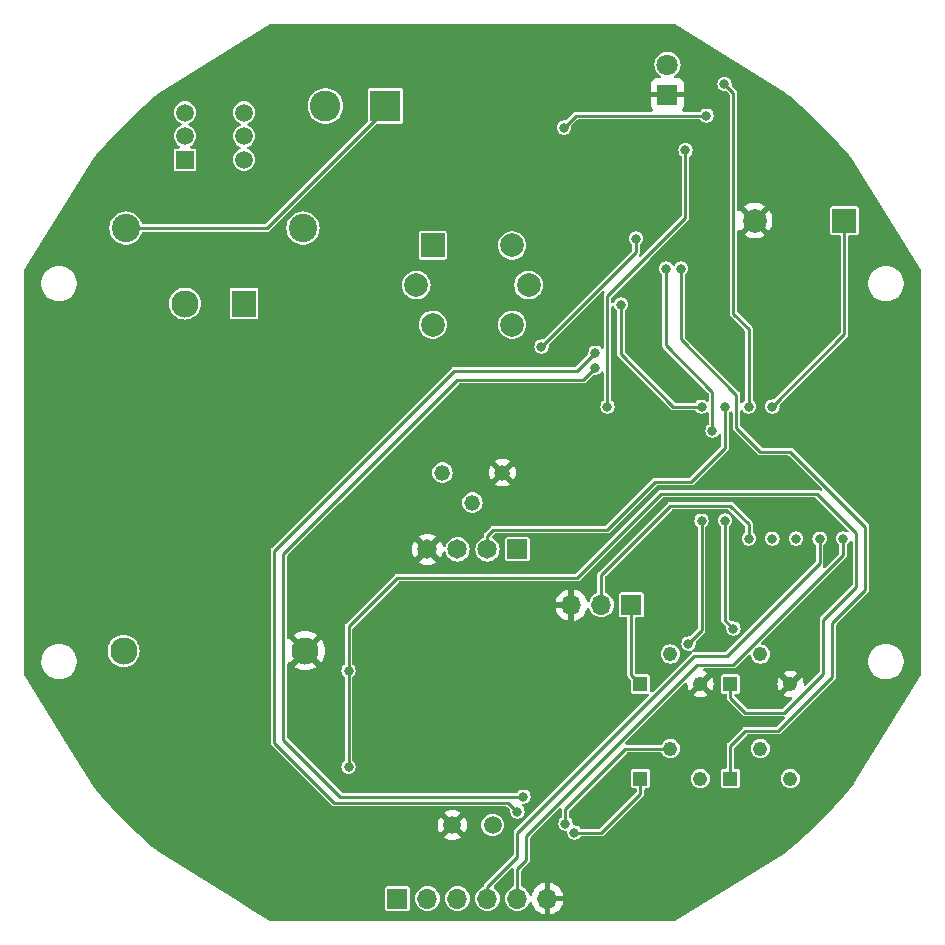
<source format=gbl>
G04 #@! TF.GenerationSoftware,KiCad,Pcbnew,7.0.8*
G04 #@! TF.CreationDate,2024-06-27T14:34:40-03:00*
G04 #@! TF.ProjectId,sensor_module,73656e73-6f72-45f6-9d6f-64756c652e6b,1.0*
G04 #@! TF.SameCoordinates,Original*
G04 #@! TF.FileFunction,Copper,L2,Bot*
G04 #@! TF.FilePolarity,Positive*
%FSLAX46Y46*%
G04 Gerber Fmt 4.6, Leading zero omitted, Abs format (unit mm)*
G04 Created by KiCad (PCBNEW 7.0.8) date 2024-06-27 14:34:40*
%MOMM*%
%LPD*%
G01*
G04 APERTURE LIST*
G04 #@! TA.AperFunction,ComponentPad*
%ADD10C,1.500000*%
G04 #@! TD*
G04 #@! TA.AperFunction,ComponentPad*
%ADD11R,1.222000X1.222000*%
G04 #@! TD*
G04 #@! TA.AperFunction,ComponentPad*
%ADD12C,1.222000*%
G04 #@! TD*
G04 #@! TA.AperFunction,ComponentPad*
%ADD13R,2.000000X2.000000*%
G04 #@! TD*
G04 #@! TA.AperFunction,ComponentPad*
%ADD14C,2.000000*%
G04 #@! TD*
G04 #@! TA.AperFunction,ComponentPad*
%ADD15R,2.000000X2.300000*%
G04 #@! TD*
G04 #@! TA.AperFunction,ComponentPad*
%ADD16C,2.300000*%
G04 #@! TD*
G04 #@! TA.AperFunction,ComponentPad*
%ADD17R,1.700000X1.700000*%
G04 #@! TD*
G04 #@! TA.AperFunction,ComponentPad*
%ADD18O,1.700000X1.700000*%
G04 #@! TD*
G04 #@! TA.AperFunction,ComponentPad*
%ADD19R,2.600000X2.600000*%
G04 #@! TD*
G04 #@! TA.AperFunction,ComponentPad*
%ADD20C,2.600000*%
G04 #@! TD*
G04 #@! TA.AperFunction,ComponentPad*
%ADD21R,1.800000X1.800000*%
G04 #@! TD*
G04 #@! TA.AperFunction,ComponentPad*
%ADD22C,1.800000*%
G04 #@! TD*
G04 #@! TA.AperFunction,ComponentPad*
%ADD23C,1.320800*%
G04 #@! TD*
G04 #@! TA.AperFunction,ComponentPad*
%ADD24R,1.651000X1.651000*%
G04 #@! TD*
G04 #@! TA.AperFunction,ComponentPad*
%ADD25C,1.651000*%
G04 #@! TD*
G04 #@! TA.AperFunction,ComponentPad*
%ADD26C,2.400000*%
G04 #@! TD*
G04 #@! TA.AperFunction,ComponentPad*
%ADD27R,1.500000X1.500000*%
G04 #@! TD*
G04 #@! TA.AperFunction,ViaPad*
%ADD28C,0.800000*%
G04 #@! TD*
G04 #@! TA.AperFunction,Conductor*
%ADD29C,0.250000*%
G04 #@! TD*
G04 APERTURE END LIST*
D10*
X151560000Y-138303000D03*
X148160000Y-138303000D03*
D11*
X171704000Y-126365001D03*
D12*
X174244000Y-123825001D03*
X176784000Y-126365001D03*
D13*
X146500000Y-89223000D03*
D14*
X145110000Y-92583000D03*
X146500000Y-95943000D03*
X153220000Y-95943000D03*
X154610000Y-92583000D03*
X153220000Y-89223000D03*
D13*
X181356000Y-87122000D03*
D14*
X173756000Y-87122000D03*
D15*
X130516000Y-94149500D03*
D16*
X125516000Y-94149500D03*
X135716000Y-123549500D03*
X120316000Y-123549500D03*
D17*
X163307000Y-119659000D03*
D18*
X160767000Y-119659000D03*
X158227000Y-119659000D03*
D11*
X164084000Y-134366000D03*
D12*
X166624000Y-131826000D03*
X169164000Y-134366000D03*
D11*
X171704000Y-134366000D03*
D12*
X174244000Y-131826000D03*
X176784000Y-134366000D03*
D19*
X142494000Y-77419000D03*
D20*
X137414000Y-77419000D03*
D21*
X166370000Y-76454000D03*
D22*
X166370000Y-73914000D03*
D11*
X164084000Y-126365000D03*
D12*
X166624000Y-123825000D03*
X169164000Y-126365000D03*
D23*
X147320000Y-108458000D03*
X149860000Y-110998000D03*
X152400000Y-108458000D03*
D24*
X153670000Y-114964000D03*
D25*
X151130000Y-114964000D03*
X148590000Y-114964000D03*
X146050000Y-114964000D03*
D26*
X135516000Y-87757000D03*
X120516000Y-87757000D03*
D17*
X143510000Y-144526000D03*
D18*
X146050000Y-144526000D03*
X148590000Y-144526000D03*
X151130000Y-144526000D03*
X153670000Y-144526000D03*
X156210000Y-144526000D03*
D27*
X125516000Y-81978001D03*
D10*
X125516000Y-79978001D03*
X125516000Y-77978001D03*
X130516000Y-81978001D03*
X130516000Y-79978001D03*
X130516000Y-77978001D03*
D28*
X141985999Y-141478000D03*
X158750000Y-125476000D03*
X160967002Y-76200000D03*
X170942000Y-85852000D03*
X161290000Y-141418000D03*
X138176000Y-141619000D03*
X148902003Y-75946000D03*
X127508000Y-129032000D03*
X164084000Y-76454000D03*
X168783000Y-91186000D03*
X164973000Y-97790000D03*
X166370000Y-118110000D03*
X167894000Y-140843000D03*
X138176000Y-133364000D03*
X170814999Y-97663001D03*
X162306000Y-109728000D03*
X150807006Y-72644000D03*
X114808000Y-108458000D03*
X142065999Y-126746000D03*
X153924000Y-78960001D03*
X180746500Y-126746000D03*
X175252500Y-102870000D03*
X139365999Y-125222000D03*
X139365999Y-133364000D03*
X175252500Y-114046000D03*
X163703000Y-88646000D03*
X155702000Y-97790000D03*
X161290000Y-102870000D03*
X167894000Y-81153000D03*
X171252500Y-112522000D03*
X171958000Y-121666000D03*
X166243000Y-91186000D03*
X170180000Y-104902000D03*
X154178000Y-135890000D03*
X157734000Y-138176000D03*
X160274000Y-99568000D03*
X179252500Y-114046000D03*
X181252500Y-114046000D03*
X173252500Y-114046000D03*
X169672000Y-78232000D03*
X157607000Y-79248000D03*
X160274000Y-98298000D03*
X153670000Y-137160000D03*
X158496000Y-138938000D03*
X167513000Y-91186000D03*
X173252500Y-102870000D03*
X171196000Y-75564000D03*
X171252500Y-102870000D03*
X177252500Y-114046000D03*
X169252500Y-102870000D03*
X168148000Y-122936000D03*
X169252500Y-112522000D03*
X162433000Y-94234000D03*
D29*
X181356000Y-96766500D02*
X175252500Y-102870000D01*
X181356000Y-87122000D02*
X181356000Y-96766500D01*
X120516000Y-87757000D02*
X132461000Y-87757000D01*
X142494000Y-77724000D02*
X142494000Y-77419000D01*
X132461000Y-87757000D02*
X142494000Y-77724000D01*
X163307000Y-125588000D02*
X164084000Y-126365000D01*
X163307000Y-119659000D02*
X163307000Y-125588000D01*
X165862000Y-110236000D02*
X179070000Y-110236000D01*
X158750000Y-117348000D02*
X165862000Y-110236000D01*
X172974000Y-128778000D02*
X171704000Y-127508000D01*
X182372000Y-113538000D02*
X182372000Y-118110000D01*
X139365999Y-133364000D02*
X139365999Y-125222000D01*
X139365999Y-121492001D02*
X139365999Y-125222000D01*
X179578000Y-125476000D02*
X176276000Y-128778000D01*
X179578000Y-120904000D02*
X179578000Y-125476000D01*
X139365999Y-121492001D02*
X143510000Y-117348000D01*
X143510000Y-117348000D02*
X158750000Y-117348000D01*
X182372000Y-118110000D02*
X179578000Y-120904000D01*
X176276000Y-128778000D02*
X172974000Y-128778000D01*
X171704000Y-127508000D02*
X171704000Y-126365001D01*
X179070000Y-110236000D02*
X182372000Y-113538000D01*
X163703000Y-89789000D02*
X163703000Y-88646000D01*
X155702000Y-97790000D02*
X163703000Y-89789000D01*
X161290000Y-93472000D02*
X167894000Y-86868000D01*
X161290000Y-102870000D02*
X161290000Y-93472000D01*
X167894000Y-86868000D02*
X167894000Y-81153000D01*
X170180000Y-101600000D02*
X166243000Y-97663000D01*
X170180000Y-104902000D02*
X170180000Y-101600000D01*
X166243000Y-97663000D02*
X166243000Y-91186000D01*
X171252500Y-112522000D02*
X171252500Y-120960500D01*
X171252500Y-120960500D02*
X171958000Y-121666000D01*
X157734000Y-138176000D02*
X157734000Y-136906000D01*
X148590000Y-100584000D02*
X159258000Y-100584000D01*
X162814000Y-131826000D02*
X166624000Y-131826000D01*
X133858000Y-131064000D02*
X133858000Y-115316000D01*
X154178000Y-135890000D02*
X138684000Y-135890000D01*
X138684000Y-135890000D02*
X133858000Y-131064000D01*
X157734000Y-136906000D02*
X162814000Y-131826000D01*
X159258000Y-100584000D02*
X160274000Y-99568000D01*
X133858000Y-115316000D02*
X148590000Y-100584000D01*
X171450000Y-123952000D02*
X179252500Y-116149500D01*
X179252500Y-116149500D02*
X179252500Y-114046000D01*
X151130000Y-144526000D02*
X151130000Y-143510000D01*
X168656000Y-123952000D02*
X171450000Y-123952000D01*
X151130000Y-143510000D02*
X153670000Y-140970000D01*
X153670000Y-140970000D02*
X153670000Y-138938000D01*
X153670000Y-138938000D02*
X168656000Y-123952000D01*
X154432000Y-141224000D02*
X154432000Y-139192000D01*
X168910000Y-124714000D02*
X171958000Y-124714000D01*
X171958000Y-124714000D02*
X181252500Y-115419500D01*
X153670000Y-144526000D02*
X153670000Y-141986000D01*
X153670000Y-141986000D02*
X154432000Y-141224000D01*
X181252500Y-115419500D02*
X181252500Y-114046000D01*
X154432000Y-139192000D02*
X168910000Y-124714000D01*
X160767000Y-117109000D02*
X160767000Y-119659000D01*
X166624000Y-111252000D02*
X160767000Y-117109000D01*
X173252500Y-114046000D02*
X173252500Y-112800500D01*
X173252500Y-112800500D02*
X171704000Y-111252000D01*
X171704000Y-111252000D02*
X166624000Y-111252000D01*
X169672000Y-78232000D02*
X158623000Y-78232000D01*
X158623000Y-78232000D02*
X157607000Y-79248000D01*
X153670000Y-137160000D02*
X152908000Y-136398000D01*
X148336000Y-99822000D02*
X158750000Y-99822000D01*
X138176000Y-136398000D02*
X133096000Y-131318000D01*
X158496000Y-138938000D02*
X160782000Y-138938000D01*
X160782000Y-138938000D02*
X164084000Y-135636000D01*
X158750000Y-99822000D02*
X160274000Y-98298000D01*
X152908000Y-136398000D02*
X138176000Y-136398000D01*
X164084000Y-135636000D02*
X164084000Y-134366000D01*
X133096000Y-115062000D02*
X148336000Y-99822000D01*
X133096000Y-131318000D02*
X133096000Y-115062000D01*
X174244000Y-106680000D02*
X176784000Y-106680000D01*
X171704000Y-131572000D02*
X171704000Y-134366000D01*
X172974000Y-130302000D02*
X171704000Y-131572000D01*
X180340000Y-125730000D02*
X175768000Y-130302000D01*
X167513000Y-91186000D02*
X167513000Y-97155000D01*
X172212000Y-104648000D02*
X174244000Y-106680000D01*
X172212000Y-101854000D02*
X172212000Y-104648000D01*
X183134000Y-118364000D02*
X180340000Y-121158000D01*
X175768000Y-130302000D02*
X172974000Y-130302000D01*
X180340000Y-121158000D02*
X180340000Y-125730000D01*
X167513000Y-97155000D02*
X172212000Y-101854000D01*
X183134000Y-113030000D02*
X183134000Y-118364000D01*
X176784000Y-106680000D02*
X183134000Y-113030000D01*
X171196000Y-75564000D02*
X171958000Y-76326000D01*
X171958000Y-76326000D02*
X171958000Y-94996000D01*
X173252500Y-96290500D02*
X173252500Y-102870000D01*
X171958000Y-94996000D02*
X173252500Y-96290500D01*
X151130000Y-114964000D02*
X151130000Y-113792000D01*
X165354000Y-109220000D02*
X168402000Y-109220000D01*
X171252500Y-106369500D02*
X171252500Y-102870000D01*
X151130000Y-113792000D02*
X151638000Y-113284000D01*
X151638000Y-113284000D02*
X161290000Y-113284000D01*
X168402000Y-109220000D02*
X171252500Y-106369500D01*
X161290000Y-113284000D02*
X165354000Y-109220000D01*
X166878000Y-102870000D02*
X169252500Y-102870000D01*
X162433000Y-94234000D02*
X162433000Y-98425000D01*
X169252500Y-112522000D02*
X169252500Y-121831500D01*
X162433000Y-98425000D02*
X166878000Y-102870000D01*
X169252500Y-121831500D02*
X168148000Y-122936000D01*
G04 #@! TA.AperFunction,Conductor*
G36*
X167035026Y-70503623D02*
G01*
X176380424Y-76299878D01*
X176387253Y-76304786D01*
X176606130Y-76485830D01*
X176729613Y-76587969D01*
X177234564Y-77022053D01*
X177665376Y-77401827D01*
X177697454Y-77430105D01*
X178188916Y-77879038D01*
X178638838Y-78301521D01*
X179107774Y-78756536D01*
X179116513Y-78765016D01*
X179552982Y-79201485D01*
X180016477Y-79679160D01*
X180180356Y-79853682D01*
X180438957Y-80129078D01*
X180887899Y-80620551D01*
X181065746Y-80822298D01*
X181256893Y-81039133D01*
X181295895Y-81083375D01*
X181302657Y-81091242D01*
X181730052Y-81588412D01*
X182013207Y-81930737D01*
X182018124Y-81937579D01*
X187814377Y-91282974D01*
X187833000Y-91348331D01*
X187833000Y-125567890D01*
X187814594Y-125632897D01*
X182190721Y-134767958D01*
X182186131Y-134774443D01*
X182122975Y-134852554D01*
X181730027Y-135327616D01*
X181295924Y-135832589D01*
X180887893Y-136295454D01*
X180438957Y-136786920D01*
X180016464Y-137236852D01*
X179552982Y-137714513D01*
X179116513Y-138150982D01*
X178638852Y-138614464D01*
X178188920Y-139036957D01*
X177697454Y-139485893D01*
X177234589Y-139893924D01*
X176729617Y-140328025D01*
X176260606Y-140715968D01*
X176253651Y-140720955D01*
X167034947Y-146412511D01*
X166969805Y-146431000D01*
X132750332Y-146431000D01*
X132684974Y-146412377D01*
X131045853Y-145395752D01*
X142459500Y-145395752D01*
X142471131Y-145454229D01*
X142471132Y-145454230D01*
X142515447Y-145520552D01*
X142581769Y-145564867D01*
X142581770Y-145564868D01*
X142640247Y-145576499D01*
X142640250Y-145576500D01*
X142640252Y-145576500D01*
X144379750Y-145576500D01*
X144379751Y-145576499D01*
X144394568Y-145573552D01*
X144438229Y-145564868D01*
X144438229Y-145564867D01*
X144438231Y-145564867D01*
X144504552Y-145520552D01*
X144548867Y-145454231D01*
X144548867Y-145454229D01*
X144548868Y-145454229D01*
X144558922Y-145403682D01*
X144560500Y-145395748D01*
X144560500Y-144526000D01*
X144994417Y-144526000D01*
X145014699Y-144731932D01*
X145021638Y-144754807D01*
X145074768Y-144929954D01*
X145172315Y-145112450D01*
X145172317Y-145112452D01*
X145303589Y-145272410D01*
X145400209Y-145351702D01*
X145463550Y-145403685D01*
X145646046Y-145501232D01*
X145844066Y-145561300D01*
X145844065Y-145561300D01*
X145862529Y-145563118D01*
X146050000Y-145581583D01*
X146255934Y-145561300D01*
X146453954Y-145501232D01*
X146636450Y-145403685D01*
X146796410Y-145272410D01*
X146927685Y-145112450D01*
X147025232Y-144929954D01*
X147085300Y-144731934D01*
X147105583Y-144526000D01*
X147534417Y-144526000D01*
X147554699Y-144731932D01*
X147561638Y-144754807D01*
X147614768Y-144929954D01*
X147712315Y-145112450D01*
X147712317Y-145112452D01*
X147843589Y-145272410D01*
X147940209Y-145351702D01*
X148003550Y-145403685D01*
X148186046Y-145501232D01*
X148384066Y-145561300D01*
X148384065Y-145561300D01*
X148402529Y-145563118D01*
X148590000Y-145581583D01*
X148795934Y-145561300D01*
X148993954Y-145501232D01*
X149176450Y-145403685D01*
X149336410Y-145272410D01*
X149467685Y-145112450D01*
X149565232Y-144929954D01*
X149625300Y-144731934D01*
X149645583Y-144526000D01*
X149625300Y-144320066D01*
X149565232Y-144122046D01*
X149467685Y-143939550D01*
X149392897Y-143848420D01*
X149336410Y-143779589D01*
X149186121Y-143656252D01*
X149176450Y-143648315D01*
X148993954Y-143550768D01*
X148795934Y-143490700D01*
X148795932Y-143490699D01*
X148795934Y-143490699D01*
X148590000Y-143470417D01*
X148384067Y-143490699D01*
X148249736Y-143531448D01*
X148194476Y-143548211D01*
X148186043Y-143550769D01*
X148120027Y-143586056D01*
X148003550Y-143648315D01*
X148003548Y-143648316D01*
X148003547Y-143648317D01*
X147843589Y-143779589D01*
X147712317Y-143939547D01*
X147614769Y-144122043D01*
X147554699Y-144320067D01*
X147534417Y-144526000D01*
X147105583Y-144526000D01*
X147085300Y-144320066D01*
X147025232Y-144122046D01*
X146927685Y-143939550D01*
X146852897Y-143848420D01*
X146796410Y-143779589D01*
X146646121Y-143656252D01*
X146636450Y-143648315D01*
X146453954Y-143550768D01*
X146255934Y-143490700D01*
X146255932Y-143490699D01*
X146255934Y-143490699D01*
X146050000Y-143470417D01*
X145844067Y-143490699D01*
X145709736Y-143531448D01*
X145654476Y-143548211D01*
X145646043Y-143550769D01*
X145580027Y-143586056D01*
X145463550Y-143648315D01*
X145463548Y-143648316D01*
X145463547Y-143648317D01*
X145303589Y-143779589D01*
X145172317Y-143939547D01*
X145074769Y-144122043D01*
X145014699Y-144320067D01*
X144994417Y-144526000D01*
X144560500Y-144526000D01*
X144560500Y-143656252D01*
X144560500Y-143656249D01*
X144560499Y-143656247D01*
X144548868Y-143597770D01*
X144548867Y-143597769D01*
X144504552Y-143531447D01*
X144438230Y-143487132D01*
X144438229Y-143487131D01*
X144379752Y-143475500D01*
X144379748Y-143475500D01*
X142640252Y-143475500D01*
X142640247Y-143475500D01*
X142581770Y-143487131D01*
X142581769Y-143487132D01*
X142515447Y-143531447D01*
X142471132Y-143597769D01*
X142471131Y-143597770D01*
X142459500Y-143656247D01*
X142459500Y-145395752D01*
X131045853Y-145395752D01*
X130046616Y-144776000D01*
X123339581Y-140616125D01*
X123332739Y-140611208D01*
X122990384Y-140328028D01*
X122758258Y-140128480D01*
X122485391Y-139893909D01*
X122064687Y-139523044D01*
X122022541Y-139485890D01*
X121531079Y-139036958D01*
X121314542Y-138833626D01*
X121081161Y-138614478D01*
X120760154Y-138303000D01*
X146905225Y-138303000D01*
X146924287Y-138520884D01*
X146924289Y-138520894D01*
X146980894Y-138732150D01*
X146980898Y-138732159D01*
X147073335Y-138930391D01*
X147116873Y-138992571D01*
X147116875Y-138992572D01*
X147762046Y-138347400D01*
X147774835Y-138428148D01*
X147832359Y-138541045D01*
X147921955Y-138630641D01*
X148034852Y-138688165D01*
X148115599Y-138700953D01*
X147470426Y-139346124D01*
X147532611Y-139389666D01*
X147532613Y-139389667D01*
X147730840Y-139482101D01*
X147730849Y-139482105D01*
X147942105Y-139538710D01*
X147942115Y-139538712D01*
X148159999Y-139557775D01*
X148160001Y-139557775D01*
X148377884Y-139538712D01*
X148377894Y-139538710D01*
X148589150Y-139482105D01*
X148589159Y-139482101D01*
X148787387Y-139389666D01*
X148849572Y-139346124D01*
X148204401Y-138700953D01*
X148285148Y-138688165D01*
X148398045Y-138630641D01*
X148487641Y-138541045D01*
X148545165Y-138428148D01*
X148557953Y-138347400D01*
X149203124Y-138992572D01*
X149246666Y-138930387D01*
X149339101Y-138732159D01*
X149339105Y-138732150D01*
X149395710Y-138520894D01*
X149395712Y-138520884D01*
X149414775Y-138303000D01*
X150604901Y-138303000D01*
X150623252Y-138489331D01*
X150623253Y-138489333D01*
X150677604Y-138668502D01*
X150765862Y-138833623D01*
X150765864Y-138833626D01*
X150884642Y-138978357D01*
X151029373Y-139097135D01*
X151029376Y-139097137D01*
X151152960Y-139163193D01*
X151194499Y-139185396D01*
X151366440Y-139237554D01*
X151373666Y-139239746D01*
X151373668Y-139239747D01*
X151389609Y-139241317D01*
X151560000Y-139258099D01*
X151746331Y-139239747D01*
X151925501Y-139185396D01*
X152090625Y-139097136D01*
X152235357Y-138978357D01*
X152354136Y-138833625D01*
X152442396Y-138668501D01*
X152496747Y-138489331D01*
X152515099Y-138303000D01*
X152496747Y-138116669D01*
X152442396Y-137937499D01*
X152441614Y-137936036D01*
X152354137Y-137772376D01*
X152354135Y-137772373D01*
X152235357Y-137627642D01*
X152090626Y-137508864D01*
X152090623Y-137508862D01*
X151925502Y-137420604D01*
X151746333Y-137366253D01*
X151746331Y-137366252D01*
X151560000Y-137347901D01*
X151373668Y-137366252D01*
X151373666Y-137366253D01*
X151194497Y-137420604D01*
X151029376Y-137508862D01*
X151029373Y-137508864D01*
X150884642Y-137627642D01*
X150765864Y-137772373D01*
X150765862Y-137772376D01*
X150677604Y-137937497D01*
X150623253Y-138116666D01*
X150623252Y-138116668D01*
X150604901Y-138303000D01*
X149414775Y-138303000D01*
X149414775Y-138302999D01*
X149395712Y-138085115D01*
X149395710Y-138085105D01*
X149339105Y-137873849D01*
X149339101Y-137873840D01*
X149246668Y-137675615D01*
X149203123Y-137613428D01*
X148557953Y-138258598D01*
X148545165Y-138177852D01*
X148487641Y-138064955D01*
X148398045Y-137975359D01*
X148285148Y-137917835D01*
X148204401Y-137905046D01*
X148849572Y-137259875D01*
X148849571Y-137259873D01*
X148787391Y-137216335D01*
X148589159Y-137123898D01*
X148589150Y-137123894D01*
X148377894Y-137067289D01*
X148377884Y-137067287D01*
X148160001Y-137048225D01*
X148159999Y-137048225D01*
X147942115Y-137067287D01*
X147942105Y-137067289D01*
X147730849Y-137123894D01*
X147730840Y-137123898D01*
X147532614Y-137216332D01*
X147532612Y-137216333D01*
X147470428Y-137259875D01*
X147470427Y-137259875D01*
X148115599Y-137905046D01*
X148034852Y-137917835D01*
X147921955Y-137975359D01*
X147832359Y-138064955D01*
X147774835Y-138177852D01*
X147762046Y-138258598D01*
X147116875Y-137613427D01*
X147116875Y-137613428D01*
X147073333Y-137675612D01*
X147073332Y-137675614D01*
X146980898Y-137873840D01*
X146980894Y-137873849D01*
X146924289Y-138085105D01*
X146924287Y-138085115D01*
X146905225Y-138302999D01*
X146905225Y-138303000D01*
X120760154Y-138303000D01*
X120603485Y-138150982D01*
X120167017Y-137714514D01*
X120128422Y-137674738D01*
X119703522Y-137236839D01*
X119281039Y-136786917D01*
X118832100Y-136295448D01*
X118612873Y-136046760D01*
X118424101Y-135832619D01*
X117989941Y-135327580D01*
X117706786Y-134985254D01*
X117701882Y-134978430D01*
X115449457Y-131346808D01*
X132766735Y-131346808D01*
X132777212Y-131385910D01*
X132778383Y-131391190D01*
X132785411Y-131431043D01*
X132787235Y-131436055D01*
X132794197Y-131452861D01*
X132796445Y-131457681D01*
X132796446Y-131457684D01*
X132810452Y-131477687D01*
X132819655Y-131490831D01*
X132822561Y-131495392D01*
X132842806Y-131530455D01*
X132873815Y-131556475D01*
X132877805Y-131560131D01*
X137933863Y-136616189D01*
X137937518Y-136620178D01*
X137963541Y-136651190D01*
X137963543Y-136651191D01*
X137963545Y-136651194D01*
X137963547Y-136651195D01*
X137963548Y-136651196D01*
X137998599Y-136671433D01*
X138003163Y-136674340D01*
X138030590Y-136693545D01*
X138036316Y-136697554D01*
X138036319Y-136697554D01*
X138041176Y-136699820D01*
X138057933Y-136706760D01*
X138062950Y-136708586D01*
X138062952Y-136708586D01*
X138062955Y-136708588D01*
X138102818Y-136715616D01*
X138108076Y-136716782D01*
X138147193Y-136727264D01*
X138187518Y-136723735D01*
X138192922Y-136723500D01*
X152721812Y-136723500D01*
X152788851Y-136743185D01*
X152809493Y-136759819D01*
X153037988Y-136988314D01*
X153071473Y-137049637D01*
X153073246Y-137092179D01*
X153064318Y-137159997D01*
X153064318Y-137160001D01*
X153084955Y-137316760D01*
X153084956Y-137316762D01*
X153145464Y-137462841D01*
X153241718Y-137588282D01*
X153367159Y-137684536D01*
X153513238Y-137745044D01*
X153591619Y-137755363D01*
X153669999Y-137765682D01*
X153670000Y-137765682D01*
X153670001Y-137765682D01*
X153722254Y-137758802D01*
X153826762Y-137745044D01*
X153972841Y-137684536D01*
X154098282Y-137588282D01*
X154194536Y-137462841D01*
X154255044Y-137316762D01*
X154275682Y-137160000D01*
X154266754Y-137092188D01*
X154261923Y-137055492D01*
X154255044Y-137003238D01*
X154194536Y-136857159D01*
X154098282Y-136731718D01*
X154077596Y-136715845D01*
X154036395Y-136659417D01*
X154032241Y-136589671D01*
X154066455Y-136528751D01*
X154128172Y-136495999D01*
X154169273Y-136494533D01*
X154178000Y-136495682D01*
X154178001Y-136495682D01*
X154230254Y-136488802D01*
X154334762Y-136475044D01*
X154480841Y-136414536D01*
X154606282Y-136318282D01*
X154702536Y-136192841D01*
X154763044Y-136046762D01*
X154783682Y-135890000D01*
X154781637Y-135874469D01*
X154763044Y-135733239D01*
X154763044Y-135733238D01*
X154702536Y-135587159D01*
X154606282Y-135461718D01*
X154480841Y-135365464D01*
X154334762Y-135304956D01*
X154334760Y-135304955D01*
X154178001Y-135284318D01*
X154177999Y-135284318D01*
X154021239Y-135304955D01*
X154021237Y-135304956D01*
X153875160Y-135365463D01*
X153749716Y-135461719D01*
X153708077Y-135515986D01*
X153651649Y-135557189D01*
X153609701Y-135564500D01*
X138870188Y-135564500D01*
X138803149Y-135544815D01*
X138782507Y-135528181D01*
X134219819Y-130965493D01*
X134186334Y-130904170D01*
X134183500Y-130877812D01*
X134183500Y-124631912D01*
X134203185Y-124564873D01*
X134255989Y-124519118D01*
X134325147Y-124509174D01*
X134367565Y-124528545D01*
X134382801Y-124529145D01*
X135232923Y-123679023D01*
X135256507Y-123759344D01*
X135334239Y-123880298D01*
X135442900Y-123974452D01*
X135573685Y-124034180D01*
X135583466Y-124035586D01*
X134736354Y-124882697D01*
X134743157Y-124888507D01*
X134964599Y-125024207D01*
X134964602Y-125024209D01*
X135204537Y-125123593D01*
X135204554Y-125123598D01*
X135457088Y-125184225D01*
X135457087Y-125184225D01*
X135716000Y-125204601D01*
X135974912Y-125184225D01*
X136227445Y-125123598D01*
X136227462Y-125123593D01*
X136467397Y-125024209D01*
X136467400Y-125024207D01*
X136688844Y-124888505D01*
X136695644Y-124882697D01*
X135848533Y-124035586D01*
X135858315Y-124034180D01*
X135989100Y-123974452D01*
X136097761Y-123880298D01*
X136175493Y-123759344D01*
X136199076Y-123679023D01*
X137049197Y-124529144D01*
X137055005Y-124522344D01*
X137190707Y-124300900D01*
X137190709Y-124300897D01*
X137290093Y-124060962D01*
X137290098Y-124060945D01*
X137350725Y-123808412D01*
X137371101Y-123549500D01*
X137350725Y-123290587D01*
X137290098Y-123038054D01*
X137290093Y-123038037D01*
X137190709Y-122798102D01*
X137190707Y-122798099D01*
X137055007Y-122576657D01*
X137049197Y-122569854D01*
X136199076Y-123419975D01*
X136175493Y-123339656D01*
X136097761Y-123218702D01*
X135989100Y-123124548D01*
X135858315Y-123064820D01*
X135848534Y-123063413D01*
X136695645Y-122216301D01*
X136688843Y-122210493D01*
X136688842Y-122210492D01*
X136467400Y-122074792D01*
X136467397Y-122074790D01*
X136227462Y-121975406D01*
X136227445Y-121975401D01*
X135974911Y-121914774D01*
X135974912Y-121914774D01*
X135716000Y-121894398D01*
X135457087Y-121914774D01*
X135204554Y-121975401D01*
X135204537Y-121975406D01*
X134964602Y-122074790D01*
X134964599Y-122074792D01*
X134743155Y-122210493D01*
X134736353Y-122216300D01*
X135583466Y-123063413D01*
X135573685Y-123064820D01*
X135442900Y-123124548D01*
X135334239Y-123218702D01*
X135256507Y-123339656D01*
X135232923Y-123419976D01*
X134382800Y-122569853D01*
X134366755Y-122570485D01*
X134343297Y-122585803D01*
X134273429Y-122586309D01*
X134214378Y-122548962D01*
X134184893Y-122485619D01*
X134183500Y-122467082D01*
X134183500Y-115502188D01*
X134203185Y-115435149D01*
X134219819Y-115414507D01*
X134670325Y-114964001D01*
X144719437Y-114964001D01*
X144739650Y-115195044D01*
X144739651Y-115195051D01*
X144799678Y-115419074D01*
X144799681Y-115419080D01*
X144897699Y-115629281D01*
X144952665Y-115707781D01*
X145610680Y-115049766D01*
X145611749Y-115064028D01*
X145660703Y-115188760D01*
X145744248Y-115293522D01*
X145854960Y-115369004D01*
X145964698Y-115402854D01*
X145306218Y-116061333D01*
X145384718Y-116116301D01*
X145594919Y-116214318D01*
X145594925Y-116214321D01*
X145818948Y-116274348D01*
X145818955Y-116274349D01*
X146049998Y-116294563D01*
X146050002Y-116294563D01*
X146281044Y-116274349D01*
X146281051Y-116274348D01*
X146505074Y-116214321D01*
X146505085Y-116214317D01*
X146715279Y-116116302D01*
X146715283Y-116116300D01*
X146793780Y-116061333D01*
X146133397Y-115400950D01*
X146182499Y-115393550D01*
X146303224Y-115335412D01*
X146401450Y-115244272D01*
X146468447Y-115128228D01*
X146486906Y-115047353D01*
X147147333Y-115707780D01*
X147202300Y-115629283D01*
X147202302Y-115629279D01*
X147300317Y-115419085D01*
X147300322Y-115419071D01*
X147354698Y-115216136D01*
X147391063Y-115156475D01*
X147453910Y-115125946D01*
X147523285Y-115134241D01*
X147577163Y-115178726D01*
X147593133Y-115212233D01*
X147637512Y-115358530D01*
X147637516Y-115358540D01*
X147732780Y-115536767D01*
X147732785Y-115536773D01*
X147860997Y-115693002D01*
X148017226Y-115821214D01*
X148017232Y-115821219D01*
X148195459Y-115916483D01*
X148195460Y-115916483D01*
X148195467Y-115916487D01*
X148388869Y-115975154D01*
X148388868Y-115975154D01*
X148406901Y-115976930D01*
X148590000Y-115994964D01*
X148791131Y-115975154D01*
X148984533Y-115916487D01*
X149028345Y-115893068D01*
X149162767Y-115821219D01*
X149162769Y-115821216D01*
X149162773Y-115821215D01*
X149319002Y-115693002D01*
X149447215Y-115536773D01*
X149447216Y-115536769D01*
X149447219Y-115536767D01*
X149542483Y-115358540D01*
X149542487Y-115358533D01*
X149601154Y-115165131D01*
X149620964Y-114964000D01*
X149601154Y-114762869D01*
X149542487Y-114569467D01*
X149533765Y-114553149D01*
X149447219Y-114391232D01*
X149447214Y-114391226D01*
X149319002Y-114234997D01*
X149162773Y-114106785D01*
X149162767Y-114106780D01*
X148984540Y-114011516D01*
X148984537Y-114011515D01*
X148984536Y-114011514D01*
X148984533Y-114011513D01*
X148791131Y-113952846D01*
X148791129Y-113952845D01*
X148791131Y-113952845D01*
X148590000Y-113933036D01*
X148388870Y-113952845D01*
X148274679Y-113987484D01*
X148195467Y-114011513D01*
X148195464Y-114011514D01*
X148195462Y-114011515D01*
X148195459Y-114011516D01*
X148017232Y-114106780D01*
X148017226Y-114106785D01*
X147860997Y-114234997D01*
X147732785Y-114391226D01*
X147732780Y-114391232D01*
X147637516Y-114569459D01*
X147637512Y-114569469D01*
X147593133Y-114715766D01*
X147554836Y-114774204D01*
X147491023Y-114802661D01*
X147421956Y-114792100D01*
X147369563Y-114745875D01*
X147354698Y-114711864D01*
X147300318Y-114508917D01*
X147202300Y-114298719D01*
X147147333Y-114220217D01*
X146489319Y-114878232D01*
X146488251Y-114863972D01*
X146439297Y-114739240D01*
X146355752Y-114634478D01*
X146245040Y-114558996D01*
X146135301Y-114525146D01*
X146793781Y-113866665D01*
X146715281Y-113811699D01*
X146505080Y-113713681D01*
X146505074Y-113713678D01*
X146281051Y-113653651D01*
X146281044Y-113653650D01*
X146050002Y-113633437D01*
X146049998Y-113633437D01*
X145818955Y-113653650D01*
X145818948Y-113653651D01*
X145594917Y-113713681D01*
X145384715Y-113811701D01*
X145306218Y-113866664D01*
X145306217Y-113866665D01*
X145966602Y-114527049D01*
X145917501Y-114534450D01*
X145796776Y-114592588D01*
X145698550Y-114683728D01*
X145631553Y-114799772D01*
X145613093Y-114880645D01*
X144952665Y-114220217D01*
X144952664Y-114220218D01*
X144897701Y-114298715D01*
X144799681Y-114508917D01*
X144739651Y-114732948D01*
X144739650Y-114732955D01*
X144719437Y-114963998D01*
X144719437Y-114964001D01*
X134670325Y-114964001D01*
X138636326Y-110998000D01*
X148994358Y-110998000D01*
X149013274Y-111177977D01*
X149013275Y-111177980D01*
X149069194Y-111350081D01*
X149069196Y-111350085D01*
X149069197Y-111350088D01*
X149159681Y-111506812D01*
X149280766Y-111641292D01*
X149280769Y-111641294D01*
X149280772Y-111641297D01*
X149390577Y-111721075D01*
X149427180Y-111747669D01*
X149490642Y-111775923D01*
X149592502Y-111821274D01*
X149769516Y-111858900D01*
X149950484Y-111858900D01*
X150127498Y-111821274D01*
X150292821Y-111747668D01*
X150439228Y-111641297D01*
X150463970Y-111613819D01*
X150496671Y-111577500D01*
X150560319Y-111506812D01*
X150650803Y-111350088D01*
X150706726Y-111177977D01*
X150725642Y-110998000D01*
X150706726Y-110818023D01*
X150650803Y-110645912D01*
X150560319Y-110489188D01*
X150552267Y-110480245D01*
X150439233Y-110354707D01*
X150439230Y-110354705D01*
X150439229Y-110354704D01*
X150439228Y-110354703D01*
X150366024Y-110301517D01*
X150292819Y-110248330D01*
X150165894Y-110191820D01*
X150127498Y-110174726D01*
X150127496Y-110174725D01*
X150127495Y-110174725D01*
X149950484Y-110137100D01*
X149769516Y-110137100D01*
X149592504Y-110174725D01*
X149427180Y-110248330D01*
X149280769Y-110354705D01*
X149280766Y-110354707D01*
X149159681Y-110489187D01*
X149069196Y-110645914D01*
X149069194Y-110645918D01*
X149013275Y-110818019D01*
X149013274Y-110818023D01*
X148994358Y-110998000D01*
X138636326Y-110998000D01*
X141176326Y-108458000D01*
X146454358Y-108458000D01*
X146473274Y-108637977D01*
X146473275Y-108637980D01*
X146529194Y-108810081D01*
X146529196Y-108810085D01*
X146529197Y-108810088D01*
X146590739Y-108916682D01*
X146619681Y-108966812D01*
X146740766Y-109101292D01*
X146740769Y-109101294D01*
X146740772Y-109101297D01*
X146850577Y-109181075D01*
X146887180Y-109207669D01*
X146950642Y-109235923D01*
X147052502Y-109281274D01*
X147229516Y-109318900D01*
X147410484Y-109318900D01*
X147587498Y-109281274D01*
X147752821Y-109207668D01*
X147899228Y-109101297D01*
X147913873Y-109085033D01*
X147939485Y-109056586D01*
X148020319Y-108966812D01*
X148110803Y-108810088D01*
X148166726Y-108637977D01*
X148185642Y-108458000D01*
X151234629Y-108458000D01*
X151254471Y-108672131D01*
X151313325Y-108878984D01*
X151409178Y-109071482D01*
X151409183Y-109071491D01*
X151419411Y-109085033D01*
X151996452Y-108507993D01*
X152008673Y-108585150D01*
X152067117Y-108699854D01*
X152158146Y-108790883D01*
X152272850Y-108849327D01*
X152350005Y-108861547D01*
X151775437Y-109436114D01*
X151880551Y-109501197D01*
X152081083Y-109578883D01*
X152292475Y-109618400D01*
X152507525Y-109618400D01*
X152718916Y-109578883D01*
X152718926Y-109578880D01*
X152919450Y-109501197D01*
X152919452Y-109501196D01*
X153024561Y-109436114D01*
X152449995Y-108861547D01*
X152527150Y-108849327D01*
X152641854Y-108790883D01*
X152732883Y-108699854D01*
X152791327Y-108585150D01*
X152803547Y-108507994D01*
X153380587Y-109085033D01*
X153380588Y-109085033D01*
X153390817Y-109071489D01*
X153486674Y-108878984D01*
X153545528Y-108672131D01*
X153565370Y-108458000D01*
X153545528Y-108243868D01*
X153486674Y-108037015D01*
X153390816Y-107844508D01*
X153380587Y-107830964D01*
X152803547Y-108408005D01*
X152791327Y-108330850D01*
X152732883Y-108216146D01*
X152641854Y-108125117D01*
X152527150Y-108066673D01*
X152449994Y-108054452D01*
X153024561Y-107479884D01*
X153024560Y-107479883D01*
X152919454Y-107414804D01*
X152919448Y-107414802D01*
X152718916Y-107337116D01*
X152507525Y-107297600D01*
X152292475Y-107297600D01*
X152081083Y-107337116D01*
X152081082Y-107337116D01*
X151880552Y-107414801D01*
X151775437Y-107479884D01*
X152350006Y-108054452D01*
X152272850Y-108066673D01*
X152158146Y-108125117D01*
X152067117Y-108216146D01*
X152008673Y-108330850D01*
X151996452Y-108408006D01*
X151419411Y-107830965D01*
X151419410Y-107830965D01*
X151409182Y-107844510D01*
X151313325Y-108037015D01*
X151254471Y-108243868D01*
X151234629Y-108458000D01*
X148185642Y-108458000D01*
X148166726Y-108278023D01*
X148110803Y-108105912D01*
X148020319Y-107949188D01*
X148012267Y-107940245D01*
X147899233Y-107814707D01*
X147899230Y-107814705D01*
X147899229Y-107814704D01*
X147899228Y-107814703D01*
X147826024Y-107761517D01*
X147752819Y-107708330D01*
X147625894Y-107651820D01*
X147587498Y-107634726D01*
X147587496Y-107634725D01*
X147587495Y-107634725D01*
X147410484Y-107597100D01*
X147229516Y-107597100D01*
X147052504Y-107634725D01*
X146887180Y-107708330D01*
X146740769Y-107814705D01*
X146740766Y-107814707D01*
X146619681Y-107949187D01*
X146568974Y-108037015D01*
X146530044Y-108104446D01*
X146529196Y-108105914D01*
X146529194Y-108105918D01*
X146473275Y-108278019D01*
X146473274Y-108278023D01*
X146454358Y-108458000D01*
X141176326Y-108458000D01*
X148688508Y-100945819D01*
X148749831Y-100912334D01*
X148776189Y-100909500D01*
X159241078Y-100909500D01*
X159246481Y-100909735D01*
X159286807Y-100913264D01*
X159325940Y-100902777D01*
X159331162Y-100901619D01*
X159371045Y-100894588D01*
X159371050Y-100894584D01*
X159376099Y-100892747D01*
X159392824Y-100885819D01*
X159397681Y-100883554D01*
X159397684Y-100883554D01*
X159430841Y-100860335D01*
X159435390Y-100857438D01*
X159470455Y-100837194D01*
X159496481Y-100806176D01*
X159500122Y-100802202D01*
X160102315Y-100200009D01*
X160163636Y-100166526D01*
X160206180Y-100164753D01*
X160273999Y-100173682D01*
X160274000Y-100173682D01*
X160274001Y-100173682D01*
X160326254Y-100166802D01*
X160430762Y-100153044D01*
X160576841Y-100092536D01*
X160702282Y-99996282D01*
X160742125Y-99944357D01*
X160798552Y-99903155D01*
X160868298Y-99899000D01*
X160929218Y-99933212D01*
X160961971Y-99994929D01*
X160964500Y-100019844D01*
X160964500Y-102301699D01*
X160944815Y-102368738D01*
X160915988Y-102400074D01*
X160861720Y-102441715D01*
X160765463Y-102567160D01*
X160704956Y-102713237D01*
X160704955Y-102713239D01*
X160684318Y-102869998D01*
X160684318Y-102870001D01*
X160704955Y-103026760D01*
X160704956Y-103026762D01*
X160764101Y-103169552D01*
X160765464Y-103172841D01*
X160861718Y-103298282D01*
X160987159Y-103394536D01*
X161133238Y-103455044D01*
X161211619Y-103465363D01*
X161289999Y-103475682D01*
X161290000Y-103475682D01*
X161290001Y-103475682D01*
X161342254Y-103468802D01*
X161446762Y-103455044D01*
X161592841Y-103394536D01*
X161718282Y-103298282D01*
X161814536Y-103172841D01*
X161875044Y-103026762D01*
X161895682Y-102870000D01*
X161875044Y-102713238D01*
X161814536Y-102567159D01*
X161718282Y-102441718D01*
X161718280Y-102441716D01*
X161718279Y-102441715D01*
X161664012Y-102400074D01*
X161622810Y-102343646D01*
X161615500Y-102301699D01*
X161615500Y-94452953D01*
X161635185Y-94385914D01*
X161687989Y-94340159D01*
X161757147Y-94330215D01*
X161820703Y-94359240D01*
X161854060Y-94405498D01*
X161908464Y-94536841D01*
X162004718Y-94662282D01*
X162058987Y-94703924D01*
X162100189Y-94760349D01*
X162107500Y-94802298D01*
X162107500Y-98408078D01*
X162107264Y-98413485D01*
X162103735Y-98453808D01*
X162114212Y-98492910D01*
X162115383Y-98498190D01*
X162122411Y-98538043D01*
X162124235Y-98543055D01*
X162131197Y-98559861D01*
X162133445Y-98564681D01*
X162133446Y-98564684D01*
X162147452Y-98584687D01*
X162156655Y-98597831D01*
X162159561Y-98602392D01*
X162179806Y-98637455D01*
X162210815Y-98663475D01*
X162214805Y-98667131D01*
X166635868Y-103088195D01*
X166639523Y-103092184D01*
X166665541Y-103123190D01*
X166665543Y-103123191D01*
X166665545Y-103123194D01*
X166700605Y-103143435D01*
X166705159Y-103146337D01*
X166738316Y-103169554D01*
X166738319Y-103169554D01*
X166743176Y-103171820D01*
X166759933Y-103178760D01*
X166764953Y-103180587D01*
X166764955Y-103180588D01*
X166804830Y-103187618D01*
X166810087Y-103188784D01*
X166849193Y-103199263D01*
X166889510Y-103195735D01*
X166894912Y-103195500D01*
X168684201Y-103195500D01*
X168751240Y-103215185D01*
X168782577Y-103244014D01*
X168820547Y-103293499D01*
X168824218Y-103298282D01*
X168949659Y-103394536D01*
X169095738Y-103455044D01*
X169174119Y-103465363D01*
X169252499Y-103475682D01*
X169252500Y-103475682D01*
X169252501Y-103475682D01*
X169304754Y-103468802D01*
X169409262Y-103455044D01*
X169555341Y-103394536D01*
X169655016Y-103318052D01*
X169720182Y-103292860D01*
X169788627Y-103306898D01*
X169838617Y-103355712D01*
X169854500Y-103416430D01*
X169854500Y-104333699D01*
X169834815Y-104400738D01*
X169805988Y-104432074D01*
X169751720Y-104473715D01*
X169655463Y-104599160D01*
X169594956Y-104745237D01*
X169594955Y-104745239D01*
X169574318Y-104901998D01*
X169574318Y-104902001D01*
X169594955Y-105058760D01*
X169594956Y-105058762D01*
X169650799Y-105193580D01*
X169655464Y-105204841D01*
X169751718Y-105330282D01*
X169877159Y-105426536D01*
X170023238Y-105487044D01*
X170101619Y-105497363D01*
X170179999Y-105507682D01*
X170180000Y-105507682D01*
X170180001Y-105507682D01*
X170232254Y-105500802D01*
X170336762Y-105487044D01*
X170482841Y-105426536D01*
X170608282Y-105330282D01*
X170704536Y-105204841D01*
X170704537Y-105204839D01*
X170704624Y-105204726D01*
X170761052Y-105163523D01*
X170830798Y-105159368D01*
X170891718Y-105193580D01*
X170924471Y-105255297D01*
X170927000Y-105280212D01*
X170927000Y-106183312D01*
X170907315Y-106250351D01*
X170890681Y-106270993D01*
X168303493Y-108858181D01*
X168242170Y-108891666D01*
X168215812Y-108894500D01*
X165370922Y-108894500D01*
X165365518Y-108894264D01*
X165360107Y-108893790D01*
X165325192Y-108890735D01*
X165325191Y-108890735D01*
X165286091Y-108901212D01*
X165280811Y-108902383D01*
X165240959Y-108909410D01*
X165235961Y-108911229D01*
X165219117Y-108918206D01*
X165214313Y-108920446D01*
X165181166Y-108943656D01*
X165176606Y-108946562D01*
X165141548Y-108966804D01*
X165141540Y-108966810D01*
X165115523Y-108997815D01*
X165111868Y-109001804D01*
X163135112Y-110978562D01*
X161191493Y-112922181D01*
X161130170Y-112955666D01*
X161103812Y-112958500D01*
X151654910Y-112958500D01*
X151649506Y-112958264D01*
X151643993Y-112957781D01*
X151609192Y-112954736D01*
X151570105Y-112965210D01*
X151564825Y-112966381D01*
X151524957Y-112973411D01*
X151519983Y-112975221D01*
X151503118Y-112982207D01*
X151498313Y-112984447D01*
X151465162Y-113007659D01*
X151460603Y-113010563D01*
X151425545Y-113030805D01*
X151399523Y-113061815D01*
X151395869Y-113065803D01*
X150911803Y-113549870D01*
X150907814Y-113553525D01*
X150876805Y-113579545D01*
X150856562Y-113614606D01*
X150853656Y-113619166D01*
X150830446Y-113652313D01*
X150828206Y-113657117D01*
X150821229Y-113673961D01*
X150819410Y-113678959D01*
X150812383Y-113718811D01*
X150811212Y-113724091D01*
X150800735Y-113763191D01*
X150804264Y-113803513D01*
X150804500Y-113808920D01*
X150804500Y-113900291D01*
X150784815Y-113967330D01*
X150738953Y-114009649D01*
X150557232Y-114106780D01*
X150557226Y-114106785D01*
X150400997Y-114234997D01*
X150272785Y-114391226D01*
X150272780Y-114391232D01*
X150177516Y-114569459D01*
X150177515Y-114569462D01*
X150177514Y-114569464D01*
X150177513Y-114569467D01*
X150153484Y-114648679D01*
X150118845Y-114762870D01*
X150099036Y-114964000D01*
X150118845Y-115165129D01*
X150133134Y-115212233D01*
X150177513Y-115358533D01*
X150177514Y-115358536D01*
X150177515Y-115358537D01*
X150177516Y-115358540D01*
X150272780Y-115536767D01*
X150272785Y-115536773D01*
X150400997Y-115693002D01*
X150557226Y-115821214D01*
X150557232Y-115821219D01*
X150735459Y-115916483D01*
X150735460Y-115916483D01*
X150735467Y-115916487D01*
X150928869Y-115975154D01*
X150928868Y-115975154D01*
X150946901Y-115976930D01*
X151130000Y-115994964D01*
X151331131Y-115975154D01*
X151524533Y-115916487D01*
X151568345Y-115893068D01*
X151702767Y-115821219D01*
X151702769Y-115821216D01*
X151702773Y-115821215D01*
X151717350Y-115809252D01*
X152644000Y-115809252D01*
X152655631Y-115867729D01*
X152655632Y-115867730D01*
X152699947Y-115934052D01*
X152766269Y-115978367D01*
X152766270Y-115978368D01*
X152824747Y-115989999D01*
X152824750Y-115990000D01*
X152824752Y-115990000D01*
X154515250Y-115990000D01*
X154515251Y-115989999D01*
X154530068Y-115987052D01*
X154573729Y-115978368D01*
X154573729Y-115978367D01*
X154573731Y-115978367D01*
X154640052Y-115934052D01*
X154684367Y-115867731D01*
X154684367Y-115867729D01*
X154684368Y-115867729D01*
X154695999Y-115809252D01*
X154696000Y-115809250D01*
X154696000Y-114118749D01*
X154695999Y-114118747D01*
X154684368Y-114060270D01*
X154684367Y-114060269D01*
X154640052Y-113993947D01*
X154573730Y-113949632D01*
X154573729Y-113949631D01*
X154515252Y-113938000D01*
X154515248Y-113938000D01*
X152824752Y-113938000D01*
X152824747Y-113938000D01*
X152766270Y-113949631D01*
X152766269Y-113949632D01*
X152699947Y-113993947D01*
X152655632Y-114060269D01*
X152655631Y-114060270D01*
X152644000Y-114118747D01*
X152644000Y-115809252D01*
X151717350Y-115809252D01*
X151859002Y-115693002D01*
X151987215Y-115536773D01*
X151987216Y-115536769D01*
X151987219Y-115536767D01*
X152082483Y-115358540D01*
X152082487Y-115358533D01*
X152141154Y-115165131D01*
X152160964Y-114964000D01*
X152141154Y-114762869D01*
X152082487Y-114569467D01*
X152073765Y-114553149D01*
X151987219Y-114391232D01*
X151987214Y-114391226D01*
X151859002Y-114234997D01*
X151702773Y-114106785D01*
X151702771Y-114106783D01*
X151571809Y-114036782D01*
X151521965Y-113987819D01*
X151506505Y-113919682D01*
X151530337Y-113854002D01*
X151542568Y-113839758D01*
X151736509Y-113645816D01*
X151797832Y-113612334D01*
X151824189Y-113609500D01*
X161273078Y-113609500D01*
X161278481Y-113609735D01*
X161318807Y-113613264D01*
X161357940Y-113602777D01*
X161363162Y-113601619D01*
X161403045Y-113594588D01*
X161403050Y-113594584D01*
X161408099Y-113592747D01*
X161424824Y-113585819D01*
X161429681Y-113583554D01*
X161429684Y-113583554D01*
X161462841Y-113560335D01*
X161467390Y-113557438D01*
X161502455Y-113537194D01*
X161528481Y-113506176D01*
X161532122Y-113502202D01*
X165452507Y-109581819D01*
X165513830Y-109548334D01*
X165540188Y-109545500D01*
X168385078Y-109545500D01*
X168390481Y-109545735D01*
X168430807Y-109549264D01*
X168469940Y-109538777D01*
X168475162Y-109537619D01*
X168515045Y-109530588D01*
X168515050Y-109530584D01*
X168520099Y-109528747D01*
X168536824Y-109521819D01*
X168541681Y-109519554D01*
X168541684Y-109519554D01*
X168574841Y-109496335D01*
X168579390Y-109493438D01*
X168614455Y-109473194D01*
X168640481Y-109442176D01*
X168644122Y-109438202D01*
X171470704Y-106611620D01*
X171474666Y-106607989D01*
X171505694Y-106581955D01*
X171525938Y-106546890D01*
X171528835Y-106542341D01*
X171552054Y-106509184D01*
X171552054Y-106509181D01*
X171554319Y-106504324D01*
X171561247Y-106487599D01*
X171563084Y-106482550D01*
X171563088Y-106482545D01*
X171570119Y-106442662D01*
X171571277Y-106437440D01*
X171581764Y-106398307D01*
X171578235Y-106357978D01*
X171578000Y-106352575D01*
X171578000Y-103438298D01*
X171597685Y-103371259D01*
X171626510Y-103339925D01*
X171680782Y-103298282D01*
X171680783Y-103298279D01*
X171687014Y-103293499D01*
X171752183Y-103268305D01*
X171820628Y-103282344D01*
X171870618Y-103331158D01*
X171886500Y-103391875D01*
X171886500Y-104631078D01*
X171886264Y-104636481D01*
X171885790Y-104641892D01*
X171882735Y-104676808D01*
X171893212Y-104715910D01*
X171894383Y-104721190D01*
X171901411Y-104761043D01*
X171903235Y-104766055D01*
X171910197Y-104782861D01*
X171912445Y-104787681D01*
X171912446Y-104787684D01*
X171926452Y-104807687D01*
X171935655Y-104820831D01*
X171938561Y-104825392D01*
X171958806Y-104860455D01*
X171989815Y-104886475D01*
X171993805Y-104890131D01*
X174001863Y-106898189D01*
X174005518Y-106902178D01*
X174031541Y-106933190D01*
X174031543Y-106933191D01*
X174031545Y-106933194D01*
X174031547Y-106933195D01*
X174031548Y-106933196D01*
X174066599Y-106953433D01*
X174071162Y-106956339D01*
X174104316Y-106979554D01*
X174104319Y-106979554D01*
X174109176Y-106981820D01*
X174125933Y-106988760D01*
X174130950Y-106990586D01*
X174130952Y-106990586D01*
X174130955Y-106990588D01*
X174170818Y-106997616D01*
X174176076Y-106998782D01*
X174215193Y-107009264D01*
X174255518Y-107005735D01*
X174260922Y-107005500D01*
X176597812Y-107005500D01*
X176664851Y-107025185D01*
X176685493Y-107041819D01*
X179430422Y-109786748D01*
X179463907Y-109848071D01*
X179458923Y-109917763D01*
X179417051Y-109973696D01*
X179351587Y-109998113D01*
X179283314Y-109983261D01*
X179280739Y-109981815D01*
X179247393Y-109962562D01*
X179242831Y-109959655D01*
X179229687Y-109950452D01*
X179209684Y-109936446D01*
X179209681Y-109936445D01*
X179204861Y-109934197D01*
X179188055Y-109927235D01*
X179183043Y-109925411D01*
X179143190Y-109918383D01*
X179137910Y-109917212D01*
X179098808Y-109906735D01*
X179063892Y-109909790D01*
X179058481Y-109910264D01*
X179053078Y-109910500D01*
X165878922Y-109910500D01*
X165873518Y-109910264D01*
X165868107Y-109909790D01*
X165833192Y-109906735D01*
X165833191Y-109906735D01*
X165794091Y-109917212D01*
X165788811Y-109918383D01*
X165748959Y-109925410D01*
X165743961Y-109927229D01*
X165727117Y-109934206D01*
X165722313Y-109936446D01*
X165689166Y-109959656D01*
X165684606Y-109962562D01*
X165649548Y-109982804D01*
X165649540Y-109982810D01*
X165623523Y-110013815D01*
X165619868Y-110017804D01*
X162128481Y-113509193D01*
X158651493Y-116986181D01*
X158590170Y-117019666D01*
X158563812Y-117022500D01*
X143526910Y-117022500D01*
X143521506Y-117022264D01*
X143515993Y-117021781D01*
X143481192Y-117018736D01*
X143442105Y-117029210D01*
X143436825Y-117030381D01*
X143396957Y-117037411D01*
X143391983Y-117039221D01*
X143375118Y-117046207D01*
X143370313Y-117048447D01*
X143337162Y-117071659D01*
X143332603Y-117074563D01*
X143297545Y-117094805D01*
X143271523Y-117125815D01*
X143267869Y-117129803D01*
X139147802Y-121249871D01*
X139143813Y-121253526D01*
X139112804Y-121279546D01*
X139092561Y-121314607D01*
X139089655Y-121319167D01*
X139066445Y-121352314D01*
X139064205Y-121357118D01*
X139057228Y-121373962D01*
X139055409Y-121378960D01*
X139048382Y-121418812D01*
X139047211Y-121424092D01*
X139036734Y-121463192D01*
X139040263Y-121503514D01*
X139040499Y-121508921D01*
X139040499Y-124653699D01*
X139020814Y-124720738D01*
X138991987Y-124752074D01*
X138937719Y-124793715D01*
X138841462Y-124919160D01*
X138780955Y-125065237D01*
X138780954Y-125065239D01*
X138760317Y-125221998D01*
X138760317Y-125222001D01*
X138780954Y-125378760D01*
X138780955Y-125378762D01*
X138833164Y-125504807D01*
X138841463Y-125524841D01*
X138937717Y-125650282D01*
X138991986Y-125691924D01*
X139033188Y-125748349D01*
X139040499Y-125790298D01*
X139040499Y-132795699D01*
X139020814Y-132862738D01*
X138991987Y-132894074D01*
X138937719Y-132935715D01*
X138841462Y-133061160D01*
X138780955Y-133207237D01*
X138780954Y-133207239D01*
X138760317Y-133363998D01*
X138760317Y-133364001D01*
X138780954Y-133520760D01*
X138780955Y-133520762D01*
X138841463Y-133666841D01*
X138937717Y-133792282D01*
X139063158Y-133888536D01*
X139209237Y-133949044D01*
X139287618Y-133959363D01*
X139365998Y-133969682D01*
X139365999Y-133969682D01*
X139366000Y-133969682D01*
X139418253Y-133962802D01*
X139522761Y-133949044D01*
X139668840Y-133888536D01*
X139794281Y-133792282D01*
X139890535Y-133666841D01*
X139951043Y-133520762D01*
X139971681Y-133364000D01*
X139951043Y-133207238D01*
X139890535Y-133061159D01*
X139794281Y-132935718D01*
X139794279Y-132935716D01*
X139794278Y-132935715D01*
X139740011Y-132894074D01*
X139698809Y-132837646D01*
X139691499Y-132795699D01*
X139691499Y-125790298D01*
X139711184Y-125723259D01*
X139740009Y-125691925D01*
X139794281Y-125650282D01*
X139890535Y-125524841D01*
X139951043Y-125378762D01*
X139971681Y-125222000D01*
X139969390Y-125204601D01*
X139951043Y-125065239D01*
X139951043Y-125065238D01*
X139890535Y-124919159D01*
X139794281Y-124793718D01*
X139794279Y-124793716D01*
X139794278Y-124793715D01*
X139740011Y-124752074D01*
X139698809Y-124695646D01*
X139691499Y-124653699D01*
X139691499Y-121678189D01*
X139711184Y-121611150D01*
X139727818Y-121590508D01*
X141409326Y-119909000D01*
X156896364Y-119909000D01*
X156953567Y-120122486D01*
X156953570Y-120122492D01*
X157053399Y-120336578D01*
X157188894Y-120530082D01*
X157355917Y-120697105D01*
X157549421Y-120832600D01*
X157763507Y-120932429D01*
X157763516Y-120932433D01*
X157977000Y-120989634D01*
X157977000Y-120094501D01*
X158084685Y-120143680D01*
X158191237Y-120159000D01*
X158262763Y-120159000D01*
X158369315Y-120143680D01*
X158477000Y-120094501D01*
X158477000Y-120989633D01*
X158690483Y-120932433D01*
X158690492Y-120932429D01*
X158904578Y-120832600D01*
X159098082Y-120697105D01*
X159265105Y-120530082D01*
X159400600Y-120336578D01*
X159500429Y-120122492D01*
X159500433Y-120122483D01*
X159533158Y-120000350D01*
X159569522Y-119940690D01*
X159632369Y-119910160D01*
X159701745Y-119918454D01*
X159755623Y-119962939D01*
X159771593Y-119996447D01*
X159791768Y-120062954D01*
X159889315Y-120245450D01*
X159889317Y-120245452D01*
X160020589Y-120405410D01*
X160117209Y-120484702D01*
X160180550Y-120536685D01*
X160363046Y-120634232D01*
X160561066Y-120694300D01*
X160561065Y-120694300D01*
X160579529Y-120696118D01*
X160767000Y-120714583D01*
X160972934Y-120694300D01*
X161170954Y-120634232D01*
X161353450Y-120536685D01*
X161513410Y-120405410D01*
X161644685Y-120245450D01*
X161742232Y-120062954D01*
X161802300Y-119864934D01*
X161822583Y-119659000D01*
X161802300Y-119453066D01*
X161742232Y-119255046D01*
X161644685Y-119072550D01*
X161569897Y-118981420D01*
X161513410Y-118912589D01*
X161363121Y-118789252D01*
X161353450Y-118781315D01*
X161170954Y-118683768D01*
X161169049Y-118682979D01*
X161168203Y-118682298D01*
X161165581Y-118680896D01*
X161165846Y-118680398D01*
X161114645Y-118639138D01*
X161092579Y-118572844D01*
X161092500Y-118568417D01*
X161092500Y-117295188D01*
X161112185Y-117228149D01*
X161128819Y-117207507D01*
X166722507Y-111613819D01*
X166783830Y-111580334D01*
X166810188Y-111577500D01*
X171517812Y-111577500D01*
X171584851Y-111597185D01*
X171605493Y-111613819D01*
X172890681Y-112899007D01*
X172924166Y-112960330D01*
X172927000Y-112986688D01*
X172927000Y-113477699D01*
X172907315Y-113544738D01*
X172878488Y-113576074D01*
X172824220Y-113617715D01*
X172727963Y-113743160D01*
X172667456Y-113889237D01*
X172667455Y-113889239D01*
X172646818Y-114045998D01*
X172646818Y-114046001D01*
X172667455Y-114202760D01*
X172667456Y-114202762D01*
X172727964Y-114348841D01*
X172824218Y-114474282D01*
X172949659Y-114570536D01*
X173095738Y-114631044D01*
X173174119Y-114641363D01*
X173252499Y-114651682D01*
X173252500Y-114651682D01*
X173252501Y-114651682D01*
X173304754Y-114644802D01*
X173409262Y-114631044D01*
X173555341Y-114570536D01*
X173680782Y-114474282D01*
X173777036Y-114348841D01*
X173837544Y-114202762D01*
X173856303Y-114060270D01*
X173858182Y-114046001D01*
X174646818Y-114046001D01*
X174667455Y-114202760D01*
X174667456Y-114202762D01*
X174727964Y-114348841D01*
X174824218Y-114474282D01*
X174949659Y-114570536D01*
X175095738Y-114631044D01*
X175174119Y-114641363D01*
X175252499Y-114651682D01*
X175252500Y-114651682D01*
X175252501Y-114651682D01*
X175304754Y-114644802D01*
X175409262Y-114631044D01*
X175555341Y-114570536D01*
X175680782Y-114474282D01*
X175777036Y-114348841D01*
X175837544Y-114202762D01*
X175856303Y-114060270D01*
X175858182Y-114046001D01*
X176646818Y-114046001D01*
X176667455Y-114202760D01*
X176667456Y-114202762D01*
X176727964Y-114348841D01*
X176824218Y-114474282D01*
X176949659Y-114570536D01*
X177095738Y-114631044D01*
X177174119Y-114641363D01*
X177252499Y-114651682D01*
X177252500Y-114651682D01*
X177252501Y-114651682D01*
X177304754Y-114644802D01*
X177409262Y-114631044D01*
X177555341Y-114570536D01*
X177680782Y-114474282D01*
X177777036Y-114348841D01*
X177837544Y-114202762D01*
X177856303Y-114060270D01*
X177858182Y-114046001D01*
X177858182Y-114045998D01*
X177843310Y-113933036D01*
X177837544Y-113889238D01*
X177777036Y-113743159D01*
X177680782Y-113617718D01*
X177555341Y-113521464D01*
X177525716Y-113509193D01*
X177409262Y-113460956D01*
X177409260Y-113460955D01*
X177252501Y-113440318D01*
X177252499Y-113440318D01*
X177095739Y-113460955D01*
X177095737Y-113460956D01*
X176949660Y-113521463D01*
X176824218Y-113617718D01*
X176727963Y-113743160D01*
X176667456Y-113889237D01*
X176667455Y-113889239D01*
X176646818Y-114045998D01*
X176646818Y-114046001D01*
X175858182Y-114046001D01*
X175858182Y-114045998D01*
X175843310Y-113933036D01*
X175837544Y-113889238D01*
X175777036Y-113743159D01*
X175680782Y-113617718D01*
X175555341Y-113521464D01*
X175525716Y-113509193D01*
X175409262Y-113460956D01*
X175409260Y-113460955D01*
X175252501Y-113440318D01*
X175252499Y-113440318D01*
X175095739Y-113460955D01*
X175095737Y-113460956D01*
X174949660Y-113521463D01*
X174824218Y-113617718D01*
X174727963Y-113743160D01*
X174667456Y-113889237D01*
X174667455Y-113889239D01*
X174646818Y-114045998D01*
X174646818Y-114046001D01*
X173858182Y-114046001D01*
X173858182Y-114045998D01*
X173843310Y-113933036D01*
X173837544Y-113889238D01*
X173777036Y-113743159D01*
X173680782Y-113617718D01*
X173680780Y-113617716D01*
X173680779Y-113617715D01*
X173626512Y-113576074D01*
X173585310Y-113519646D01*
X173578000Y-113477699D01*
X173578000Y-112817420D01*
X173578236Y-112812013D01*
X173581764Y-112771693D01*
X173571282Y-112732576D01*
X173570116Y-112727318D01*
X173563088Y-112687455D01*
X173563086Y-112687452D01*
X173563086Y-112687450D01*
X173561260Y-112682433D01*
X173554320Y-112665676D01*
X173552054Y-112660819D01*
X173552054Y-112660816D01*
X173528839Y-112627662D01*
X173525933Y-112623099D01*
X173505696Y-112588048D01*
X173505695Y-112588047D01*
X173505694Y-112588045D01*
X173474677Y-112562018D01*
X173470693Y-112558367D01*
X172733600Y-111821274D01*
X171946119Y-111033793D01*
X171942474Y-111029814D01*
X171916456Y-110998807D01*
X171916455Y-110998806D01*
X171905058Y-110992226D01*
X171881392Y-110978561D01*
X171876831Y-110975655D01*
X171863687Y-110966452D01*
X171843684Y-110952446D01*
X171843681Y-110952445D01*
X171838861Y-110950197D01*
X171822055Y-110943235D01*
X171817043Y-110941411D01*
X171777190Y-110934383D01*
X171771910Y-110933212D01*
X171732808Y-110922735D01*
X171697892Y-110925790D01*
X171692481Y-110926264D01*
X171687078Y-110926500D01*
X166640922Y-110926500D01*
X166635518Y-110926264D01*
X166630107Y-110925790D01*
X166595192Y-110922735D01*
X166595191Y-110922735D01*
X166556091Y-110933212D01*
X166550811Y-110934383D01*
X166510959Y-110941410D01*
X166505961Y-110943229D01*
X166489117Y-110950206D01*
X166484313Y-110952446D01*
X166451166Y-110975656D01*
X166446606Y-110978562D01*
X166411548Y-110998804D01*
X166411540Y-110998810D01*
X166385523Y-111029815D01*
X166381869Y-111033804D01*
X160548803Y-116866870D01*
X160544814Y-116870525D01*
X160513805Y-116896545D01*
X160493562Y-116931606D01*
X160490656Y-116936166D01*
X160467446Y-116969313D01*
X160465206Y-116974117D01*
X160458229Y-116990961D01*
X160456410Y-116995959D01*
X160449383Y-117035811D01*
X160448212Y-117041091D01*
X160437735Y-117080191D01*
X160441264Y-117120513D01*
X160441500Y-117125920D01*
X160441500Y-118568417D01*
X160421815Y-118635456D01*
X160369011Y-118681211D01*
X160364951Y-118682979D01*
X160363045Y-118683768D01*
X160275114Y-118730769D01*
X160180550Y-118781315D01*
X160180548Y-118781316D01*
X160180547Y-118781317D01*
X160020589Y-118912589D01*
X159889317Y-119072547D01*
X159791767Y-119255046D01*
X159771593Y-119321552D01*
X159733296Y-119379990D01*
X159669483Y-119408447D01*
X159600416Y-119397886D01*
X159548023Y-119351661D01*
X159533158Y-119317649D01*
X159500433Y-119195516D01*
X159500429Y-119195507D01*
X159400600Y-118981422D01*
X159400599Y-118981420D01*
X159265113Y-118787926D01*
X159265108Y-118787920D01*
X159098082Y-118620894D01*
X158904578Y-118485399D01*
X158690492Y-118385570D01*
X158690486Y-118385567D01*
X158477000Y-118328364D01*
X158477000Y-119223498D01*
X158369315Y-119174320D01*
X158262763Y-119159000D01*
X158191237Y-119159000D01*
X158084685Y-119174320D01*
X157977000Y-119223498D01*
X157977000Y-118328364D01*
X157976999Y-118328364D01*
X157763513Y-118385567D01*
X157763507Y-118385570D01*
X157549422Y-118485399D01*
X157549420Y-118485400D01*
X157355926Y-118620886D01*
X157355920Y-118620891D01*
X157188891Y-118787920D01*
X157188886Y-118787926D01*
X157053400Y-118981420D01*
X157053399Y-118981422D01*
X156953570Y-119195507D01*
X156953567Y-119195513D01*
X156896364Y-119408999D01*
X156896364Y-119409000D01*
X157793314Y-119409000D01*
X157767507Y-119449156D01*
X157727000Y-119587111D01*
X157727000Y-119730889D01*
X157767507Y-119868844D01*
X157793314Y-119909000D01*
X156896364Y-119909000D01*
X141409326Y-119909000D01*
X143608508Y-117709819D01*
X143669831Y-117676334D01*
X143696189Y-117673500D01*
X158733078Y-117673500D01*
X158738481Y-117673735D01*
X158778807Y-117677264D01*
X158817940Y-117666777D01*
X158823162Y-117665619D01*
X158863045Y-117658588D01*
X158863050Y-117658584D01*
X158868099Y-117656747D01*
X158884824Y-117649819D01*
X158889681Y-117647554D01*
X158889684Y-117647554D01*
X158922841Y-117624335D01*
X158927390Y-117621438D01*
X158962455Y-117601194D01*
X158988481Y-117570176D01*
X158992122Y-117566202D01*
X165960507Y-110597819D01*
X166021830Y-110564334D01*
X166048188Y-110561500D01*
X178883812Y-110561500D01*
X178950851Y-110581185D01*
X178971493Y-110597819D01*
X181694608Y-113320934D01*
X181728093Y-113382257D01*
X181723109Y-113451949D01*
X181681237Y-113507882D01*
X181615773Y-113532299D01*
X181559474Y-113523176D01*
X181555338Y-113521463D01*
X181409262Y-113460956D01*
X181409260Y-113460955D01*
X181252501Y-113440318D01*
X181252499Y-113440318D01*
X181095739Y-113460955D01*
X181095737Y-113460956D01*
X180949660Y-113521463D01*
X180824218Y-113617718D01*
X180727963Y-113743160D01*
X180667456Y-113889237D01*
X180667455Y-113889239D01*
X180646818Y-114045998D01*
X180646818Y-114046001D01*
X180667455Y-114202760D01*
X180667456Y-114202762D01*
X180727964Y-114348841D01*
X180824218Y-114474282D01*
X180878487Y-114515924D01*
X180919689Y-114572349D01*
X180927000Y-114614298D01*
X180927000Y-115233312D01*
X180907315Y-115300351D01*
X180890681Y-115320993D01*
X179701750Y-116509923D01*
X179640427Y-116543408D01*
X179570735Y-116538424D01*
X179514802Y-116496552D01*
X179490385Y-116431088D01*
X179505237Y-116362815D01*
X179506651Y-116360295D01*
X179525940Y-116326885D01*
X179528828Y-116322352D01*
X179552054Y-116289184D01*
X179552054Y-116289181D01*
X179554319Y-116284324D01*
X179561247Y-116267599D01*
X179563087Y-116262546D01*
X179563088Y-116262545D01*
X179570121Y-116222650D01*
X179571277Y-116217437D01*
X179581763Y-116178307D01*
X179578235Y-116137989D01*
X179578000Y-116132586D01*
X179578000Y-114614298D01*
X179597685Y-114547259D01*
X179626510Y-114515925D01*
X179680782Y-114474282D01*
X179777036Y-114348841D01*
X179837544Y-114202762D01*
X179856303Y-114060270D01*
X179858182Y-114046001D01*
X179858182Y-114045998D01*
X179843310Y-113933036D01*
X179837544Y-113889238D01*
X179777036Y-113743159D01*
X179680782Y-113617718D01*
X179555341Y-113521464D01*
X179525716Y-113509193D01*
X179409262Y-113460956D01*
X179409260Y-113460955D01*
X179252501Y-113440318D01*
X179252499Y-113440318D01*
X179095739Y-113460955D01*
X179095737Y-113460956D01*
X178949660Y-113521463D01*
X178824218Y-113617718D01*
X178727963Y-113743160D01*
X178667456Y-113889237D01*
X178667455Y-113889239D01*
X178646818Y-114045998D01*
X178646818Y-114046001D01*
X178667455Y-114202760D01*
X178667456Y-114202762D01*
X178727964Y-114348841D01*
X178824218Y-114474282D01*
X178878487Y-114515924D01*
X178919689Y-114572349D01*
X178927000Y-114614298D01*
X178927000Y-115963311D01*
X178907315Y-116030350D01*
X178890681Y-116050992D01*
X171351493Y-123590181D01*
X171290170Y-123623666D01*
X171263812Y-123626500D01*
X168672910Y-123626500D01*
X168667506Y-123626264D01*
X168661993Y-123625781D01*
X168627192Y-123622736D01*
X168616387Y-123623682D01*
X168616118Y-123620617D01*
X168563692Y-123619363D01*
X168505835Y-123580192D01*
X168478340Y-123515960D01*
X168489936Y-123447059D01*
X168525977Y-123402881D01*
X168576282Y-123364282D01*
X168672536Y-123238841D01*
X168733044Y-123092762D01*
X168748825Y-122972890D01*
X168753682Y-122936001D01*
X168753682Y-122935999D01*
X168744753Y-122868180D01*
X168755518Y-122799145D01*
X168780008Y-122764316D01*
X169470704Y-122073620D01*
X169474666Y-122069989D01*
X169505694Y-122043955D01*
X169525938Y-122008890D01*
X169528835Y-122004341D01*
X169552054Y-121971184D01*
X169552054Y-121971181D01*
X169554319Y-121966324D01*
X169561247Y-121949599D01*
X169563084Y-121944550D01*
X169563088Y-121944545D01*
X169570119Y-121904662D01*
X169571277Y-121899440D01*
X169581764Y-121860307D01*
X169578235Y-121819978D01*
X169578000Y-121814575D01*
X169578000Y-113090298D01*
X169597685Y-113023259D01*
X169626510Y-112991925D01*
X169680782Y-112950282D01*
X169777036Y-112824841D01*
X169837544Y-112678762D01*
X169858182Y-112522001D01*
X170646818Y-112522001D01*
X170667455Y-112678760D01*
X170667456Y-112678762D01*
X170727964Y-112824841D01*
X170824218Y-112950282D01*
X170878487Y-112991924D01*
X170919689Y-113048349D01*
X170927000Y-113090298D01*
X170927000Y-120943578D01*
X170926764Y-120948985D01*
X170923235Y-120989308D01*
X170933712Y-121028410D01*
X170934883Y-121033690D01*
X170941911Y-121073543D01*
X170943735Y-121078555D01*
X170950697Y-121095361D01*
X170952945Y-121100181D01*
X170952946Y-121100184D01*
X170966952Y-121120187D01*
X170976155Y-121133331D01*
X170979061Y-121137892D01*
X170999306Y-121172955D01*
X171030315Y-121198975D01*
X171034305Y-121202631D01*
X171325988Y-121494314D01*
X171359473Y-121555637D01*
X171361246Y-121598179D01*
X171352318Y-121665997D01*
X171352318Y-121666001D01*
X171372955Y-121822760D01*
X171372956Y-121822762D01*
X171433464Y-121968841D01*
X171529718Y-122094282D01*
X171655159Y-122190536D01*
X171801238Y-122251044D01*
X171879619Y-122261363D01*
X171957999Y-122271682D01*
X171958000Y-122271682D01*
X171958001Y-122271682D01*
X172010254Y-122264802D01*
X172114762Y-122251044D01*
X172260841Y-122190536D01*
X172386282Y-122094282D01*
X172482536Y-121968841D01*
X172543044Y-121822762D01*
X172563682Y-121666000D01*
X172543044Y-121509238D01*
X172482536Y-121363159D01*
X172386282Y-121237718D01*
X172260841Y-121141464D01*
X172252217Y-121137892D01*
X172114762Y-121080956D01*
X172114760Y-121080955D01*
X171958001Y-121060318D01*
X171957997Y-121060318D01*
X171890179Y-121069246D01*
X171821144Y-121058480D01*
X171786314Y-121033988D01*
X171614319Y-120861993D01*
X171580834Y-120800670D01*
X171578000Y-120774312D01*
X171578000Y-113090298D01*
X171597685Y-113023259D01*
X171626510Y-112991925D01*
X171680782Y-112950282D01*
X171777036Y-112824841D01*
X171837544Y-112678762D01*
X171858182Y-112522000D01*
X171837544Y-112365238D01*
X171777036Y-112219159D01*
X171680782Y-112093718D01*
X171555341Y-111997464D01*
X171409262Y-111936956D01*
X171409260Y-111936955D01*
X171252501Y-111916318D01*
X171252499Y-111916318D01*
X171095739Y-111936955D01*
X171095737Y-111936956D01*
X170949660Y-111997463D01*
X170824218Y-112093718D01*
X170727963Y-112219160D01*
X170667456Y-112365237D01*
X170667455Y-112365239D01*
X170646818Y-112521998D01*
X170646818Y-112522001D01*
X169858182Y-112522001D01*
X169858182Y-112522000D01*
X169837544Y-112365238D01*
X169777036Y-112219159D01*
X169680782Y-112093718D01*
X169555341Y-111997464D01*
X169409262Y-111936956D01*
X169409260Y-111936955D01*
X169252501Y-111916318D01*
X169252499Y-111916318D01*
X169095739Y-111936955D01*
X169095737Y-111936956D01*
X168949660Y-111997463D01*
X168824218Y-112093718D01*
X168727963Y-112219160D01*
X168667456Y-112365237D01*
X168667455Y-112365239D01*
X168646818Y-112521998D01*
X168646818Y-112522001D01*
X168667455Y-112678760D01*
X168667456Y-112678762D01*
X168727964Y-112824841D01*
X168824218Y-112950282D01*
X168878487Y-112991924D01*
X168919689Y-113048349D01*
X168927000Y-113090298D01*
X168927000Y-121645311D01*
X168907315Y-121712350D01*
X168890681Y-121732992D01*
X168319684Y-122303988D01*
X168258361Y-122337473D01*
X168215818Y-122339246D01*
X168148001Y-122330318D01*
X168147999Y-122330318D01*
X167991239Y-122350955D01*
X167991237Y-122350956D01*
X167845160Y-122411463D01*
X167719718Y-122507718D01*
X167623463Y-122633160D01*
X167562956Y-122779237D01*
X167562955Y-122779239D01*
X167542318Y-122935998D01*
X167542318Y-122936001D01*
X167562955Y-123092760D01*
X167562956Y-123092762D01*
X167623464Y-123238841D01*
X167719718Y-123364282D01*
X167845159Y-123460536D01*
X167991238Y-123521044D01*
X168065449Y-123530814D01*
X168147999Y-123541682D01*
X168148000Y-123541682D01*
X168148001Y-123541682D01*
X168230551Y-123530814D01*
X168304762Y-123521044D01*
X168304762Y-123521043D01*
X168312326Y-123520048D01*
X168381361Y-123530814D01*
X168433617Y-123577193D01*
X168452502Y-123644462D01*
X168432021Y-123711263D01*
X168423491Y-123722704D01*
X168417518Y-123729821D01*
X168413867Y-123733805D01*
X165107181Y-127040491D01*
X165045858Y-127073976D01*
X164976166Y-127068992D01*
X164920233Y-127027120D01*
X164895816Y-126961656D01*
X164895500Y-126952810D01*
X164895500Y-125734249D01*
X164895499Y-125734247D01*
X164883868Y-125675770D01*
X164883867Y-125675769D01*
X164839552Y-125609447D01*
X164773230Y-125565132D01*
X164773229Y-125565131D01*
X164714752Y-125553500D01*
X164714748Y-125553500D01*
X163784188Y-125553500D01*
X163717149Y-125533815D01*
X163696507Y-125517181D01*
X163668819Y-125489493D01*
X163635334Y-125428170D01*
X163632500Y-125401812D01*
X163632500Y-123825002D01*
X165807365Y-123825002D01*
X165827838Y-124006713D01*
X165827839Y-124006716D01*
X165888237Y-124179326D01*
X165964626Y-124300897D01*
X165985529Y-124334164D01*
X166114836Y-124463471D01*
X166269675Y-124560763D01*
X166442282Y-124621160D01*
X166442283Y-124621160D01*
X166442286Y-124621161D01*
X166623997Y-124641635D01*
X166624000Y-124641635D01*
X166624003Y-124641635D01*
X166805713Y-124621161D01*
X166805714Y-124621160D01*
X166805718Y-124621160D01*
X166978325Y-124560763D01*
X167133164Y-124463471D01*
X167262471Y-124334164D01*
X167359763Y-124179325D01*
X167420160Y-124006718D01*
X167420160Y-124006714D01*
X167420161Y-124006713D01*
X167440635Y-123825002D01*
X167440635Y-123824997D01*
X167420161Y-123643286D01*
X167420160Y-123643283D01*
X167419505Y-123641412D01*
X167359763Y-123470675D01*
X167339393Y-123438257D01*
X167277438Y-123339656D01*
X167262471Y-123315836D01*
X167133164Y-123186529D01*
X166978326Y-123089237D01*
X166805716Y-123028839D01*
X166805713Y-123028838D01*
X166624003Y-123008365D01*
X166623997Y-123008365D01*
X166442286Y-123028838D01*
X166442283Y-123028839D01*
X166269673Y-123089237D01*
X166114835Y-123186529D01*
X165985529Y-123315835D01*
X165888237Y-123470673D01*
X165827839Y-123643283D01*
X165827838Y-123643286D01*
X165807365Y-123824997D01*
X165807365Y-123825002D01*
X163632500Y-123825002D01*
X163632500Y-120833500D01*
X163652185Y-120766461D01*
X163704989Y-120720706D01*
X163756500Y-120709500D01*
X164176750Y-120709500D01*
X164176751Y-120709499D01*
X164191568Y-120706552D01*
X164235229Y-120697868D01*
X164235229Y-120697867D01*
X164235231Y-120697867D01*
X164301552Y-120653552D01*
X164345867Y-120587231D01*
X164345867Y-120587229D01*
X164345868Y-120587229D01*
X164355922Y-120536682D01*
X164357500Y-120528748D01*
X164357500Y-118789252D01*
X164357500Y-118789249D01*
X164357499Y-118789247D01*
X164345868Y-118730770D01*
X164345867Y-118730769D01*
X164301552Y-118664447D01*
X164235230Y-118620132D01*
X164235229Y-118620131D01*
X164176752Y-118608500D01*
X164176748Y-118608500D01*
X162437252Y-118608500D01*
X162437247Y-118608500D01*
X162378770Y-118620131D01*
X162378769Y-118620132D01*
X162312447Y-118664447D01*
X162268132Y-118730769D01*
X162268131Y-118730770D01*
X162256500Y-118789247D01*
X162256500Y-120528752D01*
X162268131Y-120587229D01*
X162268132Y-120587230D01*
X162312447Y-120653552D01*
X162378769Y-120697867D01*
X162378770Y-120697868D01*
X162437247Y-120709499D01*
X162437250Y-120709500D01*
X162437252Y-120709500D01*
X162857500Y-120709500D01*
X162924539Y-120729185D01*
X162970294Y-120781989D01*
X162981500Y-120833500D01*
X162981500Y-125571078D01*
X162981264Y-125576485D01*
X162977735Y-125616808D01*
X162988212Y-125655910D01*
X162989383Y-125661190D01*
X162996411Y-125701043D01*
X162998235Y-125706055D01*
X163005197Y-125722861D01*
X163007445Y-125727681D01*
X163007446Y-125727684D01*
X163012045Y-125734252D01*
X163030655Y-125760831D01*
X163033561Y-125765392D01*
X163053806Y-125800455D01*
X163084815Y-125826475D01*
X163088805Y-125830131D01*
X163236181Y-125977507D01*
X163269666Y-126038830D01*
X163272500Y-126065188D01*
X163272500Y-126995752D01*
X163284131Y-127054229D01*
X163284132Y-127054230D01*
X163328447Y-127120552D01*
X163394769Y-127164867D01*
X163394770Y-127164868D01*
X163453247Y-127176499D01*
X163453250Y-127176500D01*
X164671810Y-127176500D01*
X164738849Y-127196185D01*
X164784604Y-127248989D01*
X164794548Y-127318147D01*
X164765523Y-127381703D01*
X164759491Y-127388181D01*
X153451803Y-138695870D01*
X153447814Y-138699525D01*
X153416805Y-138725545D01*
X153396562Y-138760606D01*
X153393656Y-138765166D01*
X153370446Y-138798313D01*
X153368206Y-138803117D01*
X153361229Y-138819961D01*
X153359410Y-138824959D01*
X153352383Y-138864811D01*
X153351212Y-138870091D01*
X153340735Y-138909191D01*
X153344264Y-138949513D01*
X153344500Y-138954920D01*
X153344500Y-140783811D01*
X153324815Y-140850850D01*
X153308181Y-140871492D01*
X150911803Y-143267870D01*
X150907814Y-143271525D01*
X150876805Y-143297545D01*
X150856562Y-143332606D01*
X150853656Y-143337166D01*
X150830446Y-143370313D01*
X150828206Y-143375117D01*
X150821229Y-143391961D01*
X150819410Y-143396959D01*
X150812383Y-143436812D01*
X150811212Y-143442093D01*
X150804887Y-143465698D01*
X150768522Y-143525359D01*
X150730949Y-143546698D01*
X150731670Y-143548438D01*
X150726051Y-143550765D01*
X150660027Y-143586056D01*
X150543550Y-143648315D01*
X150543548Y-143648316D01*
X150543547Y-143648317D01*
X150383589Y-143779589D01*
X150252317Y-143939547D01*
X150154769Y-144122043D01*
X150094699Y-144320067D01*
X150074417Y-144526000D01*
X150094699Y-144731932D01*
X150101638Y-144754807D01*
X150154768Y-144929954D01*
X150252315Y-145112450D01*
X150252317Y-145112452D01*
X150383589Y-145272410D01*
X150480209Y-145351702D01*
X150543550Y-145403685D01*
X150726046Y-145501232D01*
X150924066Y-145561300D01*
X150924065Y-145561300D01*
X150942529Y-145563118D01*
X151130000Y-145581583D01*
X151335934Y-145561300D01*
X151533954Y-145501232D01*
X151716450Y-145403685D01*
X151876410Y-145272410D01*
X152007685Y-145112450D01*
X152105232Y-144929954D01*
X152165300Y-144731934D01*
X152185583Y-144526000D01*
X152165300Y-144320066D01*
X152105232Y-144122046D01*
X152007685Y-143939550D01*
X151932897Y-143848420D01*
X151876410Y-143779589D01*
X151716451Y-143648315D01*
X151691573Y-143635018D01*
X151641728Y-143586056D01*
X151626268Y-143517918D01*
X151650100Y-143452238D01*
X151662338Y-143437986D01*
X153132820Y-141967505D01*
X153194142Y-141934021D01*
X153263834Y-141939005D01*
X153319767Y-141980877D01*
X153344184Y-142046341D01*
X153344500Y-142055187D01*
X153344500Y-143435417D01*
X153324815Y-143502456D01*
X153272011Y-143548211D01*
X153267951Y-143549979D01*
X153266045Y-143550768D01*
X153200027Y-143586056D01*
X153083550Y-143648315D01*
X153083548Y-143648316D01*
X153083547Y-143648317D01*
X152923589Y-143779589D01*
X152792317Y-143939547D01*
X152694769Y-144122043D01*
X152634699Y-144320067D01*
X152614417Y-144526000D01*
X152634699Y-144731932D01*
X152641638Y-144754807D01*
X152694768Y-144929954D01*
X152792315Y-145112450D01*
X152792317Y-145112452D01*
X152923589Y-145272410D01*
X153020209Y-145351702D01*
X153083550Y-145403685D01*
X153266046Y-145501232D01*
X153464066Y-145561300D01*
X153464065Y-145561300D01*
X153482529Y-145563118D01*
X153670000Y-145581583D01*
X153875934Y-145561300D01*
X154073954Y-145501232D01*
X154256450Y-145403685D01*
X154416410Y-145272410D01*
X154547685Y-145112450D01*
X154645232Y-144929954D01*
X154665406Y-144863446D01*
X154703702Y-144805010D01*
X154767514Y-144776553D01*
X154836581Y-144787112D01*
X154888975Y-144833336D01*
X154903841Y-144867349D01*
X154936567Y-144989486D01*
X154936570Y-144989492D01*
X155036399Y-145203578D01*
X155171894Y-145397082D01*
X155338917Y-145564105D01*
X155532421Y-145699600D01*
X155746507Y-145799429D01*
X155746516Y-145799433D01*
X155960000Y-145856634D01*
X155960000Y-144961501D01*
X156067685Y-145010680D01*
X156174237Y-145026000D01*
X156245763Y-145026000D01*
X156352315Y-145010680D01*
X156460000Y-144961501D01*
X156460000Y-145856633D01*
X156673483Y-145799433D01*
X156673492Y-145799429D01*
X156887578Y-145699600D01*
X157081082Y-145564105D01*
X157248105Y-145397082D01*
X157383600Y-145203578D01*
X157483429Y-144989492D01*
X157483432Y-144989486D01*
X157540636Y-144776000D01*
X156643686Y-144776000D01*
X156669493Y-144735844D01*
X156710000Y-144597889D01*
X156710000Y-144454111D01*
X156669493Y-144316156D01*
X156643686Y-144276000D01*
X157540636Y-144276000D01*
X157540635Y-144275999D01*
X157483432Y-144062513D01*
X157483429Y-144062507D01*
X157383600Y-143848422D01*
X157383599Y-143848420D01*
X157248113Y-143654926D01*
X157248108Y-143654920D01*
X157081082Y-143487894D01*
X156887578Y-143352399D01*
X156673492Y-143252570D01*
X156673486Y-143252567D01*
X156460000Y-143195364D01*
X156460000Y-144090498D01*
X156352315Y-144041320D01*
X156245763Y-144026000D01*
X156174237Y-144026000D01*
X156067685Y-144041320D01*
X155960000Y-144090498D01*
X155960000Y-143195364D01*
X155959999Y-143195364D01*
X155746513Y-143252567D01*
X155746507Y-143252570D01*
X155532422Y-143352399D01*
X155532420Y-143352400D01*
X155338926Y-143487886D01*
X155338920Y-143487891D01*
X155171891Y-143654920D01*
X155171886Y-143654926D01*
X155036400Y-143848420D01*
X155036399Y-143848422D01*
X154936570Y-144062507D01*
X154936567Y-144062514D01*
X154903841Y-144184650D01*
X154867476Y-144244310D01*
X154804629Y-144274839D01*
X154735253Y-144266544D01*
X154681375Y-144222059D01*
X154665406Y-144188553D01*
X154645232Y-144122046D01*
X154547685Y-143939550D01*
X154472897Y-143848420D01*
X154416410Y-143779589D01*
X154266121Y-143656252D01*
X154256450Y-143648315D01*
X154073954Y-143550768D01*
X154072049Y-143549979D01*
X154071203Y-143549298D01*
X154068581Y-143547896D01*
X154068846Y-143547398D01*
X154017645Y-143506138D01*
X153995579Y-143439844D01*
X153995500Y-143435417D01*
X153995500Y-142172187D01*
X154015185Y-142105148D01*
X154031815Y-142084510D01*
X154650215Y-141466109D01*
X154654166Y-141462489D01*
X154685194Y-141436455D01*
X154705438Y-141401390D01*
X154708335Y-141396841D01*
X154731554Y-141363684D01*
X154731554Y-141363681D01*
X154733819Y-141358824D01*
X154740747Y-141342099D01*
X154742584Y-141337050D01*
X154742588Y-141337045D01*
X154749619Y-141297162D01*
X154750777Y-141291940D01*
X154761264Y-141252807D01*
X154757735Y-141212478D01*
X154757500Y-141207075D01*
X154757500Y-139378187D01*
X154777185Y-139311148D01*
X154793814Y-139290511D01*
X157196821Y-136887504D01*
X157258142Y-136854021D01*
X157327834Y-136859005D01*
X157383767Y-136900877D01*
X157408184Y-136966341D01*
X157408500Y-136975187D01*
X157408500Y-137607699D01*
X157388815Y-137674738D01*
X157359988Y-137706074D01*
X157305720Y-137747715D01*
X157209463Y-137873160D01*
X157148956Y-138019237D01*
X157148955Y-138019239D01*
X157128318Y-138175998D01*
X157128318Y-138176001D01*
X157148955Y-138332760D01*
X157148956Y-138332762D01*
X157182383Y-138413463D01*
X157209464Y-138478841D01*
X157305718Y-138604282D01*
X157431159Y-138700536D01*
X157577238Y-138761044D01*
X157734000Y-138781682D01*
X157753799Y-138779075D01*
X157822833Y-138789840D01*
X157875090Y-138836219D01*
X157893976Y-138903488D01*
X157892925Y-138918196D01*
X157890318Y-138938001D01*
X157910955Y-139094760D01*
X157910956Y-139094762D01*
X157959843Y-139212787D01*
X157971464Y-139240841D01*
X158067718Y-139366282D01*
X158193159Y-139462536D01*
X158339238Y-139523044D01*
X158417619Y-139533363D01*
X158495999Y-139543682D01*
X158496000Y-139543682D01*
X158496001Y-139543682D01*
X158548254Y-139536802D01*
X158652762Y-139523044D01*
X158798841Y-139462536D01*
X158924282Y-139366282D01*
X158965923Y-139312013D01*
X159022351Y-139270811D01*
X159064299Y-139263500D01*
X160765078Y-139263500D01*
X160770481Y-139263735D01*
X160810807Y-139267264D01*
X160849940Y-139256777D01*
X160855162Y-139255619D01*
X160895045Y-139248588D01*
X160895050Y-139248584D01*
X160900099Y-139246747D01*
X160916824Y-139239819D01*
X160921681Y-139237554D01*
X160921684Y-139237554D01*
X160954841Y-139214335D01*
X160959390Y-139211438D01*
X160994455Y-139191194D01*
X161020481Y-139160176D01*
X161024122Y-139156202D01*
X164302210Y-135878115D01*
X164306172Y-135874484D01*
X164337194Y-135848455D01*
X164357444Y-135813379D01*
X164360328Y-135808852D01*
X164383554Y-135775684D01*
X164383554Y-135775681D01*
X164385819Y-135770824D01*
X164392747Y-135754099D01*
X164394587Y-135749046D01*
X164394588Y-135749045D01*
X164401621Y-135709150D01*
X164402777Y-135703937D01*
X164413263Y-135664807D01*
X164409735Y-135624489D01*
X164409500Y-135619086D01*
X164409500Y-135301500D01*
X164429185Y-135234461D01*
X164481989Y-135188706D01*
X164533500Y-135177500D01*
X164714750Y-135177500D01*
X164714751Y-135177499D01*
X164729568Y-135174552D01*
X164773229Y-135165868D01*
X164773229Y-135165867D01*
X164773231Y-135165867D01*
X164839552Y-135121552D01*
X164883867Y-135055231D01*
X164883867Y-135055229D01*
X164883868Y-135055229D01*
X164895499Y-134996752D01*
X164895500Y-134996750D01*
X164895500Y-134366002D01*
X168347365Y-134366002D01*
X168367838Y-134547713D01*
X168367839Y-134547716D01*
X168428237Y-134720326D01*
X168511322Y-134852554D01*
X168525529Y-134875164D01*
X168654836Y-135004471D01*
X168809675Y-135101763D01*
X168982282Y-135162160D01*
X168982283Y-135162160D01*
X168982286Y-135162161D01*
X169163997Y-135182635D01*
X169164000Y-135182635D01*
X169164003Y-135182635D01*
X169345713Y-135162161D01*
X169345714Y-135162160D01*
X169345718Y-135162160D01*
X169518325Y-135101763D01*
X169673164Y-135004471D01*
X169802471Y-134875164D01*
X169899763Y-134720325D01*
X169960160Y-134547718D01*
X169980635Y-134366000D01*
X169980635Y-134365997D01*
X169960161Y-134184286D01*
X169960160Y-134184283D01*
X169958001Y-134178114D01*
X169899763Y-134011675D01*
X169802471Y-133856836D01*
X169673164Y-133727529D01*
X169518326Y-133630237D01*
X169345716Y-133569839D01*
X169345713Y-133569838D01*
X169164003Y-133549365D01*
X169163997Y-133549365D01*
X168982286Y-133569838D01*
X168982283Y-133569839D01*
X168809673Y-133630237D01*
X168654835Y-133727529D01*
X168525529Y-133856835D01*
X168428237Y-134011673D01*
X168367839Y-134184283D01*
X168367838Y-134184286D01*
X168347365Y-134365997D01*
X168347365Y-134366002D01*
X164895500Y-134366002D01*
X164895500Y-133735249D01*
X164895499Y-133735247D01*
X164883868Y-133676770D01*
X164883867Y-133676769D01*
X164839552Y-133610447D01*
X164773230Y-133566132D01*
X164773229Y-133566131D01*
X164714752Y-133554500D01*
X164714748Y-133554500D01*
X163453252Y-133554500D01*
X163453247Y-133554500D01*
X163394770Y-133566131D01*
X163394769Y-133566132D01*
X163328447Y-133610447D01*
X163284132Y-133676769D01*
X163284131Y-133676770D01*
X163272500Y-133735247D01*
X163272500Y-134996752D01*
X163284131Y-135055229D01*
X163284132Y-135055230D01*
X163328447Y-135121552D01*
X163394769Y-135165867D01*
X163394770Y-135165868D01*
X163453247Y-135177499D01*
X163453250Y-135177500D01*
X163453252Y-135177500D01*
X163634500Y-135177500D01*
X163701539Y-135197185D01*
X163747294Y-135249989D01*
X163758500Y-135301500D01*
X163758500Y-135449811D01*
X163738815Y-135516850D01*
X163722181Y-135537492D01*
X160683493Y-138576181D01*
X160622170Y-138609666D01*
X160595812Y-138612500D01*
X159064299Y-138612500D01*
X158997260Y-138592815D01*
X158965923Y-138563986D01*
X158924283Y-138509719D01*
X158924282Y-138509718D01*
X158798841Y-138413464D01*
X158652762Y-138352956D01*
X158652760Y-138352955D01*
X158496001Y-138332318D01*
X158496000Y-138332318D01*
X158488837Y-138333260D01*
X158476196Y-138334925D01*
X158407161Y-138324157D01*
X158354907Y-138277776D01*
X158336023Y-138210506D01*
X158337074Y-138195807D01*
X158339682Y-138176000D01*
X158336388Y-138150983D01*
X158319044Y-138019239D01*
X158319044Y-138019238D01*
X158258536Y-137873159D01*
X158162282Y-137747718D01*
X158162280Y-137747716D01*
X158162279Y-137747715D01*
X158108012Y-137706074D01*
X158066810Y-137649646D01*
X158059500Y-137607699D01*
X158059500Y-137092188D01*
X158079185Y-137025149D01*
X158095819Y-137004507D01*
X162912507Y-132187819D01*
X162973830Y-132154334D01*
X163000188Y-132151500D01*
X165801593Y-132151500D01*
X165868632Y-132171185D01*
X165906585Y-132209526D01*
X165985529Y-132335164D01*
X166114836Y-132464471D01*
X166269675Y-132561763D01*
X166442282Y-132622160D01*
X166442283Y-132622160D01*
X166442286Y-132622161D01*
X166623997Y-132642635D01*
X166624000Y-132642635D01*
X166624003Y-132642635D01*
X166805713Y-132622161D01*
X166805714Y-132622160D01*
X166805718Y-132622160D01*
X166978325Y-132561763D01*
X167133164Y-132464471D01*
X167262471Y-132335164D01*
X167359763Y-132180325D01*
X167420160Y-132007718D01*
X167440635Y-131826000D01*
X167440635Y-131825997D01*
X167420161Y-131644286D01*
X167420160Y-131644283D01*
X167418454Y-131639408D01*
X167359763Y-131471675D01*
X167351770Y-131458955D01*
X167288872Y-131358853D01*
X167262471Y-131316836D01*
X167133164Y-131187529D01*
X167048809Y-131134525D01*
X166978326Y-131090237D01*
X166805716Y-131029839D01*
X166805713Y-131029838D01*
X166624003Y-131009365D01*
X166623997Y-131009365D01*
X166442286Y-131029838D01*
X166442283Y-131029839D01*
X166269673Y-131090237D01*
X166114835Y-131187529D01*
X165985529Y-131316835D01*
X165966697Y-131346807D01*
X165909952Y-131437117D01*
X165906587Y-131442472D01*
X165854252Y-131488763D01*
X165801593Y-131500500D01*
X162883187Y-131500500D01*
X162816148Y-131480815D01*
X162770393Y-131428011D01*
X162760449Y-131358853D01*
X162789474Y-131295297D01*
X162795492Y-131288833D01*
X167838995Y-126245330D01*
X167900314Y-126211848D01*
X167970006Y-126216832D01*
X168025939Y-126258704D01*
X168050356Y-126324168D01*
X168050143Y-126344452D01*
X168048240Y-126364994D01*
X168048240Y-126365000D01*
X168067237Y-126570019D01*
X168067238Y-126570021D01*
X168123583Y-126768054D01*
X168123589Y-126768069D01*
X168215360Y-126952370D01*
X168215364Y-126952376D01*
X168218679Y-126956764D01*
X168218681Y-126956765D01*
X168805354Y-126370091D01*
X168803300Y-126394888D01*
X168832549Y-126510388D01*
X168897715Y-126610133D01*
X168991738Y-126683313D01*
X169104427Y-126722000D01*
X169160553Y-126722000D01*
X168575321Y-127307230D01*
X168666661Y-127363786D01*
X168666663Y-127363787D01*
X168858650Y-127438163D01*
X168858660Y-127438166D01*
X169061054Y-127476000D01*
X169266946Y-127476000D01*
X169469339Y-127438166D01*
X169469349Y-127438163D01*
X169661336Y-127363787D01*
X169661338Y-127363786D01*
X169752676Y-127307231D01*
X169752677Y-127307230D01*
X169167448Y-126722000D01*
X169193579Y-126722000D01*
X169281520Y-126707325D01*
X169386306Y-126650618D01*
X169467001Y-126562960D01*
X169514861Y-126453850D01*
X169521865Y-126369312D01*
X170109318Y-126956765D01*
X170112638Y-126952371D01*
X170112640Y-126952367D01*
X170204410Y-126768069D01*
X170204416Y-126768054D01*
X170260761Y-126570021D01*
X170260762Y-126570019D01*
X170279760Y-126365000D01*
X170279760Y-126364999D01*
X170260762Y-126159980D01*
X170260761Y-126159978D01*
X170204416Y-125961945D01*
X170204410Y-125961930D01*
X170112637Y-125777627D01*
X170109319Y-125773234D01*
X170109318Y-125773234D01*
X169522645Y-126359906D01*
X169524700Y-126335112D01*
X169495451Y-126219612D01*
X169430285Y-126119867D01*
X169336262Y-126046687D01*
X169223573Y-126008000D01*
X169167447Y-126008000D01*
X169752677Y-125422768D01*
X169752676Y-125422767D01*
X169661340Y-125366214D01*
X169661334Y-125366211D01*
X169469340Y-125291833D01*
X169434866Y-125285389D01*
X169372585Y-125253721D01*
X169337312Y-125193409D01*
X169340246Y-125123601D01*
X169380455Y-125066460D01*
X169445173Y-125040129D01*
X169457651Y-125039500D01*
X171941078Y-125039500D01*
X171946481Y-125039735D01*
X171986807Y-125043264D01*
X172025940Y-125032777D01*
X172031162Y-125031619D01*
X172071045Y-125024588D01*
X172071050Y-125024584D01*
X172076099Y-125022747D01*
X172092824Y-125015819D01*
X172097681Y-125013554D01*
X172097684Y-125013554D01*
X172130841Y-124990335D01*
X172135390Y-124987438D01*
X172170455Y-124967194D01*
X172196481Y-124936176D01*
X172200122Y-124932202D01*
X173233139Y-123899185D01*
X173294460Y-123865702D01*
X173364152Y-123870686D01*
X173420085Y-123912558D01*
X173444038Y-123972984D01*
X173447838Y-124006713D01*
X173447839Y-124006717D01*
X173508237Y-124179327D01*
X173538400Y-124227330D01*
X173605529Y-124334165D01*
X173734836Y-124463472D01*
X173807570Y-124509174D01*
X173889671Y-124560762D01*
X173889675Y-124560764D01*
X174062282Y-124621161D01*
X174062283Y-124621161D01*
X174062286Y-124621162D01*
X174243997Y-124641636D01*
X174244000Y-124641636D01*
X174244003Y-124641636D01*
X174425713Y-124621162D01*
X174425714Y-124621161D01*
X174425718Y-124621161D01*
X174598325Y-124560764D01*
X174753164Y-124463472D01*
X174882471Y-124334165D01*
X174979763Y-124179326D01*
X175040160Y-124006719D01*
X175054405Y-123880298D01*
X175060635Y-123825003D01*
X175060635Y-123824998D01*
X175040161Y-123643287D01*
X175040160Y-123643284D01*
X175040159Y-123643282D01*
X174979763Y-123470676D01*
X174964923Y-123447059D01*
X174912910Y-123364281D01*
X174882471Y-123315837D01*
X174753164Y-123186530D01*
X174669288Y-123133827D01*
X174598326Y-123089238D01*
X174425716Y-123028840D01*
X174425712Y-123028839D01*
X174391983Y-123025039D01*
X174327569Y-122997972D01*
X174288014Y-122940377D01*
X174285877Y-122870540D01*
X174318184Y-122814140D01*
X181470704Y-115661620D01*
X181474666Y-115657989D01*
X181505694Y-115631955D01*
X181525938Y-115596890D01*
X181528835Y-115592341D01*
X181552054Y-115559184D01*
X181552054Y-115559181D01*
X181554319Y-115554324D01*
X181561247Y-115537599D01*
X181563084Y-115532550D01*
X181563088Y-115532545D01*
X181570119Y-115492662D01*
X181571277Y-115487440D01*
X181581764Y-115448307D01*
X181578235Y-115407981D01*
X181578000Y-115402578D01*
X181578000Y-114614298D01*
X181597685Y-114547259D01*
X181626510Y-114515925D01*
X181680782Y-114474282D01*
X181777036Y-114348841D01*
X181807939Y-114274233D01*
X181851780Y-114219831D01*
X181918074Y-114197766D01*
X181985773Y-114215045D01*
X182033384Y-114266182D01*
X182046500Y-114321687D01*
X182046500Y-117923811D01*
X182026815Y-117990850D01*
X182010181Y-118011492D01*
X179359803Y-120661870D01*
X179355814Y-120665525D01*
X179324805Y-120691545D01*
X179304562Y-120726606D01*
X179301656Y-120731166D01*
X179278446Y-120764313D01*
X179276206Y-120769117D01*
X179269229Y-120785961D01*
X179267410Y-120790959D01*
X179260383Y-120830811D01*
X179259212Y-120836091D01*
X179248735Y-120875191D01*
X179252264Y-120915513D01*
X179252500Y-120920920D01*
X179252500Y-125289811D01*
X179232815Y-125356850D01*
X179216181Y-125377492D01*
X178109008Y-126484664D01*
X178047685Y-126518149D01*
X177977993Y-126513165D01*
X177922060Y-126471293D01*
X177897643Y-126405829D01*
X177897856Y-126385539D01*
X177899759Y-126364998D01*
X177880762Y-126159981D01*
X177880761Y-126159979D01*
X177824416Y-125961946D01*
X177824410Y-125961931D01*
X177732637Y-125777628D01*
X177729319Y-125773235D01*
X177729318Y-125773235D01*
X177142645Y-126359908D01*
X177144700Y-126335113D01*
X177115451Y-126219613D01*
X177050285Y-126119868D01*
X176956262Y-126046688D01*
X176843573Y-126008001D01*
X176787447Y-126008001D01*
X177372677Y-125422769D01*
X177372676Y-125422768D01*
X177281340Y-125366215D01*
X177281334Y-125366212D01*
X177089340Y-125291834D01*
X176886946Y-125254001D01*
X176681054Y-125254001D01*
X176478660Y-125291834D01*
X176478659Y-125291834D01*
X176286666Y-125366212D01*
X176195321Y-125422769D01*
X176780554Y-126008001D01*
X176754421Y-126008001D01*
X176666480Y-126022676D01*
X176561694Y-126079383D01*
X176480999Y-126167041D01*
X176433139Y-126276151D01*
X176426133Y-126360688D01*
X175838680Y-125773235D01*
X175838679Y-125773235D01*
X175835362Y-125777628D01*
X175743589Y-125961931D01*
X175743583Y-125961946D01*
X175687238Y-126159979D01*
X175687237Y-126159981D01*
X175668240Y-126365000D01*
X175668240Y-126365001D01*
X175687237Y-126570020D01*
X175687238Y-126570022D01*
X175743583Y-126768055D01*
X175743589Y-126768070D01*
X175835360Y-126952371D01*
X175835364Y-126952377D01*
X175838679Y-126956765D01*
X175838681Y-126956766D01*
X176425354Y-126370092D01*
X176423300Y-126394889D01*
X176452549Y-126510389D01*
X176517715Y-126610134D01*
X176611738Y-126683314D01*
X176724427Y-126722001D01*
X176780553Y-126722001D01*
X176195321Y-127307231D01*
X176286661Y-127363787D01*
X176286663Y-127363788D01*
X176478650Y-127438164D01*
X176478660Y-127438167D01*
X176681054Y-127476001D01*
X176818310Y-127476001D01*
X176885349Y-127495686D01*
X176931104Y-127548490D01*
X176941048Y-127617648D01*
X176912023Y-127681204D01*
X176905991Y-127687682D01*
X176177493Y-128416181D01*
X176116170Y-128449666D01*
X176089812Y-128452500D01*
X173160189Y-128452500D01*
X173093150Y-128432815D01*
X173072508Y-128416181D01*
X172065819Y-127409492D01*
X172032334Y-127348169D01*
X172029500Y-127321811D01*
X172029500Y-127300501D01*
X172049185Y-127233462D01*
X172101989Y-127187707D01*
X172153500Y-127176501D01*
X172334750Y-127176501D01*
X172334751Y-127176500D01*
X172349568Y-127173553D01*
X172393229Y-127164869D01*
X172393229Y-127164868D01*
X172393231Y-127164868D01*
X172459552Y-127120553D01*
X172503867Y-127054232D01*
X172503867Y-127054230D01*
X172503868Y-127054230D01*
X172515499Y-126995753D01*
X172515500Y-126995751D01*
X172515500Y-125734250D01*
X172515499Y-125734248D01*
X172503868Y-125675771D01*
X172503867Y-125675770D01*
X172459552Y-125609448D01*
X172393230Y-125565133D01*
X172393229Y-125565132D01*
X172334752Y-125553501D01*
X172334748Y-125553501D01*
X171073252Y-125553501D01*
X171073247Y-125553501D01*
X171014770Y-125565132D01*
X171014769Y-125565133D01*
X170948447Y-125609448D01*
X170904132Y-125675770D01*
X170904131Y-125675771D01*
X170892500Y-125734248D01*
X170892500Y-126995753D01*
X170904131Y-127054230D01*
X170904132Y-127054231D01*
X170948447Y-127120553D01*
X171014769Y-127164868D01*
X171014770Y-127164869D01*
X171073247Y-127176500D01*
X171073250Y-127176501D01*
X171073252Y-127176501D01*
X171254500Y-127176501D01*
X171321539Y-127196186D01*
X171367294Y-127248990D01*
X171378500Y-127300501D01*
X171378500Y-127491078D01*
X171378264Y-127496485D01*
X171374735Y-127536808D01*
X171385212Y-127575910D01*
X171386383Y-127581190D01*
X171393411Y-127621043D01*
X171395235Y-127626055D01*
X171402197Y-127642861D01*
X171404445Y-127647681D01*
X171404446Y-127647684D01*
X171418452Y-127667687D01*
X171427655Y-127680831D01*
X171430561Y-127685392D01*
X171450806Y-127720455D01*
X171481815Y-127746475D01*
X171485805Y-127750131D01*
X172731868Y-128996195D01*
X172735523Y-129000184D01*
X172761541Y-129031190D01*
X172761543Y-129031191D01*
X172761545Y-129031194D01*
X172796605Y-129051435D01*
X172801159Y-129054337D01*
X172834316Y-129077554D01*
X172834319Y-129077554D01*
X172839176Y-129079820D01*
X172855933Y-129086760D01*
X172860953Y-129088587D01*
X172860955Y-129088588D01*
X172900830Y-129095618D01*
X172906087Y-129096784D01*
X172945193Y-129107263D01*
X172985510Y-129103735D01*
X172990912Y-129103500D01*
X176206812Y-129103500D01*
X176273851Y-129123185D01*
X176319606Y-129175989D01*
X176329550Y-129245147D01*
X176300525Y-129308703D01*
X176294493Y-129315181D01*
X175669493Y-129940181D01*
X175608170Y-129973666D01*
X175581812Y-129976500D01*
X172990913Y-129976500D01*
X172985511Y-129976264D01*
X172978126Y-129975618D01*
X172945192Y-129972736D01*
X172945191Y-129972736D01*
X172906099Y-129983211D01*
X172900819Y-129984382D01*
X172860954Y-129991412D01*
X172855962Y-129993229D01*
X172839117Y-130000206D01*
X172834313Y-130002446D01*
X172801163Y-130025658D01*
X172796602Y-130028564D01*
X172761548Y-130048804D01*
X172761545Y-130048806D01*
X172761543Y-130048807D01*
X172761542Y-130048809D01*
X172735523Y-130079815D01*
X172731869Y-130083803D01*
X171485803Y-131329870D01*
X171481814Y-131333525D01*
X171450805Y-131359545D01*
X171430562Y-131394606D01*
X171427656Y-131399166D01*
X171404446Y-131432313D01*
X171402206Y-131437117D01*
X171395229Y-131453961D01*
X171393410Y-131458959D01*
X171386383Y-131498811D01*
X171385212Y-131504091D01*
X171374735Y-131543191D01*
X171378264Y-131583513D01*
X171378500Y-131588920D01*
X171378500Y-133430500D01*
X171358815Y-133497539D01*
X171306011Y-133543294D01*
X171254500Y-133554500D01*
X171073247Y-133554500D01*
X171014770Y-133566131D01*
X171014769Y-133566132D01*
X170948447Y-133610447D01*
X170904132Y-133676769D01*
X170904131Y-133676770D01*
X170892500Y-133735247D01*
X170892500Y-134996752D01*
X170904131Y-135055229D01*
X170904132Y-135055230D01*
X170948447Y-135121552D01*
X171014769Y-135165867D01*
X171014770Y-135165868D01*
X171073247Y-135177499D01*
X171073250Y-135177500D01*
X171073252Y-135177500D01*
X172334750Y-135177500D01*
X172334751Y-135177499D01*
X172349568Y-135174552D01*
X172393229Y-135165868D01*
X172393229Y-135165867D01*
X172393231Y-135165867D01*
X172459552Y-135121552D01*
X172503867Y-135055231D01*
X172503867Y-135055229D01*
X172503868Y-135055229D01*
X172515499Y-134996752D01*
X172515500Y-134996750D01*
X172515500Y-134366002D01*
X175967365Y-134366002D01*
X175987838Y-134547713D01*
X175987839Y-134547716D01*
X176048237Y-134720326D01*
X176131322Y-134852554D01*
X176145529Y-134875164D01*
X176274836Y-135004471D01*
X176429675Y-135101763D01*
X176602282Y-135162160D01*
X176602283Y-135162160D01*
X176602286Y-135162161D01*
X176783997Y-135182635D01*
X176784000Y-135182635D01*
X176784003Y-135182635D01*
X176965713Y-135162161D01*
X176965714Y-135162160D01*
X176965718Y-135162160D01*
X177138325Y-135101763D01*
X177293164Y-135004471D01*
X177422471Y-134875164D01*
X177519763Y-134720325D01*
X177580160Y-134547718D01*
X177600635Y-134366000D01*
X177600635Y-134365997D01*
X177580161Y-134184286D01*
X177580160Y-134184283D01*
X177578001Y-134178114D01*
X177519763Y-134011675D01*
X177422471Y-133856836D01*
X177293164Y-133727529D01*
X177138326Y-133630237D01*
X176965716Y-133569839D01*
X176965713Y-133569838D01*
X176784003Y-133549365D01*
X176783997Y-133549365D01*
X176602286Y-133569838D01*
X176602283Y-133569839D01*
X176429673Y-133630237D01*
X176274835Y-133727529D01*
X176145529Y-133856835D01*
X176048237Y-134011673D01*
X175987839Y-134184283D01*
X175987838Y-134184286D01*
X175967365Y-134365997D01*
X175967365Y-134366002D01*
X172515500Y-134366002D01*
X172515500Y-133735249D01*
X172515499Y-133735247D01*
X172503868Y-133676770D01*
X172503867Y-133676769D01*
X172459552Y-133610447D01*
X172393230Y-133566132D01*
X172393229Y-133566131D01*
X172334752Y-133554500D01*
X172334748Y-133554500D01*
X172153500Y-133554500D01*
X172086461Y-133534815D01*
X172040706Y-133482011D01*
X172029500Y-133430500D01*
X172029500Y-131826002D01*
X173427365Y-131826002D01*
X173447838Y-132007713D01*
X173447839Y-132007716D01*
X173508237Y-132180326D01*
X173605529Y-132335164D01*
X173734836Y-132464471D01*
X173889675Y-132561763D01*
X174062282Y-132622160D01*
X174062283Y-132622160D01*
X174062286Y-132622161D01*
X174243997Y-132642635D01*
X174244000Y-132642635D01*
X174244003Y-132642635D01*
X174425713Y-132622161D01*
X174425714Y-132622160D01*
X174425718Y-132622160D01*
X174598325Y-132561763D01*
X174753164Y-132464471D01*
X174882471Y-132335164D01*
X174979763Y-132180325D01*
X175040160Y-132007718D01*
X175060635Y-131826000D01*
X175060635Y-131825997D01*
X175040161Y-131644286D01*
X175040160Y-131644283D01*
X175038454Y-131639408D01*
X174979763Y-131471675D01*
X174971770Y-131458955D01*
X174908872Y-131358853D01*
X174882471Y-131316836D01*
X174753164Y-131187529D01*
X174668809Y-131134525D01*
X174598326Y-131090237D01*
X174425716Y-131029839D01*
X174425713Y-131029838D01*
X174244003Y-131009365D01*
X174243997Y-131009365D01*
X174062286Y-131029838D01*
X174062283Y-131029839D01*
X173889673Y-131090237D01*
X173734835Y-131187529D01*
X173605529Y-131316835D01*
X173508237Y-131471673D01*
X173447839Y-131644283D01*
X173447838Y-131644286D01*
X173427365Y-131825997D01*
X173427365Y-131826002D01*
X172029500Y-131826002D01*
X172029500Y-131758188D01*
X172049185Y-131691149D01*
X172065819Y-131670507D01*
X173072508Y-130663819D01*
X173133831Y-130630334D01*
X173160189Y-130627500D01*
X175751078Y-130627500D01*
X175756481Y-130627735D01*
X175796807Y-130631264D01*
X175835940Y-130620777D01*
X175841162Y-130619619D01*
X175881045Y-130612588D01*
X175881050Y-130612584D01*
X175886099Y-130610747D01*
X175902824Y-130603819D01*
X175907681Y-130601554D01*
X175907684Y-130601554D01*
X175940841Y-130578335D01*
X175945390Y-130575438D01*
X175980455Y-130555194D01*
X176006481Y-130524176D01*
X176010122Y-130520202D01*
X180558210Y-125972115D01*
X180562172Y-125968484D01*
X180593194Y-125942455D01*
X180613444Y-125907378D01*
X180616333Y-125902845D01*
X180639553Y-125869684D01*
X180639555Y-125869676D01*
X180641816Y-125864828D01*
X180648754Y-125848079D01*
X180650583Y-125843052D01*
X180650588Y-125843045D01*
X180657622Y-125803147D01*
X180658779Y-125797929D01*
X180669263Y-125758807D01*
X180665735Y-125718489D01*
X180665500Y-125713086D01*
X180665500Y-124582335D01*
X183359500Y-124582335D01*
X183360445Y-124587998D01*
X183400429Y-124827616D01*
X183481169Y-125062802D01*
X183481172Y-125062811D01*
X183584639Y-125254001D01*
X183599526Y-125281509D01*
X183752262Y-125477744D01*
X183888747Y-125603387D01*
X183935217Y-125646166D01*
X184143393Y-125782173D01*
X184371118Y-125882063D01*
X184471164Y-125907398D01*
X184612179Y-125943108D01*
X184612181Y-125943108D01*
X184612186Y-125943109D01*
X184745376Y-125954145D01*
X184797933Y-125958500D01*
X184797935Y-125958500D01*
X184922065Y-125958500D01*
X184922067Y-125958500D01*
X184983284Y-125953427D01*
X185107813Y-125943109D01*
X185107816Y-125943108D01*
X185107821Y-125943108D01*
X185348881Y-125882063D01*
X185576607Y-125782173D01*
X185784785Y-125646164D01*
X185967738Y-125477744D01*
X186120474Y-125281509D01*
X186238828Y-125062810D01*
X186319571Y-124827614D01*
X186360500Y-124582335D01*
X186360500Y-124333665D01*
X186319571Y-124088386D01*
X186238828Y-123853190D01*
X186120474Y-123634491D01*
X185967738Y-123438256D01*
X185784785Y-123269836D01*
X185784782Y-123269833D01*
X185576606Y-123133826D01*
X185348881Y-123033936D01*
X185107824Y-122972892D01*
X185107813Y-122972890D01*
X184942548Y-122959197D01*
X184922067Y-122957500D01*
X184797933Y-122957500D01*
X184778521Y-122959108D01*
X184612186Y-122972890D01*
X184612175Y-122972892D01*
X184371118Y-123033936D01*
X184143393Y-123133826D01*
X183935217Y-123269833D01*
X183752261Y-123438257D01*
X183599524Y-123634493D01*
X183481172Y-123853188D01*
X183481169Y-123853197D01*
X183400429Y-124088383D01*
X183372574Y-124255317D01*
X183359500Y-124333665D01*
X183359500Y-124582335D01*
X180665500Y-124582335D01*
X180665500Y-121344187D01*
X180685185Y-121277148D01*
X180701814Y-121256511D01*
X183352204Y-118606120D01*
X183356166Y-118602489D01*
X183387194Y-118576455D01*
X183407438Y-118541390D01*
X183410335Y-118536841D01*
X183433554Y-118503684D01*
X183433554Y-118503681D01*
X183435819Y-118498824D01*
X183442747Y-118482099D01*
X183444584Y-118477050D01*
X183444588Y-118477045D01*
X183451619Y-118437162D01*
X183452777Y-118431940D01*
X183463264Y-118392807D01*
X183459735Y-118352478D01*
X183459500Y-118347075D01*
X183459500Y-113046912D01*
X183459736Y-113041506D01*
X183461333Y-113023259D01*
X183463263Y-113001193D01*
X183463262Y-113001192D01*
X183463263Y-113001191D01*
X183452785Y-112962090D01*
X183451618Y-112956830D01*
X183444588Y-112916955D01*
X183444587Y-112916953D01*
X183442760Y-112911933D01*
X183435820Y-112895176D01*
X183433554Y-112890319D01*
X183433554Y-112890316D01*
X183410339Y-112857162D01*
X183407433Y-112852599D01*
X183387196Y-112817548D01*
X183387195Y-112817547D01*
X183387194Y-112817545D01*
X183356177Y-112791518D01*
X183352193Y-112787867D01*
X180351074Y-109786748D01*
X177026119Y-106461793D01*
X177022474Y-106457814D01*
X176996456Y-106426807D01*
X176996455Y-106426806D01*
X176985058Y-106420226D01*
X176961392Y-106406561D01*
X176956831Y-106403655D01*
X176943687Y-106394452D01*
X176923684Y-106380446D01*
X176923681Y-106380445D01*
X176918861Y-106378197D01*
X176902055Y-106371235D01*
X176897043Y-106369411D01*
X176857190Y-106362383D01*
X176851910Y-106361212D01*
X176812808Y-106350735D01*
X176777892Y-106353790D01*
X176772481Y-106354264D01*
X176767078Y-106354500D01*
X174430188Y-106354500D01*
X174363149Y-106334815D01*
X174342507Y-106318181D01*
X172573819Y-104549493D01*
X172540334Y-104488170D01*
X172537500Y-104461812D01*
X172537500Y-103289915D01*
X172557185Y-103222876D01*
X172609989Y-103177121D01*
X172679147Y-103167177D01*
X172742703Y-103196202D01*
X172759876Y-103214429D01*
X172820547Y-103293499D01*
X172824218Y-103298282D01*
X172949659Y-103394536D01*
X173095738Y-103455044D01*
X173174119Y-103465363D01*
X173252499Y-103475682D01*
X173252500Y-103475682D01*
X173252501Y-103475682D01*
X173304754Y-103468802D01*
X173409262Y-103455044D01*
X173555341Y-103394536D01*
X173680782Y-103298282D01*
X173777036Y-103172841D01*
X173837544Y-103026762D01*
X173858182Y-102870001D01*
X174646818Y-102870001D01*
X174667455Y-103026760D01*
X174667456Y-103026762D01*
X174726601Y-103169552D01*
X174727964Y-103172841D01*
X174824218Y-103298282D01*
X174949659Y-103394536D01*
X175095738Y-103455044D01*
X175174119Y-103465363D01*
X175252499Y-103475682D01*
X175252500Y-103475682D01*
X175252501Y-103475682D01*
X175304754Y-103468802D01*
X175409262Y-103455044D01*
X175555341Y-103394536D01*
X175680782Y-103298282D01*
X175777036Y-103172841D01*
X175837544Y-103026762D01*
X175858182Y-102870000D01*
X175849253Y-102802180D01*
X175860018Y-102733145D01*
X175884508Y-102698316D01*
X181574210Y-97008615D01*
X181578172Y-97004984D01*
X181609194Y-96978955D01*
X181629444Y-96943878D01*
X181632333Y-96939345D01*
X181655553Y-96906184D01*
X181655555Y-96906176D01*
X181657816Y-96901328D01*
X181664754Y-96884579D01*
X181666583Y-96879552D01*
X181666588Y-96879545D01*
X181673622Y-96839647D01*
X181674779Y-96834429D01*
X181685263Y-96795307D01*
X181681735Y-96754989D01*
X181681500Y-96749586D01*
X181681500Y-92582334D01*
X183359500Y-92582334D01*
X183400429Y-92827616D01*
X183481169Y-93062802D01*
X183481172Y-93062811D01*
X183599524Y-93281506D01*
X183599526Y-93281509D01*
X183752262Y-93477744D01*
X183853030Y-93570507D01*
X183935217Y-93646166D01*
X184143393Y-93782173D01*
X184371118Y-93882063D01*
X184612175Y-93943107D01*
X184612179Y-93943108D01*
X184612181Y-93943108D01*
X184612186Y-93943109D01*
X184745376Y-93954145D01*
X184797933Y-93958500D01*
X184797935Y-93958500D01*
X184922065Y-93958500D01*
X184922067Y-93958500D01*
X184983284Y-93953427D01*
X185107813Y-93943109D01*
X185107816Y-93943108D01*
X185107821Y-93943108D01*
X185348881Y-93882063D01*
X185576607Y-93782173D01*
X185784785Y-93646164D01*
X185967738Y-93477744D01*
X186120474Y-93281509D01*
X186238828Y-93062810D01*
X186319571Y-92827614D01*
X186360500Y-92582335D01*
X186360500Y-92333665D01*
X186319571Y-92088386D01*
X186238828Y-91853190D01*
X186120474Y-91634491D01*
X185967738Y-91438256D01*
X185784785Y-91269836D01*
X185784782Y-91269833D01*
X185576606Y-91133826D01*
X185348881Y-91033936D01*
X185107824Y-90972892D01*
X185107813Y-90972890D01*
X184942548Y-90959197D01*
X184922067Y-90957500D01*
X184797933Y-90957500D01*
X184778521Y-90959108D01*
X184612186Y-90972890D01*
X184612175Y-90972892D01*
X184371118Y-91033936D01*
X184143393Y-91133826D01*
X183935217Y-91269833D01*
X183752261Y-91438257D01*
X183599524Y-91634493D01*
X183481172Y-91853188D01*
X183481169Y-91853197D01*
X183400429Y-92088383D01*
X183359500Y-92333665D01*
X183359500Y-92582334D01*
X181681500Y-92582334D01*
X181681500Y-88446500D01*
X181701185Y-88379461D01*
X181753989Y-88333706D01*
X181805500Y-88322500D01*
X182375750Y-88322500D01*
X182375751Y-88322499D01*
X182390568Y-88319552D01*
X182434229Y-88310868D01*
X182434229Y-88310867D01*
X182434231Y-88310867D01*
X182500552Y-88266552D01*
X182544867Y-88200231D01*
X182544867Y-88200229D01*
X182544868Y-88200229D01*
X182556499Y-88141752D01*
X182556500Y-88141750D01*
X182556500Y-86102249D01*
X182556499Y-86102247D01*
X182544868Y-86043770D01*
X182544867Y-86043769D01*
X182500552Y-85977447D01*
X182434230Y-85933132D01*
X182434229Y-85933131D01*
X182375752Y-85921500D01*
X182375748Y-85921500D01*
X180336252Y-85921500D01*
X180336247Y-85921500D01*
X180277770Y-85933131D01*
X180277769Y-85933132D01*
X180211447Y-85977447D01*
X180167132Y-86043769D01*
X180167131Y-86043770D01*
X180155500Y-86102247D01*
X180155500Y-88141752D01*
X180167131Y-88200229D01*
X180167132Y-88200230D01*
X180211447Y-88266552D01*
X180277769Y-88310867D01*
X180277770Y-88310868D01*
X180336247Y-88322499D01*
X180336250Y-88322500D01*
X180336252Y-88322500D01*
X180906500Y-88322500D01*
X180973539Y-88342185D01*
X181019294Y-88394989D01*
X181030500Y-88446500D01*
X181030500Y-96580311D01*
X181010815Y-96647350D01*
X180994181Y-96667992D01*
X175424184Y-102237988D01*
X175362861Y-102271473D01*
X175320318Y-102273246D01*
X175252501Y-102264318D01*
X175252499Y-102264318D01*
X175095739Y-102284955D01*
X175095737Y-102284956D01*
X174949660Y-102345463D01*
X174824218Y-102441718D01*
X174727963Y-102567160D01*
X174667456Y-102713237D01*
X174667455Y-102713239D01*
X174646818Y-102869998D01*
X174646818Y-102870001D01*
X173858182Y-102870001D01*
X173858182Y-102870000D01*
X173837544Y-102713238D01*
X173777036Y-102567159D01*
X173680782Y-102441718D01*
X173680780Y-102441716D01*
X173680779Y-102441715D01*
X173626512Y-102400074D01*
X173585310Y-102343646D01*
X173578000Y-102301699D01*
X173578000Y-96307409D01*
X173578236Y-96302002D01*
X173581763Y-96261691D01*
X173571286Y-96222592D01*
X173570117Y-96217324D01*
X173563088Y-96177455D01*
X173563087Y-96177454D01*
X173563087Y-96177451D01*
X173561265Y-96172447D01*
X173554315Y-96155668D01*
X173552054Y-96150819D01*
X173552053Y-96150818D01*
X173552053Y-96150816D01*
X173528833Y-96117654D01*
X173525935Y-96113104D01*
X173522345Y-96106887D01*
X173505694Y-96078045D01*
X173505691Y-96078042D01*
X173505690Y-96078041D01*
X173488689Y-96063776D01*
X173474682Y-96052022D01*
X173470710Y-96048383D01*
X172319819Y-94897492D01*
X172286334Y-94836169D01*
X172283500Y-94809811D01*
X172283500Y-88027170D01*
X172303185Y-87960131D01*
X172355989Y-87914376D01*
X172425147Y-87904432D01*
X172488703Y-87933457D01*
X172511309Y-87959349D01*
X172532564Y-87991882D01*
X173272923Y-87251523D01*
X173296507Y-87331844D01*
X173374239Y-87452798D01*
X173482900Y-87546952D01*
X173613685Y-87606680D01*
X173623466Y-87608086D01*
X172885942Y-88345609D01*
X172932768Y-88382055D01*
X172932770Y-88382056D01*
X173151385Y-88500364D01*
X173151396Y-88500369D01*
X173386506Y-88581083D01*
X173631707Y-88622000D01*
X173880293Y-88622000D01*
X174125493Y-88581083D01*
X174360603Y-88500369D01*
X174360614Y-88500364D01*
X174579228Y-88382057D01*
X174579231Y-88382055D01*
X174626056Y-88345609D01*
X173888533Y-87608086D01*
X173898315Y-87606680D01*
X174029100Y-87546952D01*
X174137761Y-87452798D01*
X174215493Y-87331844D01*
X174239076Y-87251524D01*
X174979434Y-87991882D01*
X175079731Y-87838369D01*
X175179587Y-87610717D01*
X175240612Y-87369738D01*
X175240614Y-87369729D01*
X175261141Y-87122005D01*
X175261141Y-87121994D01*
X175240614Y-86874270D01*
X175240612Y-86874261D01*
X175179587Y-86633282D01*
X175079731Y-86405630D01*
X174979434Y-86252116D01*
X174239076Y-86992475D01*
X174215493Y-86912156D01*
X174137761Y-86791202D01*
X174029100Y-86697048D01*
X173898315Y-86637320D01*
X173888534Y-86635913D01*
X174626057Y-85898390D01*
X174626056Y-85898389D01*
X174579229Y-85861943D01*
X174360614Y-85743635D01*
X174360603Y-85743630D01*
X174125493Y-85662916D01*
X173880293Y-85622000D01*
X173631707Y-85622000D01*
X173386506Y-85662916D01*
X173151396Y-85743630D01*
X173151390Y-85743632D01*
X172932761Y-85861949D01*
X172885942Y-85898388D01*
X172885942Y-85898390D01*
X173623466Y-86635913D01*
X173613685Y-86637320D01*
X173482900Y-86697048D01*
X173374239Y-86791202D01*
X173296507Y-86912156D01*
X173272923Y-86992475D01*
X172532564Y-86252116D01*
X172511309Y-86284650D01*
X172458162Y-86330007D01*
X172388931Y-86339431D01*
X172325595Y-86309929D01*
X172288264Y-86250869D01*
X172283500Y-86216829D01*
X172283500Y-76342920D01*
X172283736Y-76337513D01*
X172287264Y-76297193D01*
X172284731Y-76287740D01*
X172276782Y-76258076D01*
X172275616Y-76252818D01*
X172268588Y-76212955D01*
X172268586Y-76212952D01*
X172268586Y-76212950D01*
X172266760Y-76207933D01*
X172259820Y-76191176D01*
X172257554Y-76186319D01*
X172257554Y-76186316D01*
X172246311Y-76170260D01*
X172234340Y-76153163D01*
X172231433Y-76148599D01*
X172211196Y-76113548D01*
X172211195Y-76113547D01*
X172211194Y-76113545D01*
X172180177Y-76087518D01*
X172176193Y-76083867D01*
X171828011Y-75735685D01*
X171794526Y-75674362D01*
X171792753Y-75631818D01*
X171801682Y-75564000D01*
X171801682Y-75563998D01*
X171781044Y-75407239D01*
X171781044Y-75407238D01*
X171720536Y-75261159D01*
X171624282Y-75135718D01*
X171498841Y-75039464D01*
X171486410Y-75034315D01*
X171352762Y-74978956D01*
X171352760Y-74978955D01*
X171196001Y-74958318D01*
X171195999Y-74958318D01*
X171039239Y-74978955D01*
X171039237Y-74978956D01*
X170893160Y-75039463D01*
X170767718Y-75135718D01*
X170671463Y-75261160D01*
X170610956Y-75407237D01*
X170610955Y-75407239D01*
X170590318Y-75563998D01*
X170590318Y-75564001D01*
X170610955Y-75720760D01*
X170610956Y-75720762D01*
X170671464Y-75866841D01*
X170767718Y-75992282D01*
X170893159Y-76088536D01*
X171039238Y-76149044D01*
X171111246Y-76158524D01*
X171195999Y-76169682D01*
X171196000Y-76169682D01*
X171196001Y-76169682D01*
X171231708Y-76164980D01*
X171263818Y-76160753D01*
X171332853Y-76171518D01*
X171367685Y-76196011D01*
X171596181Y-76424507D01*
X171629666Y-76485830D01*
X171632500Y-76512188D01*
X171632500Y-94979078D01*
X171632264Y-94984485D01*
X171628735Y-95024808D01*
X171639212Y-95063910D01*
X171640383Y-95069190D01*
X171647411Y-95109043D01*
X171649235Y-95114055D01*
X171656197Y-95130861D01*
X171658445Y-95135681D01*
X171658446Y-95135684D01*
X171672452Y-95155687D01*
X171681655Y-95168831D01*
X171684561Y-95173392D01*
X171704806Y-95208455D01*
X171735815Y-95234475D01*
X171739805Y-95238131D01*
X172890681Y-96389007D01*
X172924166Y-96450330D01*
X172927000Y-96476688D01*
X172927000Y-102301699D01*
X172907315Y-102368738D01*
X172878488Y-102400074D01*
X172824220Y-102441715D01*
X172809485Y-102460918D01*
X172773220Y-102508181D01*
X172759876Y-102525571D01*
X172703448Y-102566773D01*
X172633702Y-102570928D01*
X172572781Y-102536715D01*
X172540029Y-102474998D01*
X172537500Y-102450084D01*
X172537500Y-101870921D01*
X172537736Y-101865514D01*
X172541264Y-101825194D01*
X172530778Y-101786065D01*
X172529619Y-101780833D01*
X172522588Y-101740955D01*
X172522587Y-101740954D01*
X172522587Y-101740951D01*
X172520764Y-101735942D01*
X172513820Y-101719176D01*
X172511554Y-101714319D01*
X172511554Y-101714316D01*
X172488339Y-101681162D01*
X172485433Y-101676599D01*
X172465196Y-101641548D01*
X172465195Y-101641547D01*
X172465194Y-101641545D01*
X172434177Y-101615518D01*
X172430193Y-101611867D01*
X167874819Y-97056493D01*
X167841334Y-96995170D01*
X167838500Y-96968812D01*
X167838500Y-91754298D01*
X167858185Y-91687259D01*
X167887010Y-91655925D01*
X167941282Y-91614282D01*
X168037536Y-91488841D01*
X168098044Y-91342762D01*
X168118682Y-91186000D01*
X168098044Y-91029238D01*
X168037536Y-90883159D01*
X167941282Y-90757718D01*
X167815841Y-90661464D01*
X167669762Y-90600956D01*
X167669760Y-90600955D01*
X167513001Y-90580318D01*
X167512999Y-90580318D01*
X167356239Y-90600955D01*
X167356237Y-90600956D01*
X167210160Y-90661463D01*
X167084718Y-90757718D01*
X166988458Y-90883166D01*
X166985387Y-90888487D01*
X166934821Y-90936703D01*
X166866214Y-90949927D01*
X166801349Y-90923959D01*
X166770613Y-90888487D01*
X166767541Y-90883166D01*
X166767536Y-90883159D01*
X166671282Y-90757718D01*
X166545841Y-90661464D01*
X166399762Y-90600956D01*
X166399760Y-90600955D01*
X166243001Y-90580318D01*
X166242999Y-90580318D01*
X166086239Y-90600955D01*
X166086237Y-90600956D01*
X165940160Y-90661463D01*
X165814718Y-90757718D01*
X165718463Y-90883160D01*
X165657956Y-91029237D01*
X165657955Y-91029239D01*
X165637318Y-91185998D01*
X165637318Y-91186001D01*
X165657955Y-91342760D01*
X165657956Y-91342762D01*
X165718464Y-91488841D01*
X165814718Y-91614282D01*
X165868987Y-91655924D01*
X165910189Y-91712349D01*
X165917500Y-91754298D01*
X165917500Y-97646078D01*
X165917264Y-97651485D01*
X165913735Y-97691808D01*
X165924212Y-97730910D01*
X165925383Y-97736190D01*
X165932411Y-97776043D01*
X165934235Y-97781055D01*
X165941197Y-97797861D01*
X165943445Y-97802681D01*
X165943446Y-97802684D01*
X165957452Y-97822687D01*
X165966655Y-97835831D01*
X165969561Y-97840392D01*
X165989806Y-97875455D01*
X166020815Y-97901475D01*
X166024805Y-97905131D01*
X169818181Y-101698507D01*
X169851666Y-101759830D01*
X169854500Y-101786188D01*
X169854500Y-102323569D01*
X169834815Y-102390608D01*
X169782011Y-102436363D01*
X169712853Y-102446307D01*
X169655014Y-102421945D01*
X169555342Y-102345464D01*
X169409262Y-102284956D01*
X169409260Y-102284955D01*
X169252501Y-102264318D01*
X169252499Y-102264318D01*
X169095739Y-102284955D01*
X169095737Y-102284956D01*
X168949660Y-102345463D01*
X168824216Y-102441719D01*
X168782577Y-102495986D01*
X168726149Y-102537189D01*
X168684201Y-102544500D01*
X167064189Y-102544500D01*
X166997150Y-102524815D01*
X166976508Y-102508181D01*
X162794819Y-98326492D01*
X162761334Y-98265169D01*
X162758500Y-98238811D01*
X162758500Y-94802298D01*
X162778185Y-94735259D01*
X162807010Y-94703925D01*
X162861282Y-94662282D01*
X162957536Y-94536841D01*
X163018044Y-94390762D01*
X163038682Y-94234000D01*
X163018044Y-94077238D01*
X162957536Y-93931159D01*
X162861282Y-93805718D01*
X162735841Y-93709464D01*
X162678817Y-93685844D01*
X162589762Y-93648956D01*
X162589760Y-93648955D01*
X162433001Y-93628318D01*
X162432999Y-93628318D01*
X162276239Y-93648955D01*
X162276237Y-93648956D01*
X162130160Y-93709463D01*
X162004718Y-93805718D01*
X161908463Y-93931160D01*
X161854061Y-94062499D01*
X161810220Y-94116902D01*
X161743926Y-94138967D01*
X161676226Y-94121688D01*
X161628616Y-94070550D01*
X161615500Y-94015046D01*
X161615500Y-93658188D01*
X161635185Y-93591149D01*
X161651819Y-93570507D01*
X164854774Y-90367552D01*
X168112210Y-87110115D01*
X168116172Y-87106484D01*
X168147194Y-87080455D01*
X168167444Y-87045379D01*
X168170328Y-87040852D01*
X168193554Y-87007684D01*
X168193554Y-87007681D01*
X168195819Y-87002824D01*
X168202747Y-86986099D01*
X168204587Y-86981046D01*
X168204588Y-86981045D01*
X168211621Y-86941150D01*
X168212777Y-86935937D01*
X168223263Y-86896807D01*
X168219735Y-86856489D01*
X168219500Y-86851086D01*
X168219500Y-81721298D01*
X168239185Y-81654259D01*
X168268010Y-81622925D01*
X168322282Y-81581282D01*
X168418536Y-81455841D01*
X168479044Y-81309762D01*
X168499682Y-81153000D01*
X168491551Y-81091242D01*
X168479044Y-80996239D01*
X168479044Y-80996238D01*
X168418536Y-80850159D01*
X168322282Y-80724718D01*
X168196841Y-80628464D01*
X168177737Y-80620551D01*
X168050762Y-80567956D01*
X168050760Y-80567955D01*
X167894001Y-80547318D01*
X167893999Y-80547318D01*
X167737239Y-80567955D01*
X167737237Y-80567956D01*
X167591160Y-80628463D01*
X167465718Y-80724718D01*
X167369463Y-80850160D01*
X167308956Y-80996237D01*
X167308955Y-80996239D01*
X167288318Y-81152998D01*
X167288318Y-81153001D01*
X167308955Y-81309760D01*
X167308956Y-81309762D01*
X167369464Y-81455841D01*
X167465718Y-81581282D01*
X167519987Y-81622924D01*
X167561189Y-81679349D01*
X167568500Y-81721298D01*
X167568500Y-86681811D01*
X167548815Y-86748850D01*
X167532181Y-86769492D01*
X164152252Y-90149420D01*
X164090929Y-90182905D01*
X164021237Y-90177921D01*
X163965304Y-90136049D01*
X163940887Y-90070585D01*
X163955739Y-90002312D01*
X163957158Y-89999784D01*
X163976440Y-89966385D01*
X163979328Y-89961852D01*
X164002554Y-89928684D01*
X164002555Y-89928679D01*
X164004819Y-89923824D01*
X164011747Y-89907099D01*
X164013584Y-89902050D01*
X164013588Y-89902045D01*
X164020619Y-89862162D01*
X164021777Y-89856940D01*
X164032264Y-89817807D01*
X164028735Y-89777478D01*
X164028500Y-89772075D01*
X164028500Y-89214298D01*
X164048185Y-89147259D01*
X164077010Y-89115925D01*
X164131282Y-89074282D01*
X164227536Y-88948841D01*
X164288044Y-88802762D01*
X164308682Y-88646000D01*
X164305522Y-88622000D01*
X164288044Y-88489239D01*
X164288044Y-88489238D01*
X164227536Y-88343159D01*
X164131282Y-88217718D01*
X164005841Y-88121464D01*
X163992420Y-88115905D01*
X163859762Y-88060956D01*
X163859760Y-88060955D01*
X163703001Y-88040318D01*
X163702999Y-88040318D01*
X163546239Y-88060955D01*
X163546237Y-88060956D01*
X163400160Y-88121463D01*
X163274718Y-88217718D01*
X163178463Y-88343160D01*
X163117956Y-88489237D01*
X163117955Y-88489239D01*
X163097318Y-88645998D01*
X163097318Y-88646001D01*
X163117955Y-88802760D01*
X163117956Y-88802762D01*
X163172094Y-88933464D01*
X163178464Y-88948841D01*
X163274718Y-89074282D01*
X163328987Y-89115924D01*
X163370189Y-89172349D01*
X163377500Y-89214298D01*
X163377500Y-89602811D01*
X163357815Y-89669850D01*
X163341181Y-89690492D01*
X155873684Y-97157988D01*
X155812361Y-97191473D01*
X155769818Y-97193246D01*
X155702001Y-97184318D01*
X155701999Y-97184318D01*
X155545239Y-97204955D01*
X155545237Y-97204956D01*
X155399160Y-97265463D01*
X155273718Y-97361718D01*
X155177463Y-97487160D01*
X155116956Y-97633237D01*
X155116955Y-97633239D01*
X155096318Y-97789998D01*
X155096318Y-97790001D01*
X155116955Y-97946760D01*
X155116956Y-97946762D01*
X155177464Y-98092841D01*
X155273718Y-98218282D01*
X155399159Y-98314536D01*
X155545238Y-98375044D01*
X155623619Y-98385363D01*
X155701999Y-98395682D01*
X155702000Y-98395682D01*
X155702001Y-98395682D01*
X155754254Y-98388802D01*
X155858762Y-98375044D01*
X156004841Y-98314536D01*
X156130282Y-98218282D01*
X156226536Y-98092841D01*
X156287044Y-97946762D01*
X156307682Y-97790000D01*
X156305844Y-97776043D01*
X156298753Y-97722180D01*
X156309518Y-97653145D01*
X156334008Y-97618316D01*
X160840752Y-93111572D01*
X160902073Y-93078089D01*
X160971765Y-93083073D01*
X161027698Y-93124945D01*
X161052115Y-93190409D01*
X161037263Y-93258682D01*
X161035816Y-93261258D01*
X161016562Y-93294605D01*
X161013656Y-93299166D01*
X160990446Y-93332313D01*
X160988206Y-93337117D01*
X160981229Y-93353961D01*
X160979410Y-93358959D01*
X160972383Y-93398811D01*
X160971212Y-93404091D01*
X160960735Y-93443191D01*
X160964264Y-93483513D01*
X160964500Y-93488920D01*
X160964500Y-97846155D01*
X160944815Y-97913194D01*
X160892011Y-97958949D01*
X160822853Y-97968893D01*
X160759297Y-97939868D01*
X160742127Y-97921645D01*
X160702282Y-97869718D01*
X160576841Y-97773464D01*
X160430762Y-97712956D01*
X160430760Y-97712955D01*
X160274001Y-97692318D01*
X160273999Y-97692318D01*
X160117239Y-97712955D01*
X160117237Y-97712956D01*
X159971160Y-97773463D01*
X159845718Y-97869718D01*
X159749463Y-97995160D01*
X159688956Y-98141237D01*
X159688955Y-98141239D01*
X159668318Y-98297998D01*
X159668318Y-98298001D01*
X159677246Y-98365818D01*
X159666480Y-98434853D01*
X159641988Y-98469684D01*
X158651493Y-99460181D01*
X158590170Y-99493666D01*
X158563812Y-99496500D01*
X148352922Y-99496500D01*
X148347518Y-99496264D01*
X148342107Y-99495790D01*
X148307192Y-99492735D01*
X148307191Y-99492735D01*
X148268091Y-99503212D01*
X148262811Y-99504383D01*
X148222959Y-99511410D01*
X148217961Y-99513229D01*
X148201117Y-99520206D01*
X148196313Y-99522446D01*
X148163166Y-99545656D01*
X148158606Y-99548562D01*
X148123548Y-99568804D01*
X148123540Y-99568810D01*
X148097523Y-99599815D01*
X148093869Y-99603804D01*
X132877803Y-114819870D01*
X132873814Y-114823525D01*
X132842805Y-114849545D01*
X132822562Y-114884606D01*
X132819656Y-114889166D01*
X132796446Y-114922313D01*
X132794206Y-114927117D01*
X132787229Y-114943961D01*
X132785410Y-114948959D01*
X132778383Y-114988811D01*
X132777212Y-114994091D01*
X132766735Y-115033191D01*
X132770264Y-115073513D01*
X132770500Y-115078920D01*
X132770500Y-131301078D01*
X132770264Y-131306485D01*
X132766735Y-131346808D01*
X115449457Y-131346808D01*
X112035883Y-125843046D01*
X111905623Y-125633026D01*
X111887000Y-125567668D01*
X111887000Y-124582335D01*
X113359500Y-124582335D01*
X113360445Y-124587998D01*
X113400429Y-124827616D01*
X113481169Y-125062802D01*
X113481172Y-125062811D01*
X113584639Y-125254001D01*
X113599526Y-125281509D01*
X113752262Y-125477744D01*
X113888747Y-125603387D01*
X113935217Y-125646166D01*
X114143393Y-125782173D01*
X114371118Y-125882063D01*
X114471164Y-125907398D01*
X114612179Y-125943108D01*
X114612181Y-125943108D01*
X114612186Y-125943109D01*
X114745376Y-125954145D01*
X114797933Y-125958500D01*
X114797935Y-125958500D01*
X114922065Y-125958500D01*
X114922067Y-125958500D01*
X114983284Y-125953427D01*
X115107813Y-125943109D01*
X115107816Y-125943108D01*
X115107821Y-125943108D01*
X115348881Y-125882063D01*
X115576607Y-125782173D01*
X115784785Y-125646164D01*
X115967738Y-125477744D01*
X116120474Y-125281509D01*
X116238828Y-125062810D01*
X116319571Y-124827614D01*
X116360500Y-124582335D01*
X116360500Y-124333665D01*
X116319571Y-124088386D01*
X116238828Y-123853190D01*
X116120474Y-123634491D01*
X116054323Y-123549500D01*
X118960341Y-123549500D01*
X118980936Y-123784903D01*
X118980938Y-123784913D01*
X119042094Y-124013155D01*
X119042096Y-124013159D01*
X119042097Y-124013163D01*
X119119580Y-124179325D01*
X119141965Y-124227330D01*
X119141967Y-124227334D01*
X119250281Y-124382021D01*
X119277505Y-124420901D01*
X119444599Y-124587995D01*
X119507319Y-124631912D01*
X119638165Y-124723532D01*
X119638167Y-124723533D01*
X119638170Y-124723535D01*
X119852337Y-124823403D01*
X120080592Y-124884563D01*
X120268918Y-124901039D01*
X120315999Y-124905159D01*
X120316000Y-124905159D01*
X120316001Y-124905159D01*
X120355234Y-124901726D01*
X120551408Y-124884563D01*
X120779663Y-124823403D01*
X120993830Y-124723535D01*
X121187401Y-124587995D01*
X121354495Y-124420901D01*
X121490035Y-124227330D01*
X121589903Y-124013163D01*
X121651063Y-123784908D01*
X121671659Y-123549500D01*
X121651063Y-123314092D01*
X121589903Y-123085837D01*
X121490035Y-122871671D01*
X121449751Y-122814138D01*
X121354494Y-122678097D01*
X121187402Y-122511006D01*
X121187395Y-122511001D01*
X121182706Y-122507718D01*
X121124673Y-122467082D01*
X120993834Y-122375467D01*
X120993830Y-122375465D01*
X120941268Y-122350955D01*
X120779663Y-122275597D01*
X120779659Y-122275596D01*
X120779655Y-122275594D01*
X120551413Y-122214438D01*
X120551403Y-122214436D01*
X120316001Y-122193841D01*
X120315999Y-122193841D01*
X120080596Y-122214436D01*
X120080586Y-122214438D01*
X119852344Y-122275594D01*
X119852335Y-122275598D01*
X119638171Y-122375464D01*
X119638169Y-122375465D01*
X119444597Y-122511005D01*
X119277505Y-122678097D01*
X119141965Y-122871669D01*
X119141964Y-122871671D01*
X119042098Y-123085835D01*
X119042094Y-123085844D01*
X118980938Y-123314086D01*
X118980936Y-123314096D01*
X118960341Y-123549499D01*
X118960341Y-123549500D01*
X116054323Y-123549500D01*
X115967738Y-123438256D01*
X115784785Y-123269836D01*
X115784782Y-123269833D01*
X115576606Y-123133826D01*
X115348881Y-123033936D01*
X115107824Y-122972892D01*
X115107813Y-122972890D01*
X114942548Y-122959197D01*
X114922067Y-122957500D01*
X114797933Y-122957500D01*
X114778521Y-122959108D01*
X114612186Y-122972890D01*
X114612175Y-122972892D01*
X114371118Y-123033936D01*
X114143393Y-123133826D01*
X113935217Y-123269833D01*
X113752261Y-123438257D01*
X113599524Y-123634493D01*
X113481172Y-123853188D01*
X113481169Y-123853197D01*
X113400429Y-124088383D01*
X113372574Y-124255317D01*
X113359500Y-124333665D01*
X113359500Y-124582335D01*
X111887000Y-124582335D01*
X111887000Y-95943000D01*
X145294357Y-95943000D01*
X145314884Y-96164535D01*
X145314885Y-96164537D01*
X145375769Y-96378523D01*
X145375775Y-96378538D01*
X145474938Y-96577683D01*
X145474943Y-96577691D01*
X145609020Y-96755238D01*
X145773437Y-96905123D01*
X145773439Y-96905125D01*
X145962595Y-97022245D01*
X145962596Y-97022245D01*
X145962599Y-97022247D01*
X146170060Y-97102618D01*
X146388757Y-97143500D01*
X146388759Y-97143500D01*
X146611241Y-97143500D01*
X146611243Y-97143500D01*
X146829940Y-97102618D01*
X147037401Y-97022247D01*
X147226562Y-96905124D01*
X147390981Y-96755236D01*
X147525058Y-96577689D01*
X147624229Y-96378528D01*
X147685115Y-96164536D01*
X147705643Y-95943000D01*
X152014357Y-95943000D01*
X152034884Y-96164535D01*
X152034885Y-96164537D01*
X152095769Y-96378523D01*
X152095775Y-96378538D01*
X152194938Y-96577683D01*
X152194943Y-96577691D01*
X152329020Y-96755238D01*
X152493437Y-96905123D01*
X152493439Y-96905125D01*
X152682595Y-97022245D01*
X152682596Y-97022245D01*
X152682599Y-97022247D01*
X152890060Y-97102618D01*
X153108757Y-97143500D01*
X153108759Y-97143500D01*
X153331241Y-97143500D01*
X153331243Y-97143500D01*
X153549940Y-97102618D01*
X153757401Y-97022247D01*
X153946562Y-96905124D01*
X154110981Y-96755236D01*
X154245058Y-96577689D01*
X154344229Y-96378528D01*
X154405115Y-96164536D01*
X154425643Y-95943000D01*
X154405115Y-95721464D01*
X154344229Y-95507472D01*
X154344224Y-95507461D01*
X154245061Y-95308316D01*
X154245056Y-95308308D01*
X154110979Y-95130761D01*
X153946562Y-94980876D01*
X153946560Y-94980874D01*
X153757404Y-94863754D01*
X153757398Y-94863752D01*
X153750741Y-94861173D01*
X153549940Y-94783382D01*
X153331243Y-94742500D01*
X153108757Y-94742500D01*
X152890060Y-94783382D01*
X152776607Y-94827334D01*
X152682601Y-94863752D01*
X152682595Y-94863754D01*
X152493439Y-94980874D01*
X152493437Y-94980876D01*
X152329020Y-95130761D01*
X152194943Y-95308308D01*
X152194938Y-95308316D01*
X152095775Y-95507461D01*
X152095769Y-95507476D01*
X152034885Y-95721462D01*
X152034884Y-95721464D01*
X152014357Y-95942999D01*
X152014357Y-95943000D01*
X147705643Y-95943000D01*
X147685115Y-95721464D01*
X147624229Y-95507472D01*
X147624224Y-95507461D01*
X147525061Y-95308316D01*
X147525056Y-95308308D01*
X147390979Y-95130761D01*
X147226562Y-94980876D01*
X147226560Y-94980874D01*
X147037404Y-94863754D01*
X147037398Y-94863752D01*
X147030741Y-94861173D01*
X146829940Y-94783382D01*
X146611243Y-94742500D01*
X146388757Y-94742500D01*
X146170060Y-94783382D01*
X146056607Y-94827334D01*
X145962601Y-94863752D01*
X145962595Y-94863754D01*
X145773439Y-94980874D01*
X145773437Y-94980876D01*
X145609020Y-95130761D01*
X145474943Y-95308308D01*
X145474938Y-95308316D01*
X145375775Y-95507461D01*
X145375769Y-95507476D01*
X145314885Y-95721462D01*
X145314884Y-95721464D01*
X145294357Y-95942999D01*
X145294357Y-95943000D01*
X111887000Y-95943000D01*
X111887000Y-94149500D01*
X124160341Y-94149500D01*
X124180936Y-94384903D01*
X124180938Y-94384913D01*
X124242094Y-94613155D01*
X124242096Y-94613159D01*
X124242097Y-94613163D01*
X124301778Y-94741149D01*
X124341965Y-94827330D01*
X124341967Y-94827334D01*
X124367469Y-94863754D01*
X124477505Y-95020901D01*
X124644599Y-95187995D01*
X124673819Y-95208455D01*
X124838165Y-95323532D01*
X124838167Y-95323533D01*
X124838170Y-95323535D01*
X125052337Y-95423403D01*
X125280592Y-95484563D01*
X125457034Y-95500000D01*
X125515999Y-95505159D01*
X125516000Y-95505159D01*
X125516001Y-95505159D01*
X125574966Y-95500000D01*
X125751408Y-95484563D01*
X125979663Y-95423403D01*
X126193830Y-95323535D01*
X126199947Y-95319252D01*
X129315500Y-95319252D01*
X129327131Y-95377729D01*
X129327132Y-95377730D01*
X129371447Y-95444052D01*
X129437769Y-95488367D01*
X129437770Y-95488368D01*
X129496247Y-95499999D01*
X129496250Y-95500000D01*
X129496252Y-95500000D01*
X131535750Y-95500000D01*
X131535751Y-95499999D01*
X131550568Y-95497052D01*
X131594229Y-95488368D01*
X131594229Y-95488367D01*
X131594231Y-95488367D01*
X131660552Y-95444052D01*
X131704867Y-95377731D01*
X131704867Y-95377729D01*
X131704868Y-95377729D01*
X131716499Y-95319252D01*
X131716500Y-95319250D01*
X131716500Y-92979749D01*
X131716499Y-92979747D01*
X131704868Y-92921270D01*
X131704867Y-92921269D01*
X131660552Y-92854947D01*
X131594230Y-92810632D01*
X131594229Y-92810631D01*
X131535752Y-92799000D01*
X131535748Y-92799000D01*
X129496252Y-92799000D01*
X129496247Y-92799000D01*
X129437770Y-92810631D01*
X129437769Y-92810632D01*
X129371447Y-92854947D01*
X129327132Y-92921269D01*
X129327131Y-92921270D01*
X129315500Y-92979747D01*
X129315500Y-95319252D01*
X126199947Y-95319252D01*
X126387401Y-95187995D01*
X126554495Y-95020901D01*
X126690035Y-94827330D01*
X126789903Y-94613163D01*
X126851063Y-94384908D01*
X126871659Y-94149500D01*
X126870737Y-94138967D01*
X126864047Y-94062499D01*
X126851063Y-93914092D01*
X126796234Y-93709464D01*
X126789905Y-93685844D01*
X126789904Y-93685843D01*
X126789903Y-93685837D01*
X126690035Y-93471671D01*
X126670094Y-93443191D01*
X126554494Y-93278097D01*
X126387402Y-93111006D01*
X126387395Y-93111001D01*
X126193834Y-92975467D01*
X126193830Y-92975465D01*
X126193828Y-92975464D01*
X125979663Y-92875597D01*
X125979659Y-92875596D01*
X125979655Y-92875594D01*
X125751413Y-92814438D01*
X125751403Y-92814436D01*
X125516001Y-92793841D01*
X125515999Y-92793841D01*
X125280596Y-92814436D01*
X125280586Y-92814438D01*
X125052344Y-92875594D01*
X125052335Y-92875598D01*
X124838171Y-92975464D01*
X124838169Y-92975465D01*
X124644597Y-93111005D01*
X124477505Y-93278097D01*
X124341965Y-93471669D01*
X124341964Y-93471671D01*
X124242098Y-93685835D01*
X124242094Y-93685844D01*
X124180938Y-93914086D01*
X124180936Y-93914096D01*
X124160341Y-94149499D01*
X124160341Y-94149500D01*
X111887000Y-94149500D01*
X111887000Y-92582334D01*
X113359500Y-92582334D01*
X113400429Y-92827616D01*
X113481169Y-93062802D01*
X113481172Y-93062811D01*
X113599524Y-93281506D01*
X113599526Y-93281509D01*
X113752262Y-93477744D01*
X113853030Y-93570507D01*
X113935217Y-93646166D01*
X114143393Y-93782173D01*
X114371118Y-93882063D01*
X114612175Y-93943107D01*
X114612179Y-93943108D01*
X114612181Y-93943108D01*
X114612186Y-93943109D01*
X114745376Y-93954145D01*
X114797933Y-93958500D01*
X114797935Y-93958500D01*
X114922065Y-93958500D01*
X114922067Y-93958500D01*
X114983284Y-93953427D01*
X115107813Y-93943109D01*
X115107816Y-93943108D01*
X115107821Y-93943108D01*
X115348881Y-93882063D01*
X115576607Y-93782173D01*
X115784785Y-93646164D01*
X115967738Y-93477744D01*
X116120474Y-93281509D01*
X116238828Y-93062810D01*
X116319571Y-92827614D01*
X116360389Y-92583000D01*
X143904357Y-92583000D01*
X143924884Y-92804535D01*
X143924885Y-92804537D01*
X143985769Y-93018523D01*
X143985775Y-93018538D01*
X144084938Y-93217683D01*
X144084943Y-93217691D01*
X144219020Y-93395238D01*
X144383437Y-93545123D01*
X144383439Y-93545125D01*
X144572595Y-93662245D01*
X144572596Y-93662245D01*
X144572599Y-93662247D01*
X144780060Y-93742618D01*
X144998757Y-93783500D01*
X144998759Y-93783500D01*
X145221241Y-93783500D01*
X145221243Y-93783500D01*
X145439940Y-93742618D01*
X145647401Y-93662247D01*
X145836562Y-93545124D01*
X145994138Y-93401474D01*
X146000979Y-93395238D01*
X146037889Y-93346362D01*
X146135058Y-93217689D01*
X146234229Y-93018528D01*
X146295115Y-92804536D01*
X146315643Y-92583000D01*
X153404357Y-92583000D01*
X153424884Y-92804535D01*
X153424885Y-92804537D01*
X153485769Y-93018523D01*
X153485775Y-93018538D01*
X153584938Y-93217683D01*
X153584943Y-93217691D01*
X153719020Y-93395238D01*
X153883437Y-93545123D01*
X153883439Y-93545125D01*
X154072595Y-93662245D01*
X154072596Y-93662245D01*
X154072599Y-93662247D01*
X154280060Y-93742618D01*
X154498757Y-93783500D01*
X154498759Y-93783500D01*
X154721241Y-93783500D01*
X154721243Y-93783500D01*
X154939940Y-93742618D01*
X155147401Y-93662247D01*
X155336562Y-93545124D01*
X155494138Y-93401474D01*
X155500979Y-93395238D01*
X155537889Y-93346362D01*
X155635058Y-93217689D01*
X155734229Y-93018528D01*
X155795115Y-92804536D01*
X155815643Y-92583000D01*
X155795115Y-92361464D01*
X155734229Y-92147472D01*
X155734224Y-92147461D01*
X155635061Y-91948316D01*
X155635056Y-91948308D01*
X155500979Y-91770761D01*
X155336562Y-91620876D01*
X155336560Y-91620874D01*
X155147404Y-91503754D01*
X155147398Y-91503752D01*
X154939940Y-91423382D01*
X154721243Y-91382500D01*
X154498757Y-91382500D01*
X154280060Y-91423382D01*
X154148864Y-91474207D01*
X154072601Y-91503752D01*
X154072595Y-91503754D01*
X153883439Y-91620874D01*
X153883437Y-91620876D01*
X153719020Y-91770761D01*
X153584943Y-91948308D01*
X153584938Y-91948316D01*
X153485775Y-92147461D01*
X153485769Y-92147476D01*
X153424885Y-92361462D01*
X153424884Y-92361464D01*
X153404357Y-92582999D01*
X153404357Y-92583000D01*
X146315643Y-92583000D01*
X146295115Y-92361464D01*
X146234229Y-92147472D01*
X146234224Y-92147461D01*
X146135061Y-91948316D01*
X146135056Y-91948308D01*
X146000979Y-91770761D01*
X145836562Y-91620876D01*
X145836560Y-91620874D01*
X145647404Y-91503754D01*
X145647398Y-91503752D01*
X145439940Y-91423382D01*
X145221243Y-91382500D01*
X144998757Y-91382500D01*
X144780060Y-91423382D01*
X144648864Y-91474207D01*
X144572601Y-91503752D01*
X144572595Y-91503754D01*
X144383439Y-91620874D01*
X144383437Y-91620876D01*
X144219020Y-91770761D01*
X144084943Y-91948308D01*
X144084938Y-91948316D01*
X143985775Y-92147461D01*
X143985769Y-92147476D01*
X143924885Y-92361462D01*
X143924884Y-92361464D01*
X143904357Y-92582999D01*
X143904357Y-92583000D01*
X116360389Y-92583000D01*
X116360500Y-92582335D01*
X116360500Y-92333665D01*
X116319571Y-92088386D01*
X116238828Y-91853190D01*
X116120474Y-91634491D01*
X115967738Y-91438256D01*
X115784785Y-91269836D01*
X115784782Y-91269833D01*
X115576606Y-91133826D01*
X115348881Y-91033936D01*
X115107824Y-90972892D01*
X115107813Y-90972890D01*
X114942548Y-90959197D01*
X114922067Y-90957500D01*
X114797933Y-90957500D01*
X114778521Y-90959108D01*
X114612186Y-90972890D01*
X114612175Y-90972892D01*
X114371118Y-91033936D01*
X114143393Y-91133826D01*
X113935217Y-91269833D01*
X113752261Y-91438257D01*
X113599524Y-91634493D01*
X113481172Y-91853188D01*
X113481169Y-91853197D01*
X113400429Y-92088383D01*
X113359500Y-92333665D01*
X113359500Y-92582334D01*
X111887000Y-92582334D01*
X111887000Y-91348331D01*
X111905622Y-91282974D01*
X112550794Y-90242752D01*
X145299500Y-90242752D01*
X145311131Y-90301229D01*
X145311132Y-90301230D01*
X145355447Y-90367552D01*
X145421769Y-90411867D01*
X145421770Y-90411868D01*
X145480247Y-90423499D01*
X145480250Y-90423500D01*
X145480252Y-90423500D01*
X147519750Y-90423500D01*
X147519751Y-90423499D01*
X147534568Y-90420552D01*
X147578229Y-90411868D01*
X147578229Y-90411867D01*
X147578231Y-90411867D01*
X147644552Y-90367552D01*
X147688867Y-90301231D01*
X147688867Y-90301229D01*
X147688868Y-90301229D01*
X147700499Y-90242752D01*
X147700500Y-90242750D01*
X147700500Y-89223000D01*
X152014357Y-89223000D01*
X152034884Y-89444535D01*
X152034885Y-89444537D01*
X152095769Y-89658523D01*
X152095775Y-89658538D01*
X152194938Y-89857683D01*
X152194943Y-89857691D01*
X152329020Y-90035238D01*
X152493437Y-90185123D01*
X152493439Y-90185125D01*
X152682595Y-90302245D01*
X152682596Y-90302245D01*
X152682599Y-90302247D01*
X152890060Y-90382618D01*
X153108757Y-90423500D01*
X153108759Y-90423500D01*
X153331241Y-90423500D01*
X153331243Y-90423500D01*
X153549940Y-90382618D01*
X153757401Y-90302247D01*
X153946562Y-90185124D01*
X154110981Y-90035236D01*
X154245058Y-89857689D01*
X154344229Y-89658528D01*
X154405115Y-89444536D01*
X154425643Y-89223000D01*
X154419170Y-89153149D01*
X154405115Y-89001464D01*
X154405114Y-89001462D01*
X154345208Y-88790915D01*
X154344229Y-88787472D01*
X154344224Y-88787461D01*
X154245061Y-88588316D01*
X154245056Y-88588308D01*
X154110979Y-88410761D01*
X153946562Y-88260876D01*
X153946560Y-88260874D01*
X153757404Y-88143754D01*
X153757398Y-88143752D01*
X153549940Y-88063382D01*
X153331243Y-88022500D01*
X153108757Y-88022500D01*
X152890060Y-88063382D01*
X152830995Y-88086264D01*
X152682601Y-88143752D01*
X152682595Y-88143754D01*
X152493439Y-88260874D01*
X152493437Y-88260876D01*
X152329020Y-88410761D01*
X152194943Y-88588308D01*
X152194938Y-88588316D01*
X152095775Y-88787461D01*
X152095769Y-88787476D01*
X152034885Y-89001462D01*
X152034884Y-89001464D01*
X152014357Y-89222999D01*
X152014357Y-89223000D01*
X147700500Y-89223000D01*
X147700500Y-88203249D01*
X147700499Y-88203247D01*
X147688868Y-88144770D01*
X147688867Y-88144769D01*
X147644552Y-88078447D01*
X147578230Y-88034132D01*
X147578229Y-88034131D01*
X147519752Y-88022500D01*
X147519748Y-88022500D01*
X145480252Y-88022500D01*
X145480247Y-88022500D01*
X145421770Y-88034131D01*
X145421769Y-88034132D01*
X145355447Y-88078447D01*
X145311132Y-88144769D01*
X145311131Y-88144770D01*
X145299500Y-88203247D01*
X145299500Y-90242752D01*
X112550794Y-90242752D01*
X114092517Y-87757006D01*
X119110700Y-87757006D01*
X119129864Y-87988297D01*
X119129866Y-87988308D01*
X119186842Y-88213300D01*
X119280075Y-88425848D01*
X119407016Y-88620147D01*
X119407019Y-88620151D01*
X119407021Y-88620153D01*
X119564216Y-88790913D01*
X119564219Y-88790915D01*
X119564222Y-88790918D01*
X119747365Y-88933464D01*
X119747371Y-88933468D01*
X119747374Y-88933470D01*
X119951497Y-89043936D01*
X119986225Y-89055858D01*
X120171015Y-89119297D01*
X120171017Y-89119297D01*
X120171019Y-89119298D01*
X120399951Y-89157500D01*
X120399952Y-89157500D01*
X120632048Y-89157500D01*
X120632049Y-89157500D01*
X120860981Y-89119298D01*
X121080503Y-89043936D01*
X121284626Y-88933470D01*
X121467784Y-88790913D01*
X121624979Y-88620153D01*
X121751924Y-88425849D01*
X121845157Y-88213300D01*
X121854587Y-88176060D01*
X121890126Y-88115905D01*
X121952546Y-88084512D01*
X121974793Y-88082500D01*
X132444078Y-88082500D01*
X132449481Y-88082735D01*
X132489807Y-88086264D01*
X132528940Y-88075777D01*
X132534162Y-88074619D01*
X132574045Y-88067588D01*
X132574050Y-88067584D01*
X132579099Y-88065747D01*
X132595824Y-88058819D01*
X132600681Y-88056554D01*
X132600684Y-88056554D01*
X132633841Y-88033335D01*
X132638390Y-88030438D01*
X132673455Y-88010194D01*
X132699481Y-87979176D01*
X132703122Y-87975202D01*
X132921318Y-87757006D01*
X134110700Y-87757006D01*
X134129864Y-87988297D01*
X134129866Y-87988308D01*
X134186842Y-88213300D01*
X134280075Y-88425848D01*
X134407016Y-88620147D01*
X134407019Y-88620151D01*
X134407021Y-88620153D01*
X134564216Y-88790913D01*
X134564219Y-88790915D01*
X134564222Y-88790918D01*
X134747365Y-88933464D01*
X134747371Y-88933468D01*
X134747374Y-88933470D01*
X134951497Y-89043936D01*
X134986225Y-89055858D01*
X135171015Y-89119297D01*
X135171017Y-89119297D01*
X135171019Y-89119298D01*
X135399951Y-89157500D01*
X135399952Y-89157500D01*
X135632048Y-89157500D01*
X135632049Y-89157500D01*
X135860981Y-89119298D01*
X136080503Y-89043936D01*
X136284626Y-88933470D01*
X136467784Y-88790913D01*
X136624979Y-88620153D01*
X136751924Y-88425849D01*
X136845157Y-88213300D01*
X136902134Y-87988305D01*
X136904469Y-87960131D01*
X136921300Y-87757006D01*
X136921300Y-87756993D01*
X136902135Y-87525702D01*
X136902133Y-87525691D01*
X136845157Y-87300699D01*
X136751924Y-87088151D01*
X136624983Y-86893852D01*
X136624980Y-86893849D01*
X136624979Y-86893847D01*
X136467784Y-86723087D01*
X136467779Y-86723083D01*
X136467777Y-86723081D01*
X136284634Y-86580535D01*
X136284628Y-86580531D01*
X136080504Y-86470064D01*
X136080495Y-86470061D01*
X135860984Y-86394702D01*
X135689282Y-86366050D01*
X135632049Y-86356500D01*
X135399951Y-86356500D01*
X135354164Y-86364140D01*
X135171015Y-86394702D01*
X134951504Y-86470061D01*
X134951495Y-86470064D01*
X134747371Y-86580531D01*
X134747365Y-86580535D01*
X134564222Y-86723081D01*
X134564219Y-86723084D01*
X134407016Y-86893852D01*
X134280075Y-87088151D01*
X134186842Y-87300699D01*
X134129866Y-87525691D01*
X134129864Y-87525702D01*
X134110700Y-87756993D01*
X134110700Y-87757006D01*
X132921318Y-87757006D01*
X141430325Y-79248001D01*
X157001318Y-79248001D01*
X157021955Y-79404760D01*
X157021956Y-79404762D01*
X157082464Y-79550841D01*
X157178718Y-79676282D01*
X157304159Y-79772536D01*
X157450238Y-79833044D01*
X157528619Y-79843363D01*
X157606999Y-79853682D01*
X157607000Y-79853682D01*
X157607001Y-79853682D01*
X157659254Y-79846802D01*
X157763762Y-79833044D01*
X157909841Y-79772536D01*
X158035282Y-79676282D01*
X158131536Y-79550841D01*
X158192044Y-79404762D01*
X158212682Y-79248000D01*
X158203753Y-79180180D01*
X158214518Y-79111145D01*
X158239008Y-79076316D01*
X158721507Y-78593819D01*
X158782830Y-78560334D01*
X158809188Y-78557500D01*
X169103701Y-78557500D01*
X169170740Y-78577185D01*
X169202076Y-78606013D01*
X169243718Y-78660282D01*
X169369159Y-78756536D01*
X169515238Y-78817044D01*
X169593619Y-78827363D01*
X169671999Y-78837682D01*
X169672000Y-78837682D01*
X169672001Y-78837682D01*
X169724254Y-78830802D01*
X169828762Y-78817044D01*
X169974841Y-78756536D01*
X170100282Y-78660282D01*
X170196536Y-78534841D01*
X170257044Y-78388762D01*
X170277682Y-78232000D01*
X170257044Y-78075238D01*
X170196536Y-77929159D01*
X170100282Y-77803718D01*
X169974841Y-77707464D01*
X169828762Y-77646956D01*
X169828760Y-77646955D01*
X169672001Y-77626318D01*
X169671999Y-77626318D01*
X169515239Y-77646955D01*
X169515237Y-77646956D01*
X169369160Y-77707463D01*
X169243716Y-77803719D01*
X169202077Y-77857986D01*
X169145649Y-77899189D01*
X169103701Y-77906500D01*
X167728701Y-77906500D01*
X167661662Y-77886815D01*
X167615907Y-77834011D01*
X167605963Y-77764853D01*
X167629435Y-77708189D01*
X167713350Y-77596093D01*
X167713354Y-77596086D01*
X167763596Y-77461379D01*
X167763598Y-77461372D01*
X167769999Y-77401844D01*
X167770000Y-77401827D01*
X167770000Y-76704000D01*
X166745278Y-76704000D01*
X166793625Y-76620260D01*
X166823810Y-76488008D01*
X166813673Y-76352735D01*
X166764113Y-76226459D01*
X166746203Y-76204000D01*
X167770000Y-76204000D01*
X167770000Y-75506172D01*
X167769999Y-75506155D01*
X167763598Y-75446627D01*
X167763596Y-75446620D01*
X167713354Y-75311913D01*
X167713350Y-75311906D01*
X167627190Y-75196812D01*
X167627187Y-75196809D01*
X167512093Y-75110649D01*
X167512086Y-75110645D01*
X167377379Y-75060403D01*
X167377372Y-75060401D01*
X167317844Y-75054000D01*
X167055141Y-75054000D01*
X166988102Y-75034315D01*
X166942347Y-74981511D01*
X166932403Y-74912353D01*
X166961428Y-74848797D01*
X166989864Y-74824573D01*
X167036039Y-74795982D01*
X167036038Y-74795982D01*
X167036041Y-74795981D01*
X167186764Y-74658579D01*
X167309673Y-74495821D01*
X167400582Y-74313250D01*
X167456397Y-74117083D01*
X167475215Y-73914000D01*
X167456397Y-73710917D01*
X167400582Y-73514750D01*
X167374292Y-73461953D01*
X167356272Y-73425764D01*
X167309673Y-73332179D01*
X167186764Y-73169421D01*
X167186762Y-73169418D01*
X167036041Y-73032019D01*
X167036039Y-73032017D01*
X166862642Y-72924655D01*
X166862635Y-72924651D01*
X166767546Y-72887814D01*
X166672456Y-72850976D01*
X166471976Y-72813500D01*
X166268024Y-72813500D01*
X166067544Y-72850976D01*
X166067541Y-72850976D01*
X166067541Y-72850977D01*
X165877364Y-72924651D01*
X165877357Y-72924655D01*
X165703960Y-73032017D01*
X165703958Y-73032019D01*
X165553237Y-73169418D01*
X165430327Y-73332178D01*
X165339422Y-73514739D01*
X165339417Y-73514752D01*
X165283602Y-73710917D01*
X165264785Y-73913999D01*
X165264785Y-73914000D01*
X165283602Y-74117082D01*
X165339417Y-74313247D01*
X165339422Y-74313260D01*
X165430327Y-74495821D01*
X165553237Y-74658581D01*
X165703958Y-74795980D01*
X165703960Y-74795982D01*
X165750136Y-74824573D01*
X165796772Y-74876601D01*
X165807876Y-74945583D01*
X165779923Y-75009617D01*
X165721788Y-75048373D01*
X165684859Y-75054000D01*
X165422155Y-75054000D01*
X165362627Y-75060401D01*
X165362620Y-75060403D01*
X165227913Y-75110645D01*
X165227906Y-75110649D01*
X165112812Y-75196809D01*
X165112809Y-75196812D01*
X165026649Y-75311906D01*
X165026645Y-75311913D01*
X164976403Y-75446620D01*
X164976401Y-75446627D01*
X164970000Y-75506155D01*
X164970000Y-76204000D01*
X165994722Y-76204000D01*
X165946375Y-76287740D01*
X165916190Y-76419992D01*
X165926327Y-76555265D01*
X165975887Y-76681541D01*
X165993797Y-76704000D01*
X164970000Y-76704000D01*
X164970000Y-77401844D01*
X164976401Y-77461372D01*
X164976403Y-77461379D01*
X165026645Y-77596086D01*
X165026649Y-77596093D01*
X165110565Y-77708189D01*
X165134983Y-77773653D01*
X165120132Y-77841926D01*
X165070727Y-77891332D01*
X165011299Y-77906500D01*
X158639922Y-77906500D01*
X158634518Y-77906264D01*
X158629107Y-77905790D01*
X158594192Y-77902735D01*
X158594191Y-77902735D01*
X158555091Y-77913212D01*
X158549811Y-77914383D01*
X158509959Y-77921410D01*
X158504961Y-77923229D01*
X158488117Y-77930206D01*
X158483313Y-77932446D01*
X158450166Y-77955656D01*
X158445606Y-77958562D01*
X158410548Y-77978804D01*
X158410540Y-77978810D01*
X158384523Y-78009815D01*
X158380869Y-78013804D01*
X157778684Y-78615988D01*
X157717361Y-78649473D01*
X157674818Y-78651246D01*
X157607001Y-78642318D01*
X157606999Y-78642318D01*
X157450239Y-78662955D01*
X157450237Y-78662956D01*
X157304160Y-78723463D01*
X157178718Y-78819718D01*
X157082463Y-78945160D01*
X157021956Y-79091237D01*
X157021955Y-79091239D01*
X157001318Y-79247998D01*
X157001318Y-79248001D01*
X141430325Y-79248001D01*
X141722507Y-78955819D01*
X141783830Y-78922334D01*
X141810188Y-78919500D01*
X143813750Y-78919500D01*
X143813751Y-78919499D01*
X143828568Y-78916552D01*
X143872229Y-78907868D01*
X143872229Y-78907867D01*
X143872231Y-78907867D01*
X143938552Y-78863552D01*
X143982867Y-78797231D01*
X143982867Y-78797229D01*
X143982868Y-78797229D01*
X143994499Y-78738752D01*
X143994500Y-78738750D01*
X143994500Y-76099249D01*
X143994499Y-76099247D01*
X143982868Y-76040770D01*
X143982867Y-76040769D01*
X143938552Y-75974447D01*
X143872230Y-75930132D01*
X143872229Y-75930131D01*
X143813752Y-75918500D01*
X143813748Y-75918500D01*
X141174252Y-75918500D01*
X141174247Y-75918500D01*
X141115770Y-75930131D01*
X141115769Y-75930132D01*
X141049447Y-75974447D01*
X141005132Y-76040769D01*
X141005131Y-76040770D01*
X140993500Y-76099247D01*
X140993500Y-78712811D01*
X140973815Y-78779850D01*
X140957181Y-78800492D01*
X132362493Y-87395181D01*
X132301170Y-87428666D01*
X132274812Y-87431500D01*
X121974793Y-87431500D01*
X121907754Y-87411815D01*
X121861999Y-87359011D01*
X121854587Y-87337939D01*
X121845157Y-87300700D01*
X121751924Y-87088151D01*
X121624983Y-86893852D01*
X121624980Y-86893849D01*
X121624979Y-86893847D01*
X121467784Y-86723087D01*
X121467779Y-86723083D01*
X121467777Y-86723081D01*
X121284634Y-86580535D01*
X121284628Y-86580531D01*
X121080504Y-86470064D01*
X121080495Y-86470061D01*
X120860984Y-86394702D01*
X120689282Y-86366050D01*
X120632049Y-86356500D01*
X120399951Y-86356500D01*
X120354164Y-86364140D01*
X120171015Y-86394702D01*
X119951504Y-86470061D01*
X119951495Y-86470064D01*
X119747371Y-86580531D01*
X119747365Y-86580535D01*
X119564222Y-86723081D01*
X119564219Y-86723084D01*
X119407016Y-86893852D01*
X119280075Y-87088151D01*
X119186842Y-87300699D01*
X119129866Y-87525691D01*
X119129864Y-87525702D01*
X119110700Y-87756993D01*
X119110700Y-87757006D01*
X114092517Y-87757006D01*
X117701879Y-81937571D01*
X117706790Y-81930739D01*
X117706792Y-81930737D01*
X117989934Y-81588427D01*
X118424113Y-81083365D01*
X118832078Y-80620575D01*
X119281058Y-80129061D01*
X119422905Y-79978001D01*
X124560901Y-79978001D01*
X124579252Y-80164332D01*
X124579253Y-80164334D01*
X124633604Y-80343503D01*
X124721862Y-80508624D01*
X124721864Y-80508627D01*
X124840642Y-80653358D01*
X124985373Y-80772136D01*
X124985376Y-80772138D01*
X125026545Y-80794143D01*
X125076389Y-80843105D01*
X125091850Y-80911242D01*
X125068019Y-80976922D01*
X125012461Y-81019291D01*
X124968092Y-81027501D01*
X124746247Y-81027501D01*
X124687770Y-81039132D01*
X124687769Y-81039133D01*
X124621447Y-81083448D01*
X124577132Y-81149770D01*
X124577131Y-81149771D01*
X124565500Y-81208248D01*
X124565500Y-82747753D01*
X124577131Y-82806230D01*
X124577132Y-82806231D01*
X124621447Y-82872553D01*
X124687769Y-82916868D01*
X124687770Y-82916869D01*
X124746247Y-82928500D01*
X124746250Y-82928501D01*
X124746252Y-82928501D01*
X126285750Y-82928501D01*
X126285751Y-82928500D01*
X126300568Y-82925553D01*
X126344229Y-82916869D01*
X126344229Y-82916868D01*
X126344231Y-82916868D01*
X126410552Y-82872553D01*
X126454867Y-82806232D01*
X126454867Y-82806230D01*
X126454868Y-82806230D01*
X126466499Y-82747753D01*
X126466500Y-82747751D01*
X126466500Y-81978001D01*
X129560901Y-81978001D01*
X129579252Y-82164332D01*
X129579253Y-82164334D01*
X129633604Y-82343503D01*
X129721862Y-82508624D01*
X129721864Y-82508627D01*
X129840642Y-82653358D01*
X129985373Y-82772136D01*
X129985376Y-82772138D01*
X130150497Y-82860396D01*
X130150499Y-82860397D01*
X130329666Y-82914747D01*
X130329668Y-82914748D01*
X130346374Y-82916393D01*
X130516000Y-82933100D01*
X130702331Y-82914748D01*
X130881501Y-82860397D01*
X131046625Y-82772137D01*
X131191357Y-82653358D01*
X131310136Y-82508626D01*
X131398396Y-82343502D01*
X131452747Y-82164332D01*
X131471099Y-81978001D01*
X131452747Y-81791670D01*
X131398396Y-81612500D01*
X131310136Y-81447376D01*
X131310135Y-81447374D01*
X131191357Y-81302643D01*
X131046626Y-81183865D01*
X131046623Y-81183863D01*
X130881500Y-81095604D01*
X130875877Y-81093275D01*
X130876718Y-81091242D01*
X130826552Y-81058374D01*
X130798089Y-80994564D01*
X130808643Y-80925496D01*
X130854862Y-80873098D01*
X130876146Y-80863377D01*
X130875877Y-80862727D01*
X130881497Y-80860398D01*
X130881501Y-80860397D01*
X131046625Y-80772137D01*
X131191357Y-80653358D01*
X131310136Y-80508626D01*
X131398396Y-80343502D01*
X131452747Y-80164332D01*
X131471099Y-79978001D01*
X131452747Y-79791670D01*
X131398396Y-79612500D01*
X131310136Y-79447376D01*
X131310135Y-79447374D01*
X131191357Y-79302643D01*
X131046626Y-79183865D01*
X131046623Y-79183863D01*
X130881500Y-79095604D01*
X130875877Y-79093275D01*
X130876718Y-79091242D01*
X130826552Y-79058374D01*
X130798089Y-78994564D01*
X130808643Y-78925496D01*
X130854862Y-78873098D01*
X130876146Y-78863377D01*
X130875877Y-78862727D01*
X130881497Y-78860398D01*
X130881501Y-78860397D01*
X131046625Y-78772137D01*
X131191357Y-78653358D01*
X131310136Y-78508626D01*
X131398396Y-78343502D01*
X131452747Y-78164332D01*
X131471099Y-77978001D01*
X131452747Y-77791670D01*
X131398396Y-77612500D01*
X131310136Y-77447376D01*
X131310135Y-77447374D01*
X131286853Y-77419005D01*
X135908357Y-77419005D01*
X135928890Y-77666812D01*
X135928892Y-77666824D01*
X135989936Y-77907881D01*
X136089826Y-78135606D01*
X136225833Y-78343782D01*
X136225836Y-78343785D01*
X136394256Y-78526738D01*
X136590491Y-78679474D01*
X136590493Y-78679475D01*
X136775969Y-78779850D01*
X136809190Y-78797828D01*
X137044386Y-78878571D01*
X137289665Y-78919500D01*
X137538335Y-78919500D01*
X137783614Y-78878571D01*
X138018810Y-78797828D01*
X138237509Y-78679474D01*
X138433744Y-78526738D01*
X138602164Y-78343785D01*
X138738173Y-78135607D01*
X138838063Y-77907881D01*
X138899108Y-77666821D01*
X138903609Y-77612500D01*
X138919643Y-77419005D01*
X138919643Y-77418994D01*
X138899109Y-77171187D01*
X138899107Y-77171175D01*
X138838063Y-76930118D01*
X138738173Y-76702393D01*
X138602166Y-76494217D01*
X138533837Y-76419992D01*
X138433744Y-76311262D01*
X138237509Y-76158526D01*
X138237507Y-76158525D01*
X138237506Y-76158524D01*
X138018811Y-76040172D01*
X138018802Y-76040169D01*
X137783616Y-75959429D01*
X137538335Y-75918500D01*
X137289665Y-75918500D01*
X137044383Y-75959429D01*
X136809197Y-76040169D01*
X136809188Y-76040172D01*
X136590493Y-76158524D01*
X136394257Y-76311261D01*
X136225833Y-76494217D01*
X136089826Y-76702393D01*
X135989936Y-76930118D01*
X135928892Y-77171175D01*
X135928890Y-77171187D01*
X135908357Y-77418994D01*
X135908357Y-77419005D01*
X131286853Y-77419005D01*
X131191357Y-77302643D01*
X131046626Y-77183865D01*
X131046623Y-77183863D01*
X130881502Y-77095605D01*
X130702333Y-77041254D01*
X130702331Y-77041253D01*
X130516000Y-77022902D01*
X130329668Y-77041253D01*
X130329666Y-77041254D01*
X130150497Y-77095605D01*
X129985376Y-77183863D01*
X129985373Y-77183865D01*
X129840642Y-77302643D01*
X129721864Y-77447374D01*
X129721862Y-77447377D01*
X129633604Y-77612498D01*
X129579253Y-77791667D01*
X129579252Y-77791669D01*
X129560901Y-77978001D01*
X129579252Y-78164332D01*
X129579253Y-78164334D01*
X129633604Y-78343503D01*
X129721862Y-78508624D01*
X129721864Y-78508627D01*
X129840642Y-78653358D01*
X129985373Y-78772136D01*
X129985376Y-78772138D01*
X130150499Y-78860397D01*
X130156123Y-78862727D01*
X130155282Y-78864757D01*
X130205456Y-78897640D01*
X130233912Y-78961452D01*
X130223350Y-79030519D01*
X130177125Y-79082912D01*
X130155854Y-79092625D01*
X130156123Y-79093275D01*
X130150499Y-79095604D01*
X129985376Y-79183863D01*
X129985373Y-79183865D01*
X129840642Y-79302643D01*
X129721864Y-79447374D01*
X129721862Y-79447377D01*
X129633604Y-79612498D01*
X129579253Y-79791667D01*
X129579252Y-79791669D01*
X129560901Y-79978001D01*
X129579252Y-80164332D01*
X129579253Y-80164334D01*
X129633604Y-80343503D01*
X129721862Y-80508624D01*
X129721864Y-80508627D01*
X129840642Y-80653358D01*
X129985373Y-80772136D01*
X129985376Y-80772138D01*
X130150499Y-80860397D01*
X130156123Y-80862727D01*
X130155282Y-80864757D01*
X130205456Y-80897640D01*
X130233912Y-80961452D01*
X130223350Y-81030519D01*
X130177125Y-81082912D01*
X130155854Y-81092625D01*
X130156123Y-81093275D01*
X130150499Y-81095604D01*
X129985376Y-81183863D01*
X129985373Y-81183865D01*
X129840642Y-81302643D01*
X129721864Y-81447374D01*
X129721862Y-81447377D01*
X129633604Y-81612498D01*
X129579253Y-81791667D01*
X129579252Y-81791669D01*
X129560901Y-81978001D01*
X126466500Y-81978001D01*
X126466500Y-81208250D01*
X126466499Y-81208248D01*
X126454868Y-81149771D01*
X126454867Y-81149770D01*
X126410552Y-81083448D01*
X126344230Y-81039133D01*
X126344229Y-81039132D01*
X126285752Y-81027501D01*
X126285748Y-81027501D01*
X126063908Y-81027501D01*
X125996869Y-81007816D01*
X125951114Y-80955012D01*
X125941170Y-80885854D01*
X125970195Y-80822298D01*
X126005455Y-80794143D01*
X126046623Y-80772138D01*
X126046626Y-80772136D01*
X126191357Y-80653358D01*
X126310135Y-80508627D01*
X126310137Y-80508624D01*
X126398395Y-80343503D01*
X126398396Y-80343502D01*
X126452747Y-80164332D01*
X126471099Y-79978001D01*
X126452747Y-79791670D01*
X126398396Y-79612500D01*
X126310136Y-79447376D01*
X126310135Y-79447374D01*
X126191357Y-79302643D01*
X126046626Y-79183865D01*
X126046623Y-79183863D01*
X125881500Y-79095604D01*
X125875877Y-79093275D01*
X125876718Y-79091242D01*
X125826552Y-79058374D01*
X125798089Y-78994564D01*
X125808643Y-78925496D01*
X125854862Y-78873098D01*
X125876146Y-78863377D01*
X125875877Y-78862727D01*
X125881497Y-78860398D01*
X125881501Y-78860397D01*
X126046625Y-78772137D01*
X126191357Y-78653358D01*
X126310136Y-78508626D01*
X126398396Y-78343502D01*
X126452747Y-78164332D01*
X126471099Y-77978001D01*
X126452747Y-77791670D01*
X126398396Y-77612500D01*
X126310136Y-77447376D01*
X126310135Y-77447374D01*
X126191357Y-77302643D01*
X126046626Y-77183865D01*
X126046623Y-77183863D01*
X125881502Y-77095605D01*
X125702333Y-77041254D01*
X125702331Y-77041253D01*
X125516000Y-77022902D01*
X125329668Y-77041253D01*
X125329666Y-77041254D01*
X125150497Y-77095605D01*
X124985376Y-77183863D01*
X124985373Y-77183865D01*
X124840642Y-77302643D01*
X124721864Y-77447374D01*
X124721862Y-77447377D01*
X124633604Y-77612498D01*
X124579253Y-77791667D01*
X124579252Y-77791669D01*
X124560901Y-77978001D01*
X124579252Y-78164332D01*
X124579253Y-78164334D01*
X124633604Y-78343503D01*
X124721862Y-78508624D01*
X124721864Y-78508627D01*
X124840642Y-78653358D01*
X124985373Y-78772136D01*
X124985376Y-78772138D01*
X125150499Y-78860397D01*
X125156123Y-78862727D01*
X125155282Y-78864757D01*
X125205456Y-78897640D01*
X125233912Y-78961452D01*
X125223350Y-79030519D01*
X125177125Y-79082912D01*
X125155854Y-79092625D01*
X125156123Y-79093275D01*
X125150499Y-79095604D01*
X124985376Y-79183863D01*
X124985373Y-79183865D01*
X124840642Y-79302643D01*
X124721864Y-79447374D01*
X124721862Y-79447377D01*
X124633604Y-79612498D01*
X124579253Y-79791667D01*
X124579252Y-79791669D01*
X124560901Y-79978001D01*
X119422905Y-79978001D01*
X119703488Y-79679195D01*
X120167049Y-79201452D01*
X120603451Y-78765050D01*
X121081194Y-78301489D01*
X121531083Y-77879038D01*
X122022555Y-77430096D01*
X122485304Y-77022166D01*
X122990467Y-76587900D01*
X123332739Y-76304789D01*
X123339566Y-76299883D01*
X132684974Y-70503623D01*
X132750332Y-70485000D01*
X166969668Y-70485000D01*
X167035026Y-70503623D01*
G37*
G04 #@! TD.AperFunction*
M02*

</source>
